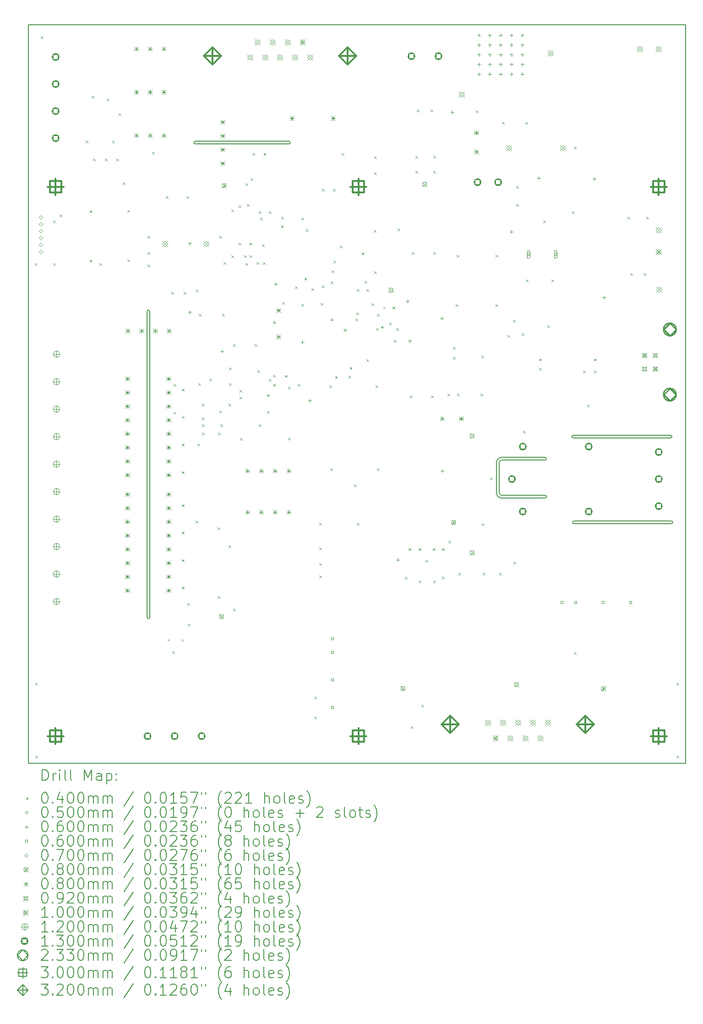
<source format=gbr>
%TF.GenerationSoftware,KiCad,Pcbnew,8.0.1*%
%TF.CreationDate,2024-04-12T11:45:19+03:00*%
%TF.ProjectId,stm32,73746d33-322e-46b6-9963-61645f706362,rev?*%
%TF.SameCoordinates,Original*%
%TF.FileFunction,Drillmap*%
%TF.FilePolarity,Positive*%
%FSLAX45Y45*%
G04 Gerber Fmt 4.5, Leading zero omitted, Abs format (unit mm)*
G04 Created by KiCad (PCBNEW 8.0.1) date 2024-04-12 11:45:19*
%MOMM*%
%LPD*%
G01*
G04 APERTURE LIST*
%ADD10C,0.150000*%
%ADD11C,0.200000*%
%ADD12C,0.100000*%
%ADD13C,0.120000*%
%ADD14C,0.130000*%
%ADD15C,0.233000*%
%ADD16C,0.300000*%
%ADD17C,0.320000*%
G04 APERTURE END LIST*
D10*
X10100000Y-10650000D02*
G75*
G02*
X10050000Y-10600000I0J50000D01*
G01*
X10050000Y-10050000D02*
G75*
G02*
X10100000Y-10000000I50000J0D01*
G01*
X11420700Y-9587700D02*
G75*
G02*
X11420700Y-9537700I0J25000D01*
G01*
X4435560Y-4158747D02*
G75*
G02*
X4435560Y-4107953I0J25397D01*
G01*
X6162760Y-4107947D02*
G75*
G02*
X6162760Y-4158753I0J-25403D01*
G01*
X10100000Y-10000000D02*
X10900000Y-10000000D01*
X1350000Y-1950000D02*
X1350000Y-15600000D01*
X10000000Y-10050000D02*
G75*
G02*
X10100000Y-9950000I100000J0D01*
G01*
X10000000Y-10050000D02*
X10000000Y-10600000D01*
X1350000Y-15600000D02*
X13500000Y-15600000D01*
X13220700Y-9537700D02*
G75*
G02*
X13220700Y-9587700I0J-25000D01*
G01*
X10900000Y-9950000D02*
G75*
G02*
X10900000Y-10000000I0J-25000D01*
G01*
X13220700Y-9537700D02*
X11420700Y-9537700D01*
X10900000Y-10650000D02*
G75*
G02*
X10900000Y-10700000I0J-25000D01*
G01*
X10100000Y-10700000D02*
X10900000Y-10700000D01*
X10050000Y-10600000D02*
X10050000Y-10050000D01*
X3543300Y-7251700D02*
G75*
G02*
X3593300Y-7251700I25000J0D01*
G01*
X10100000Y-10650000D02*
X10900000Y-10650000D01*
X13233400Y-11126000D02*
G75*
G02*
X13233400Y-11176000I0J-25000D01*
G01*
X3593300Y-12901700D02*
G75*
G02*
X3543300Y-12901700I-25000J0D01*
G01*
X10100000Y-9950000D02*
X10900000Y-9950000D01*
X4435560Y-4107947D02*
X6162760Y-4107947D01*
X10100000Y-10700000D02*
G75*
G02*
X10000000Y-10600000I0J100000D01*
G01*
X13233400Y-11126000D02*
X11433400Y-11126000D01*
X3543300Y-7251700D02*
X3543300Y-12901700D01*
X11433400Y-11176000D02*
G75*
G02*
X11433400Y-11126000I0J25000D01*
G01*
X11433400Y-11176000D02*
X13233400Y-11176000D01*
X13500000Y-1950000D02*
X13500000Y-15600000D01*
X3593300Y-12901700D02*
X3593300Y-7251700D01*
X11420700Y-9587700D02*
X13220700Y-9587700D01*
X1350000Y-1950000D02*
X13500000Y-1950000D01*
X4435560Y-4158747D02*
X6162760Y-4158747D01*
D11*
D12*
X1465900Y-6355400D02*
X1505900Y-6395400D01*
X1505900Y-6355400D02*
X1465900Y-6395400D01*
X1478600Y-14115100D02*
X1518600Y-14155100D01*
X1518600Y-14115100D02*
X1478600Y-14155100D01*
X1478600Y-15461300D02*
X1518600Y-15501300D01*
X1518600Y-15461300D02*
X1478600Y-15501300D01*
X1580200Y-2164400D02*
X1620200Y-2204400D01*
X1620200Y-2164400D02*
X1580200Y-2204400D01*
X1806567Y-5570233D02*
X1846567Y-5610233D01*
X1846567Y-5570233D02*
X1806567Y-5610233D01*
X1808800Y-6355400D02*
X1848800Y-6395400D01*
X1848800Y-6355400D02*
X1808800Y-6395400D01*
X1923100Y-5457900D02*
X1963100Y-5497900D01*
X1963100Y-5457900D02*
X1923100Y-5497900D01*
X2405700Y-4094800D02*
X2445700Y-4134800D01*
X2445700Y-4094800D02*
X2405700Y-4134800D01*
X2480400Y-5382900D02*
X2520400Y-5422900D01*
X2520400Y-5382900D02*
X2480400Y-5422900D01*
X2480400Y-6300900D02*
X2520400Y-6340900D01*
X2520400Y-6300900D02*
X2480400Y-6340900D01*
X2520000Y-3269300D02*
X2560000Y-3309300D01*
X2560000Y-3269300D02*
X2520000Y-3309300D01*
X2545400Y-4429700D02*
X2585400Y-4469700D01*
X2585400Y-4429700D02*
X2545400Y-4469700D01*
X2659700Y-6355400D02*
X2699700Y-6395400D01*
X2699700Y-6355400D02*
X2659700Y-6395400D01*
X2761300Y-4429700D02*
X2801300Y-4469700D01*
X2801300Y-4429700D02*
X2761300Y-4469700D01*
X2799400Y-3320100D02*
X2839400Y-3360100D01*
X2839400Y-3320100D02*
X2799400Y-3360100D01*
X2901000Y-4094800D02*
X2941000Y-4134800D01*
X2941000Y-4094800D02*
X2901000Y-4134800D01*
X2977200Y-4429700D02*
X3017200Y-4469700D01*
X3017200Y-4429700D02*
X2977200Y-4469700D01*
X3015300Y-3586800D02*
X3055300Y-3626800D01*
X3055300Y-3586800D02*
X3015300Y-3626800D01*
X3091500Y-4869500D02*
X3131500Y-4909500D01*
X3131500Y-4869500D02*
X3091500Y-4909500D01*
X3180400Y-5373900D02*
X3220400Y-5413900D01*
X3220400Y-5373900D02*
X3180400Y-5413900D01*
X3180400Y-6291900D02*
X3220400Y-6331900D01*
X3220400Y-6291900D02*
X3180400Y-6331900D01*
X3548700Y-5860100D02*
X3588700Y-5900100D01*
X3588700Y-5860100D02*
X3548700Y-5900100D01*
X3548700Y-6152200D02*
X3588700Y-6192200D01*
X3588700Y-6152200D02*
X3548700Y-6192200D01*
X3548700Y-6380800D02*
X3588700Y-6420800D01*
X3588700Y-6380800D02*
X3548700Y-6420800D01*
X3637600Y-4298000D02*
X3677600Y-4338000D01*
X3677600Y-4298000D02*
X3637600Y-4338000D01*
X3891600Y-5123500D02*
X3931600Y-5163500D01*
X3931600Y-5123500D02*
X3891600Y-5163500D01*
X3919000Y-13304000D02*
X3959000Y-13344000D01*
X3959000Y-13304000D02*
X3919000Y-13344000D01*
X3993200Y-6888800D02*
X4033200Y-6928800D01*
X4033200Y-6888800D02*
X3993200Y-6928800D01*
X4005900Y-13530000D02*
X4045900Y-13570000D01*
X4045900Y-13530000D02*
X4005900Y-13570000D01*
X4031300Y-8590600D02*
X4071300Y-8630600D01*
X4071300Y-8590600D02*
X4031300Y-8630600D01*
X4031300Y-9111300D02*
X4071300Y-9151300D01*
X4071300Y-9111300D02*
X4031300Y-9151300D01*
X4173000Y-13304000D02*
X4213000Y-13344000D01*
X4213000Y-13304000D02*
X4173000Y-13344000D01*
X4183700Y-8681300D02*
X4223700Y-8721300D01*
X4223700Y-8681300D02*
X4183700Y-8721300D01*
X4183700Y-9187500D02*
X4223700Y-9227500D01*
X4223700Y-9187500D02*
X4183700Y-9227500D01*
X4183700Y-9697300D02*
X4223700Y-9737300D01*
X4223700Y-9697300D02*
X4183700Y-9737300D01*
X4183700Y-10205300D02*
X4223700Y-10245300D01*
X4223700Y-10205300D02*
X4183700Y-10245300D01*
X4183700Y-10814900D02*
X4223700Y-10854900D01*
X4223700Y-10814900D02*
X4183700Y-10854900D01*
X4183700Y-11322900D02*
X4223700Y-11362900D01*
X4223700Y-11322900D02*
X4183700Y-11362900D01*
X4183700Y-11830900D02*
X4223700Y-11870900D01*
X4223700Y-11830900D02*
X4183700Y-11870900D01*
X4183700Y-12338900D02*
X4223700Y-12378900D01*
X4223700Y-12338900D02*
X4183700Y-12378900D01*
X4221800Y-6888800D02*
X4261800Y-6928800D01*
X4261800Y-6888800D02*
X4221800Y-6928800D01*
X4272600Y-5123500D02*
X4312600Y-5163500D01*
X4312600Y-5123500D02*
X4272600Y-5163500D01*
X4285300Y-12641900D02*
X4325300Y-12681900D01*
X4325300Y-12641900D02*
X4285300Y-12681900D01*
X4298000Y-13022900D02*
X4338000Y-13062900D01*
X4338000Y-13022900D02*
X4298000Y-13062900D01*
X4437700Y-11117900D02*
X4477700Y-11157900D01*
X4477700Y-11117900D02*
X4437700Y-11157900D01*
X4450400Y-6850700D02*
X4490400Y-6890700D01*
X4490400Y-6850700D02*
X4450400Y-6890700D01*
X4475800Y-9695500D02*
X4515800Y-9735500D01*
X4515800Y-9695500D02*
X4475800Y-9735500D01*
X4488500Y-8577900D02*
X4528500Y-8617900D01*
X4528500Y-8577900D02*
X4488500Y-8617900D01*
X4501200Y-7295200D02*
X4541200Y-7335200D01*
X4541200Y-7295200D02*
X4501200Y-7335200D01*
X4555000Y-8957000D02*
X4595000Y-8997000D01*
X4595000Y-8957000D02*
X4555000Y-8997000D01*
X4555000Y-9211000D02*
X4595000Y-9251000D01*
X4595000Y-9211000D02*
X4555000Y-9251000D01*
X4555000Y-9338000D02*
X4595000Y-9378000D01*
X4595000Y-9338000D02*
X4555000Y-9378000D01*
X4555000Y-9488000D02*
X4595000Y-9528000D01*
X4595000Y-9488000D02*
X4555000Y-9528000D01*
X4691700Y-8489000D02*
X4731700Y-8529000D01*
X4731700Y-8489000D02*
X4691700Y-8529000D01*
X4844100Y-11244900D02*
X4884100Y-11284900D01*
X4884100Y-11244900D02*
X4844100Y-11284900D01*
X4844100Y-12514900D02*
X4884100Y-12554900D01*
X4884100Y-12514900D02*
X4844100Y-12554900D01*
X4856800Y-9492300D02*
X4896800Y-9532300D01*
X4896800Y-9492300D02*
X4856800Y-9532300D01*
X4882200Y-5860100D02*
X4922200Y-5900100D01*
X4922200Y-5860100D02*
X4882200Y-5900100D01*
X4882200Y-9085900D02*
X4922200Y-9125900D01*
X4922200Y-9085900D02*
X4882200Y-9125900D01*
X4894900Y-9339900D02*
X4934900Y-9379900D01*
X4934900Y-9339900D02*
X4894900Y-9379900D01*
X4933000Y-7295200D02*
X4973000Y-7335200D01*
X4973000Y-7295200D02*
X4933000Y-7335200D01*
X4958400Y-6342700D02*
X4998400Y-6382700D01*
X4998400Y-6342700D02*
X4958400Y-6382700D01*
X5047300Y-11575100D02*
X5087300Y-11615100D01*
X5087300Y-11575100D02*
X5047300Y-11615100D01*
X5050000Y-8957000D02*
X5090000Y-8997000D01*
X5090000Y-8957000D02*
X5050000Y-8997000D01*
X5060000Y-8285800D02*
X5100000Y-8325800D01*
X5100000Y-8285800D02*
X5060000Y-8325800D01*
X5060000Y-8577900D02*
X5100000Y-8617900D01*
X5100000Y-8577900D02*
X5060000Y-8617900D01*
X5098100Y-5364800D02*
X5138100Y-5404800D01*
X5138100Y-5364800D02*
X5098100Y-5404800D01*
X5098100Y-6215700D02*
X5138100Y-6255700D01*
X5138100Y-6215700D02*
X5098100Y-6255700D01*
X5136200Y-7854000D02*
X5176200Y-7894000D01*
X5176200Y-7854000D02*
X5136200Y-7894000D01*
X5136200Y-12743500D02*
X5176200Y-12783500D01*
X5176200Y-12743500D02*
X5136200Y-12783500D01*
X5234399Y-5987100D02*
X5274399Y-6027100D01*
X5274399Y-5987100D02*
X5234399Y-6027100D01*
X5237800Y-5288600D02*
X5277800Y-5328600D01*
X5277800Y-5288600D02*
X5237800Y-5328600D01*
X5250500Y-8704900D02*
X5290500Y-8744900D01*
X5290500Y-8704900D02*
X5250500Y-8744900D01*
X5250500Y-8831900D02*
X5290500Y-8871900D01*
X5290500Y-8831900D02*
X5250500Y-8871900D01*
X5263200Y-9592000D02*
X5303200Y-9632000D01*
X5303200Y-9592000D02*
X5263200Y-9632000D01*
X5339400Y-6215700D02*
X5379400Y-6255700D01*
X5379400Y-6215700D02*
X5339400Y-6255700D01*
X5364394Y-6355400D02*
X5404394Y-6395400D01*
X5404394Y-6355400D02*
X5364394Y-6395400D01*
X5364800Y-4882200D02*
X5404800Y-4922200D01*
X5404800Y-4882200D02*
X5364800Y-4922200D01*
X5390200Y-5263200D02*
X5430200Y-5303200D01*
X5430200Y-5263200D02*
X5390200Y-5303200D01*
X5434400Y-5987100D02*
X5474400Y-6027100D01*
X5474400Y-5987100D02*
X5434400Y-6027100D01*
X5439394Y-6214542D02*
X5479394Y-6254542D01*
X5479394Y-6214542D02*
X5439394Y-6254542D01*
X5453700Y-4793300D02*
X5493700Y-4833300D01*
X5493700Y-4793300D02*
X5453700Y-4833300D01*
X5489650Y-4325550D02*
X5529650Y-4365550D01*
X5529650Y-4325550D02*
X5489650Y-4365550D01*
X5529900Y-7854000D02*
X5569900Y-7894000D01*
X5569900Y-7854000D02*
X5529900Y-7894000D01*
X5568000Y-6342700D02*
X5608000Y-6382700D01*
X5608000Y-6342700D02*
X5568000Y-6382700D01*
X5580700Y-8336600D02*
X5620700Y-8376600D01*
X5620700Y-8336600D02*
X5580700Y-8376600D01*
X5606100Y-5402900D02*
X5646100Y-5442900D01*
X5646100Y-5402900D02*
X5606100Y-5442900D01*
X5606100Y-9339900D02*
X5646100Y-9379900D01*
X5646100Y-9339900D02*
X5606100Y-9379900D01*
X5631500Y-5517200D02*
X5671500Y-5557200D01*
X5671500Y-5517200D02*
X5631500Y-5557200D01*
X5669600Y-6012500D02*
X5709600Y-6052500D01*
X5709600Y-6012500D02*
X5669600Y-6052500D01*
X5682300Y-6342700D02*
X5722300Y-6382700D01*
X5722300Y-6342700D02*
X5682300Y-6382700D01*
X5697150Y-4325550D02*
X5737150Y-4365550D01*
X5737150Y-4325550D02*
X5697150Y-4365550D01*
X5758200Y-9092400D02*
X5798200Y-9132400D01*
X5798200Y-9092400D02*
X5758200Y-9132400D01*
X5795978Y-8500500D02*
X5835978Y-8540500D01*
X5835978Y-8500500D02*
X5795978Y-8540500D01*
X5796600Y-5402900D02*
X5836600Y-5442900D01*
X5836600Y-5402900D02*
X5796600Y-5442900D01*
X5872800Y-8425500D02*
X5912800Y-8465500D01*
X5912800Y-8425500D02*
X5872800Y-8465500D01*
X5874000Y-8590600D02*
X5914000Y-8630600D01*
X5914000Y-8590600D02*
X5874000Y-8630600D01*
X6018850Y-5663250D02*
X6058850Y-5703250D01*
X6058850Y-5663250D02*
X6018850Y-5703250D01*
X6025200Y-5504500D02*
X6065200Y-5544500D01*
X6065200Y-5504500D02*
X6025200Y-5544500D01*
X6037900Y-7079300D02*
X6077900Y-7119300D01*
X6077900Y-7079300D02*
X6037900Y-7119300D01*
X6090933Y-8427733D02*
X6130933Y-8467733D01*
X6130933Y-8427733D02*
X6090933Y-8467733D01*
X6150043Y-9580872D02*
X6190043Y-9620872D01*
X6190043Y-9580872D02*
X6150043Y-9620872D01*
X6152200Y-8641400D02*
X6192200Y-8681400D01*
X6192200Y-8641400D02*
X6152200Y-8681400D01*
X6279200Y-6787200D02*
X6319200Y-6827200D01*
X6319200Y-6787200D02*
X6279200Y-6827200D01*
X6330000Y-8590600D02*
X6370000Y-8630600D01*
X6370000Y-8590600D02*
X6330000Y-8630600D01*
X6393500Y-5517200D02*
X6433500Y-5557200D01*
X6433500Y-5517200D02*
X6393500Y-5557200D01*
X6393500Y-7112100D02*
X6433500Y-7152100D01*
X6433500Y-7112100D02*
X6393500Y-7152100D01*
X6451162Y-6627938D02*
X6491162Y-6667938D01*
X6491162Y-6627938D02*
X6451162Y-6667938D01*
X6482400Y-5733100D02*
X6522400Y-5773100D01*
X6522400Y-5733100D02*
X6482400Y-5773100D01*
X6584000Y-6825300D02*
X6624000Y-6865300D01*
X6624000Y-6825300D02*
X6584000Y-6865300D01*
X6634800Y-14369100D02*
X6674800Y-14409100D01*
X6674800Y-14369100D02*
X6634800Y-14409100D01*
X6634800Y-14737400D02*
X6674800Y-14777400D01*
X6674800Y-14737400D02*
X6634800Y-14777400D01*
X6723700Y-11156000D02*
X6763700Y-11196000D01*
X6763700Y-11156000D02*
X6723700Y-11196000D01*
X6723700Y-11613200D02*
X6763700Y-11653200D01*
X6763700Y-11613200D02*
X6723700Y-11653200D01*
X6723700Y-11905300D02*
X6763700Y-11945300D01*
X6763700Y-11905300D02*
X6723700Y-11945300D01*
X6723700Y-12133900D02*
X6763700Y-12173900D01*
X6763700Y-12133900D02*
X6723700Y-12173900D01*
X6749100Y-7092000D02*
X6789100Y-7132000D01*
X6789100Y-7092000D02*
X6749100Y-7132000D01*
X6774500Y-4983800D02*
X6814500Y-5023800D01*
X6814500Y-4983800D02*
X6774500Y-5023800D01*
X6774500Y-6774500D02*
X6814500Y-6814500D01*
X6814500Y-6774500D02*
X6774500Y-6814500D01*
X6914200Y-8616000D02*
X6954200Y-8656000D01*
X6954200Y-8616000D02*
X6914200Y-8656000D01*
X6926900Y-10152700D02*
X6966900Y-10192700D01*
X6966900Y-10152700D02*
X6926900Y-10192700D01*
X6939600Y-6698300D02*
X6979600Y-6738300D01*
X6979600Y-6698300D02*
X6939600Y-6738300D01*
X6954533Y-6492867D02*
X6994533Y-6532867D01*
X6994533Y-6492867D02*
X6954533Y-6532867D01*
X6977700Y-4983800D02*
X7017700Y-5023800D01*
X7017700Y-4983800D02*
X6977700Y-5023800D01*
X6990400Y-6317300D02*
X7030400Y-6357300D01*
X7030400Y-6317300D02*
X6990400Y-6357300D01*
X7017000Y-8450900D02*
X7057000Y-8490900D01*
X7057000Y-8450900D02*
X7017000Y-8490900D01*
X7104800Y-6037900D02*
X7144800Y-6077900D01*
X7144800Y-6037900D02*
X7104800Y-6077900D01*
X7142800Y-4323400D02*
X7182800Y-4363400D01*
X7182800Y-4323400D02*
X7142800Y-4363400D01*
X7269800Y-8438200D02*
X7309800Y-8478200D01*
X7309800Y-8438200D02*
X7269800Y-8478200D01*
X7287547Y-8278147D02*
X7327547Y-8318147D01*
X7327547Y-8278147D02*
X7287547Y-8318147D01*
X7371400Y-10444800D02*
X7411400Y-10484800D01*
X7411400Y-10444800D02*
X7371400Y-10484800D01*
X7396800Y-7384100D02*
X7436800Y-7424100D01*
X7436800Y-7384100D02*
X7396800Y-7424100D01*
X7409500Y-7269800D02*
X7449500Y-7309800D01*
X7449500Y-7269800D02*
X7409500Y-7309800D01*
X7422200Y-6838000D02*
X7462200Y-6878000D01*
X7462200Y-6838000D02*
X7422200Y-6878000D01*
X7422200Y-11156000D02*
X7462200Y-11196000D01*
X7462200Y-11156000D02*
X7422200Y-11196000D01*
X7508450Y-6164900D02*
X7548450Y-6204900D01*
X7548450Y-6164900D02*
X7508450Y-6204900D01*
X7561900Y-6689578D02*
X7601900Y-6729578D01*
X7601900Y-6689578D02*
X7561900Y-6729578D01*
X7598000Y-8133400D02*
X7638000Y-8173400D01*
X7638000Y-8133400D02*
X7598000Y-8173400D01*
X7600000Y-6838000D02*
X7640000Y-6878000D01*
X7640000Y-6838000D02*
X7600000Y-6878000D01*
X7688900Y-7104700D02*
X7728900Y-7144700D01*
X7728900Y-7104700D02*
X7688900Y-7144700D01*
X7735000Y-5745800D02*
X7775000Y-5785800D01*
X7775000Y-5745800D02*
X7735000Y-5785800D01*
X7739700Y-4386900D02*
X7779700Y-4426900D01*
X7779700Y-4386900D02*
X7739700Y-4426900D01*
X7739700Y-4679000D02*
X7779700Y-4719000D01*
X7779700Y-4679000D02*
X7739700Y-4719000D01*
X7744300Y-6507800D02*
X7784300Y-6547800D01*
X7784300Y-6507800D02*
X7744300Y-6547800D01*
X7765100Y-8616000D02*
X7805100Y-8656000D01*
X7805100Y-8616000D02*
X7765100Y-8656000D01*
X7777800Y-7559500D02*
X7817800Y-7599500D01*
X7817800Y-7559500D02*
X7777800Y-7599500D01*
X7790500Y-7295880D02*
X7830500Y-7335880D01*
X7830500Y-7295880D02*
X7790500Y-7335880D01*
X7790500Y-10152700D02*
X7830500Y-10192700D01*
X7830500Y-10152700D02*
X7790500Y-10192700D01*
X7870597Y-7522235D02*
X7910597Y-7562235D01*
X7910597Y-7522235D02*
X7870597Y-7562235D01*
X7907450Y-7165550D02*
X7947450Y-7205550D01*
X7947450Y-7165550D02*
X7907450Y-7205550D01*
X8019100Y-7459100D02*
X8059100Y-7499100D01*
X8059100Y-7459100D02*
X8019100Y-7499100D01*
X8079950Y-7165550D02*
X8119950Y-7205550D01*
X8119950Y-7165550D02*
X8079950Y-7205550D01*
X8108000Y-7777800D02*
X8148000Y-7817800D01*
X8148000Y-7777800D02*
X8108000Y-7817800D01*
X8150389Y-7559100D02*
X8190389Y-7599100D01*
X8190389Y-7559100D02*
X8150389Y-7599100D01*
X8171500Y-5720400D02*
X8211500Y-5760400D01*
X8211500Y-5720400D02*
X8171500Y-5760400D01*
X8311200Y-12159300D02*
X8351200Y-12199300D01*
X8351200Y-12159300D02*
X8311200Y-12199300D01*
X8377240Y-11628440D02*
X8417240Y-11668440D01*
X8417240Y-11628440D02*
X8377240Y-11668440D01*
X8400100Y-8806500D02*
X8440100Y-8846500D01*
X8440100Y-8806500D02*
X8400100Y-8846500D01*
X8416000Y-14920280D02*
X8456000Y-14960280D01*
X8456000Y-14920280D02*
X8416000Y-14960280D01*
X8438200Y-6152200D02*
X8478200Y-6192200D01*
X8478200Y-6152200D02*
X8438200Y-6192200D01*
X8501700Y-4374200D02*
X8541700Y-4414200D01*
X8541700Y-4374200D02*
X8501700Y-4414200D01*
X8501700Y-4653600D02*
X8541700Y-4693600D01*
X8541700Y-4653600D02*
X8501700Y-4693600D01*
X8527100Y-3523300D02*
X8567100Y-3563300D01*
X8567100Y-3523300D02*
X8527100Y-3563300D01*
X8565200Y-11628440D02*
X8605200Y-11668440D01*
X8605200Y-11628440D02*
X8565200Y-11668440D01*
X8565200Y-12227880D02*
X8605200Y-12267880D01*
X8605200Y-12227880D02*
X8565200Y-12267880D01*
X8610920Y-14518960D02*
X8650920Y-14558960D01*
X8650920Y-14518960D02*
X8610920Y-14558960D01*
X8692200Y-11846880D02*
X8732200Y-11886880D01*
X8732200Y-11846880D02*
X8692200Y-11886880D01*
X8781100Y-3523300D02*
X8821100Y-3563300D01*
X8821100Y-3523300D02*
X8781100Y-3563300D01*
X8793800Y-8806500D02*
X8833800Y-8846500D01*
X8833800Y-8806500D02*
X8793800Y-8846500D01*
X8824280Y-11628820D02*
X8864280Y-11668820D01*
X8864280Y-11628820D02*
X8824280Y-11668820D01*
X8831900Y-4374200D02*
X8871900Y-4414200D01*
X8871900Y-4374200D02*
X8831900Y-4414200D01*
X8831900Y-4653600D02*
X8871900Y-4693600D01*
X8871900Y-4653600D02*
X8831900Y-4693600D01*
X8831900Y-6152200D02*
X8871900Y-6192200D01*
X8871900Y-6152200D02*
X8831900Y-6192200D01*
X8834440Y-12227880D02*
X8874440Y-12267880D01*
X8874440Y-12227880D02*
X8834440Y-12267880D01*
X8997000Y-11628820D02*
X9037000Y-11668820D01*
X9037000Y-11628820D02*
X8997000Y-11668820D01*
X8997000Y-12146600D02*
X9037000Y-12186600D01*
X9037000Y-12146600D02*
X8997000Y-12186600D01*
X9098600Y-8768400D02*
X9138600Y-8808400D01*
X9138600Y-8768400D02*
X9098600Y-8808400D01*
X9115129Y-11490029D02*
X9155129Y-11530029D01*
X9155129Y-11490029D02*
X9115129Y-11530029D01*
X9200200Y-7904800D02*
X9240200Y-7944800D01*
X9240200Y-7904800D02*
X9200200Y-7944800D01*
X9200200Y-8095300D02*
X9240200Y-8135300D01*
X9240200Y-8095300D02*
X9200200Y-8135300D01*
X9251000Y-7117400D02*
X9291000Y-7157400D01*
X9291000Y-7117400D02*
X9251000Y-7157400D01*
X9263700Y-6203000D02*
X9303700Y-6243000D01*
X9303700Y-6203000D02*
X9263700Y-6243000D01*
X9276400Y-8768400D02*
X9316400Y-8808400D01*
X9316400Y-8768400D02*
X9276400Y-8808400D01*
X9301800Y-12083100D02*
X9341800Y-12123100D01*
X9341800Y-12083100D02*
X9301800Y-12123100D01*
X9619300Y-3536000D02*
X9659300Y-3576000D01*
X9659300Y-3536000D02*
X9619300Y-3576000D01*
X9708200Y-8768400D02*
X9748200Y-8808400D01*
X9748200Y-8768400D02*
X9708200Y-8808400D01*
X9720900Y-8069900D02*
X9760900Y-8109900D01*
X9760900Y-8069900D02*
X9720900Y-8109900D01*
X9733600Y-11168700D02*
X9773600Y-11208700D01*
X9773600Y-11168700D02*
X9733600Y-11208700D01*
X9746300Y-12083100D02*
X9786300Y-12123100D01*
X9786300Y-12083100D02*
X9746300Y-12123100D01*
X9886000Y-10317800D02*
X9926000Y-10357800D01*
X9926000Y-10317800D02*
X9886000Y-10357800D01*
X9987600Y-6203000D02*
X10027600Y-6243000D01*
X10027600Y-6203000D02*
X9987600Y-6243000D01*
X9987600Y-7117400D02*
X10027600Y-7157400D01*
X10027600Y-7117400D02*
X9987600Y-7157400D01*
X10051100Y-12083100D02*
X10091100Y-12123100D01*
X10091100Y-12083100D02*
X10051100Y-12123100D01*
X10101900Y-3751900D02*
X10141900Y-3791900D01*
X10141900Y-3751900D02*
X10101900Y-3791900D01*
X10203500Y-7688900D02*
X10243500Y-7728900D01*
X10243500Y-7688900D02*
X10203500Y-7728900D01*
X10305100Y-7409500D02*
X10345100Y-7449500D01*
X10345100Y-7409500D02*
X10305100Y-7449500D01*
X10317800Y-11879900D02*
X10357800Y-11919900D01*
X10357800Y-11879900D02*
X10317800Y-11919900D01*
X10368600Y-4933000D02*
X10408600Y-4973000D01*
X10408600Y-4933000D02*
X10368600Y-4973000D01*
X10368600Y-5263200D02*
X10408600Y-5303200D01*
X10408600Y-5263200D02*
X10368600Y-5303200D01*
X10470200Y-7650800D02*
X10510200Y-7690800D01*
X10510200Y-7650800D02*
X10470200Y-7690800D01*
X10495600Y-9454200D02*
X10535600Y-9494200D01*
X10535600Y-9454200D02*
X10495600Y-9494200D01*
X10533700Y-3751900D02*
X10573700Y-3791900D01*
X10573700Y-3751900D02*
X10533700Y-3791900D01*
X10546400Y-6660200D02*
X10586400Y-6700200D01*
X10586400Y-6660200D02*
X10546400Y-6700200D01*
X10790350Y-8123350D02*
X10830350Y-8163350D01*
X10830350Y-8123350D02*
X10790350Y-8163350D01*
X10790350Y-8295850D02*
X10830350Y-8335850D01*
X10830350Y-8295850D02*
X10790350Y-8335850D01*
X10863900Y-5568000D02*
X10903900Y-5608000D01*
X10903900Y-5568000D02*
X10863900Y-5608000D01*
X10940100Y-7511100D02*
X10980100Y-7551100D01*
X10980100Y-7511100D02*
X10940100Y-7551100D01*
X11016300Y-6660200D02*
X11056300Y-6700200D01*
X11056300Y-6660200D02*
X11016300Y-6700200D01*
X11397300Y-5402900D02*
X11437300Y-5442900D01*
X11437300Y-5402900D02*
X11397300Y-5442900D01*
X11435400Y-4209100D02*
X11475400Y-4249100D01*
X11475400Y-4209100D02*
X11435400Y-4249100D01*
X11435400Y-13543600D02*
X11475400Y-13583600D01*
X11475400Y-13543600D02*
X11435400Y-13583600D01*
X11600500Y-8349300D02*
X11640500Y-8389300D01*
X11640500Y-8349300D02*
X11600500Y-8389300D01*
X11676700Y-8971600D02*
X11716700Y-9011600D01*
X11716700Y-8971600D02*
X11676700Y-9011600D01*
X11803700Y-8349300D02*
X11843700Y-8389300D01*
X11843700Y-8349300D02*
X11803700Y-8389300D01*
X11807680Y-8123240D02*
X11847680Y-8163240D01*
X11847680Y-8123240D02*
X11807680Y-8163240D01*
X12426000Y-5504500D02*
X12466000Y-5544500D01*
X12466000Y-5504500D02*
X12426000Y-5544500D01*
X12476800Y-6545900D02*
X12516800Y-6585900D01*
X12516800Y-6545900D02*
X12476800Y-6585900D01*
X12730800Y-6545900D02*
X12770800Y-6585900D01*
X12770800Y-6545900D02*
X12730800Y-6585900D01*
X12768900Y-5504500D02*
X12808900Y-5544500D01*
X12808900Y-5504500D02*
X12768900Y-5544500D01*
X13327700Y-14115100D02*
X13367700Y-14155100D01*
X13367700Y-14115100D02*
X13327700Y-14155100D01*
X13327700Y-15461300D02*
X13367700Y-15501300D01*
X13367700Y-15461300D02*
X13327700Y-15501300D01*
X10616800Y-6197600D02*
G75*
G02*
X10566800Y-6197600I-25000J0D01*
G01*
X10566800Y-6197600D02*
G75*
G02*
X10616800Y-6197600I25000J0D01*
G01*
X10616800Y-6247600D02*
X10616800Y-6147600D01*
X10566800Y-6147600D02*
G75*
G02*
X10616800Y-6147600I25000J0D01*
G01*
X10566800Y-6147600D02*
X10566800Y-6247600D01*
X10566800Y-6247600D02*
G75*
G03*
X10616800Y-6247600I25000J0D01*
G01*
X11116800Y-6197600D02*
G75*
G02*
X11066800Y-6197600I-25000J0D01*
G01*
X11066800Y-6197600D02*
G75*
G02*
X11116800Y-6197600I25000J0D01*
G01*
X11116800Y-6247600D02*
X11116800Y-6147600D01*
X11066800Y-6147600D02*
G75*
G02*
X11116800Y-6147600I25000J0D01*
G01*
X11066800Y-6147600D02*
X11066800Y-6247600D01*
X11066800Y-6247600D02*
G75*
G03*
X11116800Y-6247600I25000J0D01*
G01*
X4330700Y-5964400D02*
X4330700Y-6024400D01*
X4300700Y-5994400D02*
X4360700Y-5994400D01*
X4330700Y-7234400D02*
X4330700Y-7294400D01*
X4300700Y-7264400D02*
X4360700Y-7264400D01*
X4927600Y-7958300D02*
X4927600Y-8018300D01*
X4897600Y-7988300D02*
X4957600Y-7988300D01*
X5778200Y-8770000D02*
X5778200Y-8830000D01*
X5748200Y-8800000D02*
X5808200Y-8800000D01*
X5892800Y-7424900D02*
X5892800Y-7484900D01*
X5862800Y-7454900D02*
X5922800Y-7454900D01*
X5918200Y-6713700D02*
X5918200Y-6773700D01*
X5888200Y-6743700D02*
X5948200Y-6743700D01*
X6413500Y-7787900D02*
X6413500Y-7847900D01*
X6383500Y-7817900D02*
X6443500Y-7817900D01*
X6550000Y-8870000D02*
X6550000Y-8930000D01*
X6520000Y-8900000D02*
X6580000Y-8900000D01*
X6959600Y-7374100D02*
X6959600Y-7434100D01*
X6929600Y-7404100D02*
X6989600Y-7404100D01*
X7202180Y-7565880D02*
X7202180Y-7625880D01*
X7172180Y-7595880D02*
X7232180Y-7595880D01*
X8178800Y-11811480D02*
X8178800Y-11871480D01*
X8148800Y-11841480D02*
X8208800Y-11841480D01*
X8356600Y-7031200D02*
X8356600Y-7091200D01*
X8326600Y-7061200D02*
X8386600Y-7061200D01*
X8400000Y-7770000D02*
X8400000Y-7830000D01*
X8370000Y-7800000D02*
X8430000Y-7800000D01*
X8991600Y-7348700D02*
X8991600Y-7408700D01*
X8961600Y-7378700D02*
X9021600Y-7378700D01*
X9000000Y-10170000D02*
X9000000Y-10230000D01*
X8970000Y-10200000D02*
X9030000Y-10200000D01*
X9182100Y-3538700D02*
X9182100Y-3598700D01*
X9152100Y-3568700D02*
X9212100Y-3568700D01*
X9677400Y-2116300D02*
X9677400Y-2176300D01*
X9647400Y-2146300D02*
X9707400Y-2146300D01*
X9677400Y-2296300D02*
X9677400Y-2356300D01*
X9647400Y-2326300D02*
X9707400Y-2326300D01*
X9677400Y-2476300D02*
X9677400Y-2536300D01*
X9647400Y-2506300D02*
X9707400Y-2506300D01*
X9677400Y-2656300D02*
X9677400Y-2716300D01*
X9647400Y-2686300D02*
X9707400Y-2686300D01*
X9677400Y-2836300D02*
X9677400Y-2896300D01*
X9647400Y-2866300D02*
X9707400Y-2866300D01*
X9877400Y-2116300D02*
X9877400Y-2176300D01*
X9847400Y-2146300D02*
X9907400Y-2146300D01*
X9877400Y-2296300D02*
X9877400Y-2356300D01*
X9847400Y-2326300D02*
X9907400Y-2326300D01*
X9877400Y-2476300D02*
X9877400Y-2536300D01*
X9847400Y-2506300D02*
X9907400Y-2506300D01*
X9877400Y-2656300D02*
X9877400Y-2716300D01*
X9847400Y-2686300D02*
X9907400Y-2686300D01*
X9877400Y-2836300D02*
X9877400Y-2896300D01*
X9847400Y-2866300D02*
X9907400Y-2866300D01*
X10077400Y-2116300D02*
X10077400Y-2176300D01*
X10047400Y-2146300D02*
X10107400Y-2146300D01*
X10077400Y-2296300D02*
X10077400Y-2356300D01*
X10047400Y-2326300D02*
X10107400Y-2326300D01*
X10077400Y-2476300D02*
X10077400Y-2536300D01*
X10047400Y-2506300D02*
X10107400Y-2506300D01*
X10077400Y-2656300D02*
X10077400Y-2716300D01*
X10047400Y-2686300D02*
X10107400Y-2686300D01*
X10077400Y-2836300D02*
X10077400Y-2896300D01*
X10047400Y-2866300D02*
X10107400Y-2866300D01*
X10274300Y-5748500D02*
X10274300Y-5808500D01*
X10244300Y-5778500D02*
X10304300Y-5778500D01*
X10277400Y-2116300D02*
X10277400Y-2176300D01*
X10247400Y-2146300D02*
X10307400Y-2146300D01*
X10277400Y-2296300D02*
X10277400Y-2356300D01*
X10247400Y-2326300D02*
X10307400Y-2326300D01*
X10277400Y-2476300D02*
X10277400Y-2536300D01*
X10247400Y-2506300D02*
X10307400Y-2506300D01*
X10277400Y-2656300D02*
X10277400Y-2716300D01*
X10247400Y-2686300D02*
X10307400Y-2686300D01*
X10277400Y-2836300D02*
X10277400Y-2896300D01*
X10247400Y-2866300D02*
X10307400Y-2866300D01*
X10477400Y-2116300D02*
X10477400Y-2176300D01*
X10447400Y-2146300D02*
X10507400Y-2146300D01*
X10477400Y-2296300D02*
X10477400Y-2356300D01*
X10447400Y-2326300D02*
X10507400Y-2326300D01*
X10477400Y-2476300D02*
X10477400Y-2536300D01*
X10447400Y-2506300D02*
X10507400Y-2506300D01*
X10477400Y-2656300D02*
X10477400Y-2716300D01*
X10447400Y-2686300D02*
X10507400Y-2686300D01*
X10477400Y-2836300D02*
X10477400Y-2896300D01*
X10447400Y-2866300D02*
X10507400Y-2866300D01*
X10782300Y-4757900D02*
X10782300Y-4817900D01*
X10752300Y-4787900D02*
X10812300Y-4787900D01*
X11811000Y-4770600D02*
X11811000Y-4830600D01*
X11781000Y-4800600D02*
X11841000Y-4800600D01*
X11988800Y-6963500D02*
X11988800Y-7023500D01*
X11958800Y-6993500D02*
X12018800Y-6993500D01*
X6986813Y-13312813D02*
X6986813Y-13270387D01*
X6944387Y-13270387D01*
X6944387Y-13312813D01*
X6986813Y-13312813D01*
X6986813Y-13566813D02*
X6986813Y-13524387D01*
X6944387Y-13524387D01*
X6944387Y-13566813D01*
X6986813Y-13566813D01*
X6986813Y-14074813D02*
X6986813Y-14032387D01*
X6944387Y-14032387D01*
X6944387Y-14074813D01*
X6986813Y-14074813D01*
X6986813Y-14582813D02*
X6986813Y-14540387D01*
X6944387Y-14540387D01*
X6944387Y-14582813D01*
X6986813Y-14582813D01*
X11226213Y-12646213D02*
X11226213Y-12603787D01*
X11183787Y-12603787D01*
X11183787Y-12646213D01*
X11226213Y-12646213D01*
X11480213Y-12646213D02*
X11480213Y-12603787D01*
X11437787Y-12603787D01*
X11437787Y-12646213D01*
X11480213Y-12646213D01*
X11988213Y-12646213D02*
X11988213Y-12603787D01*
X11945787Y-12603787D01*
X11945787Y-12646213D01*
X11988213Y-12646213D01*
X12496213Y-12646213D02*
X12496213Y-12603787D01*
X12453787Y-12603787D01*
X12453787Y-12646213D01*
X12496213Y-12646213D01*
X1574800Y-5546800D02*
X1609800Y-5511800D01*
X1574800Y-5476800D01*
X1539800Y-5511800D01*
X1574800Y-5546800D01*
X1574800Y-5673800D02*
X1609800Y-5638800D01*
X1574800Y-5603800D01*
X1539800Y-5638800D01*
X1574800Y-5673800D01*
X1574800Y-5800800D02*
X1609800Y-5765800D01*
X1574800Y-5730800D01*
X1539800Y-5765800D01*
X1574800Y-5800800D01*
X1574800Y-5927800D02*
X1609800Y-5892800D01*
X1574800Y-5857800D01*
X1539800Y-5892800D01*
X1574800Y-5927800D01*
X1574800Y-6054800D02*
X1609800Y-6019800D01*
X1574800Y-5984800D01*
X1539800Y-6019800D01*
X1574800Y-6054800D01*
X1574800Y-6181800D02*
X1609800Y-6146800D01*
X1574800Y-6111800D01*
X1539800Y-6146800D01*
X1574800Y-6181800D01*
X4874900Y-12850500D02*
X4954900Y-12930500D01*
X4954900Y-12850500D02*
X4874900Y-12930500D01*
X4954900Y-12890500D02*
G75*
G02*
X4874900Y-12890500I-40000J0D01*
G01*
X4874900Y-12890500D02*
G75*
G02*
X4954900Y-12890500I40000J0D01*
G01*
X4925700Y-4887600D02*
X5005700Y-4967600D01*
X5005700Y-4887600D02*
X4925700Y-4967600D01*
X5005700Y-4927600D02*
G75*
G02*
X4925700Y-4927600I-40000J0D01*
G01*
X4925700Y-4927600D02*
G75*
G02*
X5005700Y-4927600I40000J0D01*
G01*
X8011800Y-6818000D02*
X8091800Y-6898000D01*
X8091800Y-6818000D02*
X8011800Y-6898000D01*
X8091800Y-6858000D02*
G75*
G02*
X8011800Y-6858000I-40000J0D01*
G01*
X8011800Y-6858000D02*
G75*
G02*
X8091800Y-6858000I40000J0D01*
G01*
X8230240Y-14178920D02*
X8310240Y-14258920D01*
X8310240Y-14178920D02*
X8230240Y-14258920D01*
X8310240Y-14218920D02*
G75*
G02*
X8230240Y-14218920I-40000J0D01*
G01*
X8230240Y-14218920D02*
G75*
G02*
X8310240Y-14218920I40000J0D01*
G01*
X8632300Y-4860400D02*
X8712300Y-4940400D01*
X8712300Y-4860400D02*
X8632300Y-4940400D01*
X8712300Y-4900400D02*
G75*
G02*
X8632300Y-4900400I-40000J0D01*
G01*
X8632300Y-4900400D02*
G75*
G02*
X8712300Y-4900400I40000J0D01*
G01*
X9167500Y-11110600D02*
X9247500Y-11190600D01*
X9247500Y-11110600D02*
X9167500Y-11190600D01*
X9247500Y-11150600D02*
G75*
G02*
X9167500Y-11150600I-40000J0D01*
G01*
X9167500Y-11150600D02*
G75*
G02*
X9247500Y-11150600I40000J0D01*
G01*
X9510400Y-9510400D02*
X9590400Y-9590400D01*
X9590400Y-9510400D02*
X9510400Y-9590400D01*
X9590400Y-9550400D02*
G75*
G02*
X9510400Y-9550400I-40000J0D01*
G01*
X9510400Y-9550400D02*
G75*
G02*
X9590400Y-9550400I40000J0D01*
G01*
X9510400Y-11669400D02*
X9590400Y-11749400D01*
X9590400Y-11669400D02*
X9510400Y-11749400D01*
X9590400Y-11709400D02*
G75*
G02*
X9510400Y-11709400I-40000J0D01*
G01*
X9510400Y-11709400D02*
G75*
G02*
X9590400Y-11709400I40000J0D01*
G01*
X10333360Y-14107800D02*
X10413360Y-14187800D01*
X10413360Y-14107800D02*
X10333360Y-14187800D01*
X10413360Y-14147800D02*
G75*
G02*
X10333360Y-14147800I-40000J0D01*
G01*
X10333360Y-14147800D02*
G75*
G02*
X10413360Y-14147800I40000J0D01*
G01*
X11936100Y-14184000D02*
X12016100Y-14264000D01*
X12016100Y-14184000D02*
X11936100Y-14264000D01*
X12016100Y-14224000D02*
G75*
G02*
X11936100Y-14224000I-40000J0D01*
G01*
X11936100Y-14224000D02*
G75*
G02*
X12016100Y-14224000I40000J0D01*
G01*
X3135000Y-8456300D02*
X3215000Y-8536300D01*
X3215000Y-8456300D02*
X3135000Y-8536300D01*
X3175000Y-8456300D02*
X3175000Y-8536300D01*
X3135000Y-8496300D02*
X3215000Y-8496300D01*
X3135000Y-8710300D02*
X3215000Y-8790300D01*
X3215000Y-8710300D02*
X3135000Y-8790300D01*
X3175000Y-8710300D02*
X3175000Y-8790300D01*
X3135000Y-8750300D02*
X3215000Y-8750300D01*
X3135000Y-8964300D02*
X3215000Y-9044300D01*
X3215000Y-8964300D02*
X3135000Y-9044300D01*
X3175000Y-8964300D02*
X3175000Y-9044300D01*
X3135000Y-9004300D02*
X3215000Y-9004300D01*
X3135000Y-9218300D02*
X3215000Y-9298300D01*
X3215000Y-9218300D02*
X3135000Y-9298300D01*
X3175000Y-9218300D02*
X3175000Y-9298300D01*
X3135000Y-9258300D02*
X3215000Y-9258300D01*
X3135000Y-9472300D02*
X3215000Y-9552300D01*
X3215000Y-9472300D02*
X3135000Y-9552300D01*
X3175000Y-9472300D02*
X3175000Y-9552300D01*
X3135000Y-9512300D02*
X3215000Y-9512300D01*
X3135000Y-9726300D02*
X3215000Y-9806300D01*
X3215000Y-9726300D02*
X3135000Y-9806300D01*
X3175000Y-9726300D02*
X3175000Y-9806300D01*
X3135000Y-9766300D02*
X3215000Y-9766300D01*
X3135000Y-9980300D02*
X3215000Y-10060300D01*
X3215000Y-9980300D02*
X3135000Y-10060300D01*
X3175000Y-9980300D02*
X3175000Y-10060300D01*
X3135000Y-10020300D02*
X3215000Y-10020300D01*
X3135000Y-10234300D02*
X3215000Y-10314300D01*
X3215000Y-10234300D02*
X3135000Y-10314300D01*
X3175000Y-10234300D02*
X3175000Y-10314300D01*
X3135000Y-10274300D02*
X3215000Y-10274300D01*
X3135000Y-10589900D02*
X3215000Y-10669900D01*
X3215000Y-10589900D02*
X3135000Y-10669900D01*
X3175000Y-10589900D02*
X3175000Y-10669900D01*
X3135000Y-10629900D02*
X3215000Y-10629900D01*
X3135000Y-10843900D02*
X3215000Y-10923900D01*
X3215000Y-10843900D02*
X3135000Y-10923900D01*
X3175000Y-10843900D02*
X3175000Y-10923900D01*
X3135000Y-10883900D02*
X3215000Y-10883900D01*
X3135000Y-11097900D02*
X3215000Y-11177900D01*
X3215000Y-11097900D02*
X3135000Y-11177900D01*
X3175000Y-11097900D02*
X3175000Y-11177900D01*
X3135000Y-11137900D02*
X3215000Y-11137900D01*
X3135000Y-11351900D02*
X3215000Y-11431900D01*
X3215000Y-11351900D02*
X3135000Y-11431900D01*
X3175000Y-11351900D02*
X3175000Y-11431900D01*
X3135000Y-11391900D02*
X3215000Y-11391900D01*
X3135000Y-11605900D02*
X3215000Y-11685900D01*
X3215000Y-11605900D02*
X3135000Y-11685900D01*
X3175000Y-11605900D02*
X3175000Y-11685900D01*
X3135000Y-11645900D02*
X3215000Y-11645900D01*
X3135000Y-11859900D02*
X3215000Y-11939900D01*
X3215000Y-11859900D02*
X3135000Y-11939900D01*
X3175000Y-11859900D02*
X3175000Y-11939900D01*
X3135000Y-11899900D02*
X3215000Y-11899900D01*
X3135000Y-12113900D02*
X3215000Y-12193900D01*
X3215000Y-12113900D02*
X3135000Y-12193900D01*
X3175000Y-12113900D02*
X3175000Y-12193900D01*
X3135000Y-12153900D02*
X3215000Y-12153900D01*
X3135000Y-12367900D02*
X3215000Y-12447900D01*
X3215000Y-12367900D02*
X3135000Y-12447900D01*
X3175000Y-12367900D02*
X3175000Y-12447900D01*
X3135000Y-12407900D02*
X3215000Y-12407900D01*
X3146740Y-7571489D02*
X3226740Y-7651489D01*
X3226740Y-7571489D02*
X3146740Y-7651489D01*
X3186740Y-7571489D02*
X3186740Y-7651489D01*
X3146740Y-7611489D02*
X3226740Y-7611489D01*
X3302000Y-2360000D02*
X3382000Y-2440000D01*
X3382000Y-2360000D02*
X3302000Y-2440000D01*
X3342000Y-2360000D02*
X3342000Y-2440000D01*
X3302000Y-2400000D02*
X3382000Y-2400000D01*
X3302000Y-3160000D02*
X3382000Y-3240000D01*
X3382000Y-3160000D02*
X3302000Y-3240000D01*
X3342000Y-3160000D02*
X3342000Y-3240000D01*
X3302000Y-3200000D02*
X3382000Y-3200000D01*
X3302000Y-3960000D02*
X3382000Y-4040000D01*
X3382000Y-3960000D02*
X3302000Y-4040000D01*
X3342000Y-3960000D02*
X3342000Y-4040000D01*
X3302000Y-4000000D02*
X3382000Y-4000000D01*
X3400740Y-7571489D02*
X3480740Y-7651489D01*
X3480740Y-7571489D02*
X3400740Y-7651489D01*
X3440740Y-7571489D02*
X3440740Y-7651489D01*
X3400740Y-7611489D02*
X3480740Y-7611489D01*
X3556000Y-2360000D02*
X3636000Y-2440000D01*
X3636000Y-2360000D02*
X3556000Y-2440000D01*
X3596000Y-2360000D02*
X3596000Y-2440000D01*
X3556000Y-2400000D02*
X3636000Y-2400000D01*
X3556000Y-3160000D02*
X3636000Y-3240000D01*
X3636000Y-3160000D02*
X3556000Y-3240000D01*
X3596000Y-3160000D02*
X3596000Y-3240000D01*
X3556000Y-3200000D02*
X3636000Y-3200000D01*
X3556000Y-3960000D02*
X3636000Y-4040000D01*
X3636000Y-3960000D02*
X3556000Y-4040000D01*
X3596000Y-3960000D02*
X3596000Y-4040000D01*
X3556000Y-4000000D02*
X3636000Y-4000000D01*
X3654740Y-7571489D02*
X3734740Y-7651489D01*
X3734740Y-7571489D02*
X3654740Y-7651489D01*
X3694740Y-7571489D02*
X3694740Y-7651489D01*
X3654740Y-7611489D02*
X3734740Y-7611489D01*
X3810000Y-2360000D02*
X3890000Y-2440000D01*
X3890000Y-2360000D02*
X3810000Y-2440000D01*
X3850000Y-2360000D02*
X3850000Y-2440000D01*
X3810000Y-2400000D02*
X3890000Y-2400000D01*
X3810000Y-3160000D02*
X3890000Y-3240000D01*
X3890000Y-3160000D02*
X3810000Y-3240000D01*
X3850000Y-3160000D02*
X3850000Y-3240000D01*
X3810000Y-3200000D02*
X3890000Y-3200000D01*
X3810000Y-3960000D02*
X3890000Y-4040000D01*
X3890000Y-3960000D02*
X3810000Y-4040000D01*
X3850000Y-3960000D02*
X3850000Y-4040000D01*
X3810000Y-4000000D02*
X3890000Y-4000000D01*
X3897000Y-8456300D02*
X3977000Y-8536300D01*
X3977000Y-8456300D02*
X3897000Y-8536300D01*
X3937000Y-8456300D02*
X3937000Y-8536300D01*
X3897000Y-8496300D02*
X3977000Y-8496300D01*
X3897000Y-8710300D02*
X3977000Y-8790300D01*
X3977000Y-8710300D02*
X3897000Y-8790300D01*
X3937000Y-8710300D02*
X3937000Y-8790300D01*
X3897000Y-8750300D02*
X3977000Y-8750300D01*
X3897000Y-8964300D02*
X3977000Y-9044300D01*
X3977000Y-8964300D02*
X3897000Y-9044300D01*
X3937000Y-8964300D02*
X3937000Y-9044300D01*
X3897000Y-9004300D02*
X3977000Y-9004300D01*
X3897000Y-9218300D02*
X3977000Y-9298300D01*
X3977000Y-9218300D02*
X3897000Y-9298300D01*
X3937000Y-9218300D02*
X3937000Y-9298300D01*
X3897000Y-9258300D02*
X3977000Y-9258300D01*
X3897000Y-9472300D02*
X3977000Y-9552300D01*
X3977000Y-9472300D02*
X3897000Y-9552300D01*
X3937000Y-9472300D02*
X3937000Y-9552300D01*
X3897000Y-9512300D02*
X3977000Y-9512300D01*
X3897000Y-9726300D02*
X3977000Y-9806300D01*
X3977000Y-9726300D02*
X3897000Y-9806300D01*
X3937000Y-9726300D02*
X3937000Y-9806300D01*
X3897000Y-9766300D02*
X3977000Y-9766300D01*
X3897000Y-9980300D02*
X3977000Y-10060300D01*
X3977000Y-9980300D02*
X3897000Y-10060300D01*
X3937000Y-9980300D02*
X3937000Y-10060300D01*
X3897000Y-10020300D02*
X3977000Y-10020300D01*
X3897000Y-10234300D02*
X3977000Y-10314300D01*
X3977000Y-10234300D02*
X3897000Y-10314300D01*
X3937000Y-10234300D02*
X3937000Y-10314300D01*
X3897000Y-10274300D02*
X3977000Y-10274300D01*
X3897000Y-10589900D02*
X3977000Y-10669900D01*
X3977000Y-10589900D02*
X3897000Y-10669900D01*
X3937000Y-10589900D02*
X3937000Y-10669900D01*
X3897000Y-10629900D02*
X3977000Y-10629900D01*
X3897000Y-10843900D02*
X3977000Y-10923900D01*
X3977000Y-10843900D02*
X3897000Y-10923900D01*
X3937000Y-10843900D02*
X3937000Y-10923900D01*
X3897000Y-10883900D02*
X3977000Y-10883900D01*
X3897000Y-11097900D02*
X3977000Y-11177900D01*
X3977000Y-11097900D02*
X3897000Y-11177900D01*
X3937000Y-11097900D02*
X3937000Y-11177900D01*
X3897000Y-11137900D02*
X3977000Y-11137900D01*
X3897000Y-11351900D02*
X3977000Y-11431900D01*
X3977000Y-11351900D02*
X3897000Y-11431900D01*
X3937000Y-11351900D02*
X3937000Y-11431900D01*
X3897000Y-11391900D02*
X3977000Y-11391900D01*
X3897000Y-11605900D02*
X3977000Y-11685900D01*
X3977000Y-11605900D02*
X3897000Y-11685900D01*
X3937000Y-11605900D02*
X3937000Y-11685900D01*
X3897000Y-11645900D02*
X3977000Y-11645900D01*
X3897000Y-11859900D02*
X3977000Y-11939900D01*
X3977000Y-11859900D02*
X3897000Y-11939900D01*
X3937000Y-11859900D02*
X3937000Y-11939900D01*
X3897000Y-11899900D02*
X3977000Y-11899900D01*
X3897000Y-12113900D02*
X3977000Y-12193900D01*
X3977000Y-12113900D02*
X3897000Y-12193900D01*
X3937000Y-12113900D02*
X3937000Y-12193900D01*
X3897000Y-12153900D02*
X3977000Y-12153900D01*
X3897000Y-12367900D02*
X3977000Y-12447900D01*
X3977000Y-12367900D02*
X3897000Y-12447900D01*
X3937000Y-12367900D02*
X3937000Y-12447900D01*
X3897000Y-12407900D02*
X3977000Y-12407900D01*
X3908740Y-7571489D02*
X3988740Y-7651489D01*
X3988740Y-7571489D02*
X3908740Y-7651489D01*
X3948740Y-7571489D02*
X3948740Y-7651489D01*
X3908740Y-7611489D02*
X3988740Y-7611489D01*
X4898480Y-3712347D02*
X4978480Y-3792347D01*
X4978480Y-3712347D02*
X4898480Y-3792347D01*
X4938480Y-3712347D02*
X4938480Y-3792347D01*
X4898480Y-3752347D02*
X4978480Y-3752347D01*
X4898480Y-3966347D02*
X4978480Y-4046347D01*
X4978480Y-3966347D02*
X4898480Y-4046347D01*
X4938480Y-3966347D02*
X4938480Y-4046347D01*
X4898480Y-4006347D02*
X4978480Y-4006347D01*
X4898480Y-4220347D02*
X4978480Y-4300347D01*
X4978480Y-4220347D02*
X4898480Y-4300347D01*
X4938480Y-4220347D02*
X4938480Y-4300347D01*
X4898480Y-4260347D02*
X4978480Y-4260347D01*
X4898480Y-4474347D02*
X4978480Y-4554347D01*
X4978480Y-4474347D02*
X4898480Y-4554347D01*
X4938480Y-4474347D02*
X4938480Y-4554347D01*
X4898480Y-4514347D02*
X4978480Y-4514347D01*
X5357500Y-10158100D02*
X5437500Y-10238100D01*
X5437500Y-10158100D02*
X5357500Y-10238100D01*
X5397500Y-10158100D02*
X5397500Y-10238100D01*
X5357500Y-10198100D02*
X5437500Y-10198100D01*
X5357500Y-10920100D02*
X5437500Y-11000100D01*
X5437500Y-10920100D02*
X5357500Y-11000100D01*
X5397500Y-10920100D02*
X5397500Y-11000100D01*
X5357500Y-10960100D02*
X5437500Y-10960100D01*
X5611500Y-10158100D02*
X5691500Y-10238100D01*
X5691500Y-10158100D02*
X5611500Y-10238100D01*
X5651500Y-10158100D02*
X5651500Y-10238100D01*
X5611500Y-10198100D02*
X5691500Y-10198100D01*
X5611500Y-10920100D02*
X5691500Y-11000100D01*
X5691500Y-10920100D02*
X5611500Y-11000100D01*
X5651500Y-10920100D02*
X5651500Y-11000100D01*
X5611500Y-10960100D02*
X5691500Y-10960100D01*
X5865500Y-10158100D02*
X5945500Y-10238100D01*
X5945500Y-10158100D02*
X5865500Y-10238100D01*
X5905500Y-10158100D02*
X5905500Y-10238100D01*
X5865500Y-10198100D02*
X5945500Y-10198100D01*
X5865500Y-10920100D02*
X5945500Y-11000100D01*
X5945500Y-10920100D02*
X5865500Y-11000100D01*
X5905500Y-10920100D02*
X5905500Y-11000100D01*
X5865500Y-10960100D02*
X5945500Y-10960100D01*
X5931060Y-7192920D02*
X6011060Y-7272920D01*
X6011060Y-7192920D02*
X5931060Y-7272920D01*
X5971060Y-7192920D02*
X5971060Y-7272920D01*
X5931060Y-7232920D02*
X6011060Y-7232920D01*
X5931060Y-7680920D02*
X6011060Y-7760920D01*
X6011060Y-7680920D02*
X5931060Y-7760920D01*
X5971060Y-7680920D02*
X5971060Y-7760920D01*
X5931060Y-7720920D02*
X6011060Y-7720920D01*
X6119500Y-10158100D02*
X6199500Y-10238100D01*
X6199500Y-10158100D02*
X6119500Y-10238100D01*
X6159500Y-10158100D02*
X6159500Y-10238100D01*
X6119500Y-10198100D02*
X6199500Y-10198100D01*
X6119500Y-10920100D02*
X6199500Y-11000100D01*
X6199500Y-10920100D02*
X6119500Y-11000100D01*
X6159500Y-10920100D02*
X6159500Y-11000100D01*
X6119500Y-10960100D02*
X6199500Y-10960100D01*
X6179460Y-3640460D02*
X6259460Y-3720460D01*
X6259460Y-3640460D02*
X6179460Y-3720460D01*
X6219460Y-3640460D02*
X6219460Y-3720460D01*
X6179460Y-3680460D02*
X6259460Y-3680460D01*
X6941460Y-3640460D02*
X7021460Y-3720460D01*
X7021460Y-3640460D02*
X6941460Y-3720460D01*
X6981460Y-3640460D02*
X6981460Y-3720460D01*
X6941460Y-3680460D02*
X7021460Y-3680460D01*
X8957200Y-9192900D02*
X9037200Y-9272900D01*
X9037200Y-9192900D02*
X8957200Y-9272900D01*
X8997200Y-9192900D02*
X8997200Y-9272900D01*
X8957200Y-9232900D02*
X9037200Y-9232900D01*
X9307200Y-9192900D02*
X9387200Y-9272900D01*
X9387200Y-9192900D02*
X9307200Y-9272900D01*
X9347200Y-9192900D02*
X9347200Y-9272900D01*
X9307200Y-9232900D02*
X9387200Y-9232900D01*
X9586600Y-3909700D02*
X9666600Y-3989700D01*
X9666600Y-3909700D02*
X9586600Y-3989700D01*
X9626600Y-3909700D02*
X9626600Y-3989700D01*
X9586600Y-3949700D02*
X9666600Y-3949700D01*
X9586600Y-4259700D02*
X9666600Y-4339700D01*
X9666600Y-4259700D02*
X9586600Y-4339700D01*
X9626600Y-4259700D02*
X9626600Y-4339700D01*
X9586600Y-4299700D02*
X9666600Y-4299700D01*
X12689480Y-8016180D02*
X12781480Y-8108180D01*
X12781480Y-8016180D02*
X12689480Y-8108180D01*
X12768007Y-8094707D02*
X12768007Y-8029653D01*
X12702953Y-8029653D01*
X12702953Y-8094707D01*
X12768007Y-8094707D01*
X12689480Y-8266180D02*
X12781480Y-8358180D01*
X12781480Y-8266180D02*
X12689480Y-8358180D01*
X12768007Y-8344707D02*
X12768007Y-8279653D01*
X12702953Y-8279653D01*
X12702953Y-8344707D01*
X12768007Y-8344707D01*
X12889480Y-8016180D02*
X12981480Y-8108180D01*
X12981480Y-8016180D02*
X12889480Y-8108180D01*
X12968007Y-8094707D02*
X12968007Y-8029653D01*
X12902953Y-8029653D01*
X12902953Y-8094707D01*
X12968007Y-8094707D01*
X12889480Y-8266180D02*
X12981480Y-8358180D01*
X12981480Y-8266180D02*
X12889480Y-8358180D01*
X12968007Y-8344707D02*
X12968007Y-8279653D01*
X12902953Y-8279653D01*
X12902953Y-8344707D01*
X12968007Y-8344707D01*
X3820000Y-5950000D02*
X3920000Y-6050000D01*
X3920000Y-5950000D02*
X3820000Y-6050000D01*
X3870000Y-6050000D02*
X3920000Y-6000000D01*
X3870000Y-5950000D01*
X3820000Y-6000000D01*
X3870000Y-6050000D01*
X4580000Y-5950000D02*
X4680000Y-6050000D01*
X4680000Y-5950000D02*
X4580000Y-6050000D01*
X4630000Y-6050000D02*
X4680000Y-6000000D01*
X4630000Y-5950000D01*
X4580000Y-6000000D01*
X4630000Y-6050000D01*
X5395000Y-2508033D02*
X5495000Y-2608033D01*
X5495000Y-2508033D02*
X5395000Y-2608033D01*
X5445000Y-2608033D02*
X5495000Y-2558033D01*
X5445000Y-2508033D01*
X5395000Y-2558033D01*
X5445000Y-2608033D01*
X5533500Y-2224033D02*
X5633500Y-2324033D01*
X5633500Y-2224033D02*
X5533500Y-2324033D01*
X5583500Y-2324033D02*
X5633500Y-2274033D01*
X5583500Y-2224033D01*
X5533500Y-2274033D01*
X5583500Y-2324033D01*
X5672000Y-2508033D02*
X5772000Y-2608033D01*
X5772000Y-2508033D02*
X5672000Y-2608033D01*
X5722000Y-2608033D02*
X5772000Y-2558033D01*
X5722000Y-2508033D01*
X5672000Y-2558033D01*
X5722000Y-2608033D01*
X5810500Y-2224033D02*
X5910500Y-2324033D01*
X5910500Y-2224033D02*
X5810500Y-2324033D01*
X5860500Y-2324033D02*
X5910500Y-2274033D01*
X5860500Y-2224033D01*
X5810500Y-2274033D01*
X5860500Y-2324033D01*
X5949000Y-2508033D02*
X6049000Y-2608033D01*
X6049000Y-2508033D02*
X5949000Y-2608033D01*
X5999000Y-2608033D02*
X6049000Y-2558033D01*
X5999000Y-2508033D01*
X5949000Y-2558033D01*
X5999000Y-2608033D01*
X6087500Y-2224033D02*
X6187500Y-2324033D01*
X6187500Y-2224033D02*
X6087500Y-2324033D01*
X6137500Y-2324033D02*
X6187500Y-2274033D01*
X6137500Y-2224033D01*
X6087500Y-2274033D01*
X6137500Y-2324033D01*
X6226000Y-2508033D02*
X6326000Y-2608033D01*
X6326000Y-2508033D02*
X6226000Y-2608033D01*
X6276000Y-2608033D02*
X6326000Y-2558033D01*
X6276000Y-2508033D01*
X6226000Y-2558033D01*
X6276000Y-2608033D01*
X6364500Y-2224033D02*
X6464500Y-2324033D01*
X6464500Y-2224033D02*
X6364500Y-2324033D01*
X6414500Y-2324033D02*
X6464500Y-2274033D01*
X6414500Y-2224033D01*
X6364500Y-2274033D01*
X6414500Y-2324033D01*
X6503000Y-2508033D02*
X6603000Y-2608033D01*
X6603000Y-2508033D02*
X6503000Y-2608033D01*
X6553000Y-2608033D02*
X6603000Y-2558033D01*
X6553000Y-2508033D01*
X6503000Y-2558033D01*
X6553000Y-2608033D01*
X9309900Y-3188500D02*
X9409900Y-3288500D01*
X9409900Y-3188500D02*
X9309900Y-3288500D01*
X9359900Y-3288500D02*
X9409900Y-3238500D01*
X9359900Y-3188500D01*
X9309900Y-3238500D01*
X9359900Y-3288500D01*
X9792000Y-14800000D02*
X9892000Y-14900000D01*
X9892000Y-14800000D02*
X9792000Y-14900000D01*
X9842000Y-14900000D02*
X9892000Y-14850000D01*
X9842000Y-14800000D01*
X9792000Y-14850000D01*
X9842000Y-14900000D01*
X9930500Y-15084000D02*
X10030500Y-15184000D01*
X10030500Y-15084000D02*
X9930500Y-15184000D01*
X9980500Y-15184000D02*
X10030500Y-15134000D01*
X9980500Y-15084000D01*
X9930500Y-15134000D01*
X9980500Y-15184000D01*
X10069000Y-14800000D02*
X10169000Y-14900000D01*
X10169000Y-14800000D02*
X10069000Y-14900000D01*
X10119000Y-14900000D02*
X10169000Y-14850000D01*
X10119000Y-14800000D01*
X10069000Y-14850000D01*
X10119000Y-14900000D01*
X10176800Y-4179100D02*
X10276800Y-4279100D01*
X10276800Y-4179100D02*
X10176800Y-4279100D01*
X10226800Y-4279100D02*
X10276800Y-4229100D01*
X10226800Y-4179100D01*
X10176800Y-4229100D01*
X10226800Y-4279100D01*
X10207500Y-15084000D02*
X10307500Y-15184000D01*
X10307500Y-15084000D02*
X10207500Y-15184000D01*
X10257500Y-15184000D02*
X10307500Y-15134000D01*
X10257500Y-15084000D01*
X10207500Y-15134000D01*
X10257500Y-15184000D01*
X10346000Y-14800000D02*
X10446000Y-14900000D01*
X10446000Y-14800000D02*
X10346000Y-14900000D01*
X10396000Y-14900000D02*
X10446000Y-14850000D01*
X10396000Y-14800000D01*
X10346000Y-14850000D01*
X10396000Y-14900000D01*
X10484500Y-15084000D02*
X10584500Y-15184000D01*
X10584500Y-15084000D02*
X10484500Y-15184000D01*
X10534500Y-15184000D02*
X10584500Y-15134000D01*
X10534500Y-15084000D01*
X10484500Y-15134000D01*
X10534500Y-15184000D01*
X10623000Y-14800000D02*
X10723000Y-14900000D01*
X10723000Y-14800000D02*
X10623000Y-14900000D01*
X10673000Y-14900000D02*
X10723000Y-14850000D01*
X10673000Y-14800000D01*
X10623000Y-14850000D01*
X10673000Y-14900000D01*
X10761500Y-15084000D02*
X10861500Y-15184000D01*
X10861500Y-15084000D02*
X10761500Y-15184000D01*
X10811500Y-15184000D02*
X10861500Y-15134000D01*
X10811500Y-15084000D01*
X10761500Y-15134000D01*
X10811500Y-15184000D01*
X10900000Y-14800000D02*
X11000000Y-14900000D01*
X11000000Y-14800000D02*
X10900000Y-14900000D01*
X10950000Y-14900000D02*
X11000000Y-14850000D01*
X10950000Y-14800000D01*
X10900000Y-14850000D01*
X10950000Y-14900000D01*
X10948200Y-2426500D02*
X11048200Y-2526500D01*
X11048200Y-2426500D02*
X10948200Y-2526500D01*
X10998200Y-2526500D02*
X11048200Y-2476500D01*
X10998200Y-2426500D01*
X10948200Y-2476500D01*
X10998200Y-2526500D01*
X11176800Y-4179100D02*
X11276800Y-4279100D01*
X11276800Y-4179100D02*
X11176800Y-4279100D01*
X11226800Y-4279100D02*
X11276800Y-4229100D01*
X11226800Y-4179100D01*
X11176800Y-4229100D01*
X11226800Y-4279100D01*
X12600000Y-2350000D02*
X12700000Y-2450000D01*
X12700000Y-2350000D02*
X12600000Y-2450000D01*
X12650000Y-2450000D02*
X12700000Y-2400000D01*
X12650000Y-2350000D01*
X12600000Y-2400000D01*
X12650000Y-2450000D01*
X12950000Y-2350000D02*
X13050000Y-2450000D01*
X13050000Y-2350000D02*
X12950000Y-2450000D01*
X13000000Y-2450000D02*
X13050000Y-2400000D01*
X13000000Y-2350000D01*
X12950000Y-2400000D01*
X13000000Y-2450000D01*
X12950000Y-5700000D02*
X13050000Y-5800000D01*
X13050000Y-5700000D02*
X12950000Y-5800000D01*
X13000000Y-5800000D02*
X13050000Y-5750000D01*
X13000000Y-5700000D01*
X12950000Y-5750000D01*
X13000000Y-5800000D01*
X12950000Y-6100000D02*
X13050000Y-6200000D01*
X13050000Y-6100000D02*
X12950000Y-6200000D01*
X13000000Y-6200000D02*
X13050000Y-6150000D01*
X13000000Y-6100000D01*
X12950000Y-6150000D01*
X13000000Y-6200000D01*
X12954800Y-6795300D02*
X13054800Y-6895300D01*
X13054800Y-6795300D02*
X12954800Y-6895300D01*
X13004800Y-6895300D02*
X13054800Y-6845300D01*
X13004800Y-6795300D01*
X12954800Y-6845300D01*
X13004800Y-6895300D01*
D13*
X1868340Y-7979896D02*
X1868340Y-8099896D01*
X1808340Y-8039896D02*
X1928340Y-8039896D01*
X1928340Y-8039896D02*
G75*
G02*
X1808340Y-8039896I-60000J0D01*
G01*
X1808340Y-8039896D02*
G75*
G02*
X1928340Y-8039896I60000J0D01*
G01*
X1868340Y-8487896D02*
X1868340Y-8607896D01*
X1808340Y-8547896D02*
X1928340Y-8547896D01*
X1928340Y-8547896D02*
G75*
G02*
X1808340Y-8547896I-60000J0D01*
G01*
X1808340Y-8547896D02*
G75*
G02*
X1928340Y-8547896I60000J0D01*
G01*
X1868340Y-8995896D02*
X1868340Y-9115896D01*
X1808340Y-9055896D02*
X1928340Y-9055896D01*
X1928340Y-9055896D02*
G75*
G02*
X1808340Y-9055896I-60000J0D01*
G01*
X1808340Y-9055896D02*
G75*
G02*
X1928340Y-9055896I60000J0D01*
G01*
X1868340Y-9503896D02*
X1868340Y-9623896D01*
X1808340Y-9563896D02*
X1928340Y-9563896D01*
X1928340Y-9563896D02*
G75*
G02*
X1808340Y-9563896I-60000J0D01*
G01*
X1808340Y-9563896D02*
G75*
G02*
X1928340Y-9563896I60000J0D01*
G01*
X1868340Y-10011896D02*
X1868340Y-10131896D01*
X1808340Y-10071896D02*
X1928340Y-10071896D01*
X1928340Y-10071896D02*
G75*
G02*
X1808340Y-10071896I-60000J0D01*
G01*
X1808340Y-10071896D02*
G75*
G02*
X1928340Y-10071896I60000J0D01*
G01*
X1868340Y-10519896D02*
X1868340Y-10639896D01*
X1808340Y-10579896D02*
X1928340Y-10579896D01*
X1928340Y-10579896D02*
G75*
G02*
X1808340Y-10579896I-60000J0D01*
G01*
X1808340Y-10579896D02*
G75*
G02*
X1928340Y-10579896I60000J0D01*
G01*
X1868340Y-11027896D02*
X1868340Y-11147896D01*
X1808340Y-11087896D02*
X1928340Y-11087896D01*
X1928340Y-11087896D02*
G75*
G02*
X1808340Y-11087896I-60000J0D01*
G01*
X1808340Y-11087896D02*
G75*
G02*
X1928340Y-11087896I60000J0D01*
G01*
X1868340Y-11535896D02*
X1868340Y-11655896D01*
X1808340Y-11595896D02*
X1928340Y-11595896D01*
X1928340Y-11595896D02*
G75*
G02*
X1808340Y-11595896I-60000J0D01*
G01*
X1808340Y-11595896D02*
G75*
G02*
X1928340Y-11595896I60000J0D01*
G01*
X1868340Y-12043896D02*
X1868340Y-12163896D01*
X1808340Y-12103896D02*
X1928340Y-12103896D01*
X1928340Y-12103896D02*
G75*
G02*
X1808340Y-12103896I-60000J0D01*
G01*
X1808340Y-12103896D02*
G75*
G02*
X1928340Y-12103896I60000J0D01*
G01*
X1868340Y-12551896D02*
X1868340Y-12671896D01*
X1808340Y-12611896D02*
X1928340Y-12611896D01*
X1928340Y-12611896D02*
G75*
G02*
X1808340Y-12611896I-60000J0D01*
G01*
X1808340Y-12611896D02*
G75*
G02*
X1928340Y-12611896I60000J0D01*
G01*
D14*
X1898562Y-2595962D02*
X1898562Y-2504038D01*
X1806638Y-2504038D01*
X1806638Y-2595962D01*
X1898562Y-2595962D01*
X1917600Y-2550000D02*
G75*
G02*
X1787600Y-2550000I-65000J0D01*
G01*
X1787600Y-2550000D02*
G75*
G02*
X1917600Y-2550000I65000J0D01*
G01*
X1898562Y-3095962D02*
X1898562Y-3004038D01*
X1806638Y-3004038D01*
X1806638Y-3095962D01*
X1898562Y-3095962D01*
X1917600Y-3050000D02*
G75*
G02*
X1787600Y-3050000I-65000J0D01*
G01*
X1787600Y-3050000D02*
G75*
G02*
X1917600Y-3050000I65000J0D01*
G01*
X1898562Y-3595962D02*
X1898562Y-3504038D01*
X1806638Y-3504038D01*
X1806638Y-3595962D01*
X1898562Y-3595962D01*
X1917600Y-3550000D02*
G75*
G02*
X1787600Y-3550000I-65000J0D01*
G01*
X1787600Y-3550000D02*
G75*
G02*
X1917600Y-3550000I65000J0D01*
G01*
X1898562Y-4095962D02*
X1898562Y-4004038D01*
X1806638Y-4004038D01*
X1806638Y-4095962D01*
X1898562Y-4095962D01*
X1917600Y-4050000D02*
G75*
G02*
X1787600Y-4050000I-65000J0D01*
G01*
X1787600Y-4050000D02*
G75*
G02*
X1917600Y-4050000I65000J0D01*
G01*
X3595962Y-15145962D02*
X3595962Y-15054038D01*
X3504038Y-15054038D01*
X3504038Y-15145962D01*
X3595962Y-15145962D01*
X3615000Y-15100000D02*
G75*
G02*
X3485000Y-15100000I-65000J0D01*
G01*
X3485000Y-15100000D02*
G75*
G02*
X3615000Y-15100000I65000J0D01*
G01*
X4095962Y-15145962D02*
X4095962Y-15054038D01*
X4004038Y-15054038D01*
X4004038Y-15145962D01*
X4095962Y-15145962D01*
X4115000Y-15100000D02*
G75*
G02*
X3985000Y-15100000I-65000J0D01*
G01*
X3985000Y-15100000D02*
G75*
G02*
X4115000Y-15100000I65000J0D01*
G01*
X4595962Y-15145962D02*
X4595962Y-15054038D01*
X4504038Y-15054038D01*
X4504038Y-15145962D01*
X4595962Y-15145962D01*
X4615000Y-15100000D02*
G75*
G02*
X4485000Y-15100000I-65000J0D01*
G01*
X4485000Y-15100000D02*
G75*
G02*
X4615000Y-15100000I65000J0D01*
G01*
X8475062Y-2581112D02*
X8475062Y-2489188D01*
X8383138Y-2489188D01*
X8383138Y-2581112D01*
X8475062Y-2581112D01*
X8494100Y-2535150D02*
G75*
G02*
X8364100Y-2535150I-65000J0D01*
G01*
X8364100Y-2535150D02*
G75*
G02*
X8494100Y-2535150I65000J0D01*
G01*
X8975062Y-2581112D02*
X8975062Y-2489188D01*
X8883138Y-2489188D01*
X8883138Y-2581112D01*
X8975062Y-2581112D01*
X8994100Y-2535150D02*
G75*
G02*
X8864100Y-2535150I-65000J0D01*
G01*
X8864100Y-2535150D02*
G75*
G02*
X8994100Y-2535150I65000J0D01*
G01*
X9697962Y-4910062D02*
X9697962Y-4818138D01*
X9606038Y-4818138D01*
X9606038Y-4910062D01*
X9697962Y-4910062D01*
X9717000Y-4864100D02*
G75*
G02*
X9587000Y-4864100I-65000J0D01*
G01*
X9587000Y-4864100D02*
G75*
G02*
X9717000Y-4864100I65000J0D01*
G01*
X10078962Y-4910062D02*
X10078962Y-4818138D01*
X9987038Y-4818138D01*
X9987038Y-4910062D01*
X10078962Y-4910062D01*
X10098000Y-4864100D02*
G75*
G02*
X9968000Y-4864100I-65000J0D01*
G01*
X9968000Y-4864100D02*
G75*
G02*
X10098000Y-4864100I65000J0D01*
G01*
X10333212Y-10395962D02*
X10333212Y-10304038D01*
X10241288Y-10304038D01*
X10241288Y-10395962D01*
X10333212Y-10395962D01*
X10352250Y-10350000D02*
G75*
G02*
X10222250Y-10350000I-65000J0D01*
G01*
X10222250Y-10350000D02*
G75*
G02*
X10352250Y-10350000I65000J0D01*
G01*
X10533212Y-9795962D02*
X10533212Y-9704038D01*
X10441288Y-9704038D01*
X10441288Y-9795962D01*
X10533212Y-9795962D01*
X10552250Y-9750000D02*
G75*
G02*
X10422250Y-9750000I-65000J0D01*
G01*
X10422250Y-9750000D02*
G75*
G02*
X10552250Y-9750000I65000J0D01*
G01*
X10533212Y-10995962D02*
X10533212Y-10904038D01*
X10441288Y-10904038D01*
X10441288Y-10995962D01*
X10533212Y-10995962D01*
X10552250Y-10950000D02*
G75*
G02*
X10422250Y-10950000I-65000J0D01*
G01*
X10422250Y-10950000D02*
G75*
G02*
X10552250Y-10950000I65000J0D01*
G01*
X11753212Y-9795962D02*
X11753212Y-9704038D01*
X11661288Y-9704038D01*
X11661288Y-9795962D01*
X11753212Y-9795962D01*
X11772250Y-9750000D02*
G75*
G02*
X11642250Y-9750000I-65000J0D01*
G01*
X11642250Y-9750000D02*
G75*
G02*
X11772250Y-9750000I65000J0D01*
G01*
X11753212Y-10995962D02*
X11753212Y-10904038D01*
X11661288Y-10904038D01*
X11661288Y-10995962D01*
X11753212Y-10995962D01*
X11772250Y-10950000D02*
G75*
G02*
X11642250Y-10950000I-65000J0D01*
G01*
X11642250Y-10950000D02*
G75*
G02*
X11772250Y-10950000I65000J0D01*
G01*
X13045962Y-9895962D02*
X13045962Y-9804038D01*
X12954038Y-9804038D01*
X12954038Y-9895962D01*
X13045962Y-9895962D01*
X13065000Y-9850000D02*
G75*
G02*
X12935000Y-9850000I-65000J0D01*
G01*
X12935000Y-9850000D02*
G75*
G02*
X13065000Y-9850000I65000J0D01*
G01*
X13045962Y-10395962D02*
X13045962Y-10304038D01*
X12954038Y-10304038D01*
X12954038Y-10395962D01*
X13045962Y-10395962D01*
X13065000Y-10350000D02*
G75*
G02*
X12935000Y-10350000I-65000J0D01*
G01*
X12935000Y-10350000D02*
G75*
G02*
X13065000Y-10350000I65000J0D01*
G01*
X13045962Y-10895962D02*
X13045962Y-10804038D01*
X12954038Y-10804038D01*
X12954038Y-10895962D01*
X13045962Y-10895962D01*
X13065000Y-10850000D02*
G75*
G02*
X12935000Y-10850000I-65000J0D01*
G01*
X12935000Y-10850000D02*
G75*
G02*
X13065000Y-10850000I65000J0D01*
G01*
D15*
X13206480Y-7701680D02*
X13322980Y-7585180D01*
X13206480Y-7468680D01*
X13089980Y-7585180D01*
X13206480Y-7701680D01*
X13322980Y-7585180D02*
G75*
G02*
X13089980Y-7585180I-116500J0D01*
G01*
X13089980Y-7585180D02*
G75*
G02*
X13322980Y-7585180I116500J0D01*
G01*
X13206480Y-8905680D02*
X13322980Y-8789180D01*
X13206480Y-8672680D01*
X13089980Y-8789180D01*
X13206480Y-8905680D01*
X13322980Y-8789180D02*
G75*
G02*
X13089980Y-8789180I-116500J0D01*
G01*
X13089980Y-8789180D02*
G75*
G02*
X13322980Y-8789180I116500J0D01*
G01*
D16*
X1850000Y-4800000D02*
X1850000Y-5100000D01*
X1700000Y-4950000D02*
X2000000Y-4950000D01*
X1956067Y-5056067D02*
X1956067Y-4843933D01*
X1743933Y-4843933D01*
X1743933Y-5056067D01*
X1956067Y-5056067D01*
X1850000Y-14950000D02*
X1850000Y-15250000D01*
X1700000Y-15100000D02*
X2000000Y-15100000D01*
X1956067Y-15206067D02*
X1956067Y-14993933D01*
X1743933Y-14993933D01*
X1743933Y-15206067D01*
X1956067Y-15206067D01*
X7450000Y-4800000D02*
X7450000Y-5100000D01*
X7300000Y-4950000D02*
X7600000Y-4950000D01*
X7556067Y-5056067D02*
X7556067Y-4843933D01*
X7343933Y-4843933D01*
X7343933Y-5056067D01*
X7556067Y-5056067D01*
X7450000Y-14950000D02*
X7450000Y-15250000D01*
X7300000Y-15100000D02*
X7600000Y-15100000D01*
X7556067Y-15206067D02*
X7556067Y-14993933D01*
X7343933Y-14993933D01*
X7343933Y-15206067D01*
X7556067Y-15206067D01*
X13000000Y-4800000D02*
X13000000Y-5100000D01*
X12850000Y-4950000D02*
X13150000Y-4950000D01*
X13106067Y-5056067D02*
X13106067Y-4843933D01*
X12893933Y-4843933D01*
X12893933Y-5056067D01*
X13106067Y-5056067D01*
X13000000Y-14950000D02*
X13000000Y-15250000D01*
X12850000Y-15100000D02*
X13150000Y-15100000D01*
X13106067Y-15206067D02*
X13106067Y-14993933D01*
X12893933Y-14993933D01*
X12893933Y-15206067D01*
X13106067Y-15206067D01*
D17*
X4749000Y-2368033D02*
X4749000Y-2688033D01*
X4589000Y-2528033D02*
X4909000Y-2528033D01*
X4749000Y-2688033D02*
X4909000Y-2528033D01*
X4749000Y-2368033D01*
X4589000Y-2528033D01*
X4749000Y-2688033D01*
X7249000Y-2368033D02*
X7249000Y-2688033D01*
X7089000Y-2528033D02*
X7409000Y-2528033D01*
X7249000Y-2688033D02*
X7409000Y-2528033D01*
X7249000Y-2368033D01*
X7089000Y-2528033D01*
X7249000Y-2688033D01*
X9146000Y-14720000D02*
X9146000Y-15040000D01*
X8986000Y-14880000D02*
X9306000Y-14880000D01*
X9146000Y-15040000D02*
X9306000Y-14880000D01*
X9146000Y-14720000D01*
X8986000Y-14880000D01*
X9146000Y-15040000D01*
X11646000Y-14720000D02*
X11646000Y-15040000D01*
X11486000Y-14880000D02*
X11806000Y-14880000D01*
X11646000Y-15040000D02*
X11806000Y-14880000D01*
X11646000Y-14720000D01*
X11486000Y-14880000D01*
X11646000Y-15040000D01*
D11*
X1603277Y-15918984D02*
X1603277Y-15718984D01*
X1603277Y-15718984D02*
X1650896Y-15718984D01*
X1650896Y-15718984D02*
X1679467Y-15728508D01*
X1679467Y-15728508D02*
X1698515Y-15747555D01*
X1698515Y-15747555D02*
X1708039Y-15766603D01*
X1708039Y-15766603D02*
X1717562Y-15804698D01*
X1717562Y-15804698D02*
X1717562Y-15833269D01*
X1717562Y-15833269D02*
X1708039Y-15871365D01*
X1708039Y-15871365D02*
X1698515Y-15890412D01*
X1698515Y-15890412D02*
X1679467Y-15909460D01*
X1679467Y-15909460D02*
X1650896Y-15918984D01*
X1650896Y-15918984D02*
X1603277Y-15918984D01*
X1803277Y-15918984D02*
X1803277Y-15785650D01*
X1803277Y-15823746D02*
X1812801Y-15804698D01*
X1812801Y-15804698D02*
X1822324Y-15795174D01*
X1822324Y-15795174D02*
X1841372Y-15785650D01*
X1841372Y-15785650D02*
X1860420Y-15785650D01*
X1927086Y-15918984D02*
X1927086Y-15785650D01*
X1927086Y-15718984D02*
X1917562Y-15728508D01*
X1917562Y-15728508D02*
X1927086Y-15738031D01*
X1927086Y-15738031D02*
X1936610Y-15728508D01*
X1936610Y-15728508D02*
X1927086Y-15718984D01*
X1927086Y-15718984D02*
X1927086Y-15738031D01*
X2050896Y-15918984D02*
X2031848Y-15909460D01*
X2031848Y-15909460D02*
X2022324Y-15890412D01*
X2022324Y-15890412D02*
X2022324Y-15718984D01*
X2155658Y-15918984D02*
X2136610Y-15909460D01*
X2136610Y-15909460D02*
X2127086Y-15890412D01*
X2127086Y-15890412D02*
X2127086Y-15718984D01*
X2384229Y-15918984D02*
X2384229Y-15718984D01*
X2384229Y-15718984D02*
X2450896Y-15861841D01*
X2450896Y-15861841D02*
X2517563Y-15718984D01*
X2517563Y-15718984D02*
X2517563Y-15918984D01*
X2698515Y-15918984D02*
X2698515Y-15814222D01*
X2698515Y-15814222D02*
X2688991Y-15795174D01*
X2688991Y-15795174D02*
X2669944Y-15785650D01*
X2669944Y-15785650D02*
X2631848Y-15785650D01*
X2631848Y-15785650D02*
X2612801Y-15795174D01*
X2698515Y-15909460D02*
X2679467Y-15918984D01*
X2679467Y-15918984D02*
X2631848Y-15918984D01*
X2631848Y-15918984D02*
X2612801Y-15909460D01*
X2612801Y-15909460D02*
X2603277Y-15890412D01*
X2603277Y-15890412D02*
X2603277Y-15871365D01*
X2603277Y-15871365D02*
X2612801Y-15852317D01*
X2612801Y-15852317D02*
X2631848Y-15842793D01*
X2631848Y-15842793D02*
X2679467Y-15842793D01*
X2679467Y-15842793D02*
X2698515Y-15833269D01*
X2793753Y-15785650D02*
X2793753Y-15985650D01*
X2793753Y-15795174D02*
X2812801Y-15785650D01*
X2812801Y-15785650D02*
X2850896Y-15785650D01*
X2850896Y-15785650D02*
X2869943Y-15795174D01*
X2869943Y-15795174D02*
X2879467Y-15804698D01*
X2879467Y-15804698D02*
X2888991Y-15823746D01*
X2888991Y-15823746D02*
X2888991Y-15880888D01*
X2888991Y-15880888D02*
X2879467Y-15899936D01*
X2879467Y-15899936D02*
X2869943Y-15909460D01*
X2869943Y-15909460D02*
X2850896Y-15918984D01*
X2850896Y-15918984D02*
X2812801Y-15918984D01*
X2812801Y-15918984D02*
X2793753Y-15909460D01*
X2974705Y-15899936D02*
X2984229Y-15909460D01*
X2984229Y-15909460D02*
X2974705Y-15918984D01*
X2974705Y-15918984D02*
X2965182Y-15909460D01*
X2965182Y-15909460D02*
X2974705Y-15899936D01*
X2974705Y-15899936D02*
X2974705Y-15918984D01*
X2974705Y-15795174D02*
X2984229Y-15804698D01*
X2984229Y-15804698D02*
X2974705Y-15814222D01*
X2974705Y-15814222D02*
X2965182Y-15804698D01*
X2965182Y-15804698D02*
X2974705Y-15795174D01*
X2974705Y-15795174D02*
X2974705Y-15814222D01*
D12*
X1302500Y-16227500D02*
X1342500Y-16267500D01*
X1342500Y-16227500D02*
X1302500Y-16267500D01*
D11*
X1641372Y-16138984D02*
X1660420Y-16138984D01*
X1660420Y-16138984D02*
X1679467Y-16148508D01*
X1679467Y-16148508D02*
X1688991Y-16158031D01*
X1688991Y-16158031D02*
X1698515Y-16177079D01*
X1698515Y-16177079D02*
X1708039Y-16215174D01*
X1708039Y-16215174D02*
X1708039Y-16262793D01*
X1708039Y-16262793D02*
X1698515Y-16300888D01*
X1698515Y-16300888D02*
X1688991Y-16319936D01*
X1688991Y-16319936D02*
X1679467Y-16329460D01*
X1679467Y-16329460D02*
X1660420Y-16338984D01*
X1660420Y-16338984D02*
X1641372Y-16338984D01*
X1641372Y-16338984D02*
X1622324Y-16329460D01*
X1622324Y-16329460D02*
X1612801Y-16319936D01*
X1612801Y-16319936D02*
X1603277Y-16300888D01*
X1603277Y-16300888D02*
X1593753Y-16262793D01*
X1593753Y-16262793D02*
X1593753Y-16215174D01*
X1593753Y-16215174D02*
X1603277Y-16177079D01*
X1603277Y-16177079D02*
X1612801Y-16158031D01*
X1612801Y-16158031D02*
X1622324Y-16148508D01*
X1622324Y-16148508D02*
X1641372Y-16138984D01*
X1793753Y-16319936D02*
X1803277Y-16329460D01*
X1803277Y-16329460D02*
X1793753Y-16338984D01*
X1793753Y-16338984D02*
X1784229Y-16329460D01*
X1784229Y-16329460D02*
X1793753Y-16319936D01*
X1793753Y-16319936D02*
X1793753Y-16338984D01*
X1974705Y-16205650D02*
X1974705Y-16338984D01*
X1927086Y-16129460D02*
X1879467Y-16272317D01*
X1879467Y-16272317D02*
X2003277Y-16272317D01*
X2117563Y-16138984D02*
X2136610Y-16138984D01*
X2136610Y-16138984D02*
X2155658Y-16148508D01*
X2155658Y-16148508D02*
X2165182Y-16158031D01*
X2165182Y-16158031D02*
X2174705Y-16177079D01*
X2174705Y-16177079D02*
X2184229Y-16215174D01*
X2184229Y-16215174D02*
X2184229Y-16262793D01*
X2184229Y-16262793D02*
X2174705Y-16300888D01*
X2174705Y-16300888D02*
X2165182Y-16319936D01*
X2165182Y-16319936D02*
X2155658Y-16329460D01*
X2155658Y-16329460D02*
X2136610Y-16338984D01*
X2136610Y-16338984D02*
X2117563Y-16338984D01*
X2117563Y-16338984D02*
X2098515Y-16329460D01*
X2098515Y-16329460D02*
X2088991Y-16319936D01*
X2088991Y-16319936D02*
X2079467Y-16300888D01*
X2079467Y-16300888D02*
X2069943Y-16262793D01*
X2069943Y-16262793D02*
X2069943Y-16215174D01*
X2069943Y-16215174D02*
X2079467Y-16177079D01*
X2079467Y-16177079D02*
X2088991Y-16158031D01*
X2088991Y-16158031D02*
X2098515Y-16148508D01*
X2098515Y-16148508D02*
X2117563Y-16138984D01*
X2308039Y-16138984D02*
X2327086Y-16138984D01*
X2327086Y-16138984D02*
X2346134Y-16148508D01*
X2346134Y-16148508D02*
X2355658Y-16158031D01*
X2355658Y-16158031D02*
X2365182Y-16177079D01*
X2365182Y-16177079D02*
X2374705Y-16215174D01*
X2374705Y-16215174D02*
X2374705Y-16262793D01*
X2374705Y-16262793D02*
X2365182Y-16300888D01*
X2365182Y-16300888D02*
X2355658Y-16319936D01*
X2355658Y-16319936D02*
X2346134Y-16329460D01*
X2346134Y-16329460D02*
X2327086Y-16338984D01*
X2327086Y-16338984D02*
X2308039Y-16338984D01*
X2308039Y-16338984D02*
X2288991Y-16329460D01*
X2288991Y-16329460D02*
X2279467Y-16319936D01*
X2279467Y-16319936D02*
X2269944Y-16300888D01*
X2269944Y-16300888D02*
X2260420Y-16262793D01*
X2260420Y-16262793D02*
X2260420Y-16215174D01*
X2260420Y-16215174D02*
X2269944Y-16177079D01*
X2269944Y-16177079D02*
X2279467Y-16158031D01*
X2279467Y-16158031D02*
X2288991Y-16148508D01*
X2288991Y-16148508D02*
X2308039Y-16138984D01*
X2460420Y-16338984D02*
X2460420Y-16205650D01*
X2460420Y-16224698D02*
X2469944Y-16215174D01*
X2469944Y-16215174D02*
X2488991Y-16205650D01*
X2488991Y-16205650D02*
X2517563Y-16205650D01*
X2517563Y-16205650D02*
X2536610Y-16215174D01*
X2536610Y-16215174D02*
X2546134Y-16234222D01*
X2546134Y-16234222D02*
X2546134Y-16338984D01*
X2546134Y-16234222D02*
X2555658Y-16215174D01*
X2555658Y-16215174D02*
X2574705Y-16205650D01*
X2574705Y-16205650D02*
X2603277Y-16205650D01*
X2603277Y-16205650D02*
X2622325Y-16215174D01*
X2622325Y-16215174D02*
X2631848Y-16234222D01*
X2631848Y-16234222D02*
X2631848Y-16338984D01*
X2727086Y-16338984D02*
X2727086Y-16205650D01*
X2727086Y-16224698D02*
X2736610Y-16215174D01*
X2736610Y-16215174D02*
X2755658Y-16205650D01*
X2755658Y-16205650D02*
X2784229Y-16205650D01*
X2784229Y-16205650D02*
X2803277Y-16215174D01*
X2803277Y-16215174D02*
X2812801Y-16234222D01*
X2812801Y-16234222D02*
X2812801Y-16338984D01*
X2812801Y-16234222D02*
X2822324Y-16215174D01*
X2822324Y-16215174D02*
X2841372Y-16205650D01*
X2841372Y-16205650D02*
X2869943Y-16205650D01*
X2869943Y-16205650D02*
X2888991Y-16215174D01*
X2888991Y-16215174D02*
X2898515Y-16234222D01*
X2898515Y-16234222D02*
X2898515Y-16338984D01*
X3288991Y-16129460D02*
X3117563Y-16386603D01*
X3546134Y-16138984D02*
X3565182Y-16138984D01*
X3565182Y-16138984D02*
X3584229Y-16148508D01*
X3584229Y-16148508D02*
X3593753Y-16158031D01*
X3593753Y-16158031D02*
X3603277Y-16177079D01*
X3603277Y-16177079D02*
X3612801Y-16215174D01*
X3612801Y-16215174D02*
X3612801Y-16262793D01*
X3612801Y-16262793D02*
X3603277Y-16300888D01*
X3603277Y-16300888D02*
X3593753Y-16319936D01*
X3593753Y-16319936D02*
X3584229Y-16329460D01*
X3584229Y-16329460D02*
X3565182Y-16338984D01*
X3565182Y-16338984D02*
X3546134Y-16338984D01*
X3546134Y-16338984D02*
X3527086Y-16329460D01*
X3527086Y-16329460D02*
X3517563Y-16319936D01*
X3517563Y-16319936D02*
X3508039Y-16300888D01*
X3508039Y-16300888D02*
X3498515Y-16262793D01*
X3498515Y-16262793D02*
X3498515Y-16215174D01*
X3498515Y-16215174D02*
X3508039Y-16177079D01*
X3508039Y-16177079D02*
X3517563Y-16158031D01*
X3517563Y-16158031D02*
X3527086Y-16148508D01*
X3527086Y-16148508D02*
X3546134Y-16138984D01*
X3698515Y-16319936D02*
X3708039Y-16329460D01*
X3708039Y-16329460D02*
X3698515Y-16338984D01*
X3698515Y-16338984D02*
X3688991Y-16329460D01*
X3688991Y-16329460D02*
X3698515Y-16319936D01*
X3698515Y-16319936D02*
X3698515Y-16338984D01*
X3831848Y-16138984D02*
X3850896Y-16138984D01*
X3850896Y-16138984D02*
X3869944Y-16148508D01*
X3869944Y-16148508D02*
X3879467Y-16158031D01*
X3879467Y-16158031D02*
X3888991Y-16177079D01*
X3888991Y-16177079D02*
X3898515Y-16215174D01*
X3898515Y-16215174D02*
X3898515Y-16262793D01*
X3898515Y-16262793D02*
X3888991Y-16300888D01*
X3888991Y-16300888D02*
X3879467Y-16319936D01*
X3879467Y-16319936D02*
X3869944Y-16329460D01*
X3869944Y-16329460D02*
X3850896Y-16338984D01*
X3850896Y-16338984D02*
X3831848Y-16338984D01*
X3831848Y-16338984D02*
X3812801Y-16329460D01*
X3812801Y-16329460D02*
X3803277Y-16319936D01*
X3803277Y-16319936D02*
X3793753Y-16300888D01*
X3793753Y-16300888D02*
X3784229Y-16262793D01*
X3784229Y-16262793D02*
X3784229Y-16215174D01*
X3784229Y-16215174D02*
X3793753Y-16177079D01*
X3793753Y-16177079D02*
X3803277Y-16158031D01*
X3803277Y-16158031D02*
X3812801Y-16148508D01*
X3812801Y-16148508D02*
X3831848Y-16138984D01*
X4088991Y-16338984D02*
X3974706Y-16338984D01*
X4031848Y-16338984D02*
X4031848Y-16138984D01*
X4031848Y-16138984D02*
X4012801Y-16167555D01*
X4012801Y-16167555D02*
X3993753Y-16186603D01*
X3993753Y-16186603D02*
X3974706Y-16196127D01*
X4269944Y-16138984D02*
X4174706Y-16138984D01*
X4174706Y-16138984D02*
X4165182Y-16234222D01*
X4165182Y-16234222D02*
X4174706Y-16224698D01*
X4174706Y-16224698D02*
X4193753Y-16215174D01*
X4193753Y-16215174D02*
X4241372Y-16215174D01*
X4241372Y-16215174D02*
X4260420Y-16224698D01*
X4260420Y-16224698D02*
X4269944Y-16234222D01*
X4269944Y-16234222D02*
X4279468Y-16253269D01*
X4279468Y-16253269D02*
X4279468Y-16300888D01*
X4279468Y-16300888D02*
X4269944Y-16319936D01*
X4269944Y-16319936D02*
X4260420Y-16329460D01*
X4260420Y-16329460D02*
X4241372Y-16338984D01*
X4241372Y-16338984D02*
X4193753Y-16338984D01*
X4193753Y-16338984D02*
X4174706Y-16329460D01*
X4174706Y-16329460D02*
X4165182Y-16319936D01*
X4346134Y-16138984D02*
X4479468Y-16138984D01*
X4479468Y-16138984D02*
X4393753Y-16338984D01*
X4546134Y-16138984D02*
X4546134Y-16177079D01*
X4622325Y-16138984D02*
X4622325Y-16177079D01*
X4917563Y-16415174D02*
X4908039Y-16405650D01*
X4908039Y-16405650D02*
X4888991Y-16377079D01*
X4888991Y-16377079D02*
X4879468Y-16358031D01*
X4879468Y-16358031D02*
X4869944Y-16329460D01*
X4869944Y-16329460D02*
X4860420Y-16281841D01*
X4860420Y-16281841D02*
X4860420Y-16243746D01*
X4860420Y-16243746D02*
X4869944Y-16196127D01*
X4869944Y-16196127D02*
X4879468Y-16167555D01*
X4879468Y-16167555D02*
X4888991Y-16148508D01*
X4888991Y-16148508D02*
X4908039Y-16119936D01*
X4908039Y-16119936D02*
X4917563Y-16110412D01*
X4984230Y-16158031D02*
X4993753Y-16148508D01*
X4993753Y-16148508D02*
X5012801Y-16138984D01*
X5012801Y-16138984D02*
X5060420Y-16138984D01*
X5060420Y-16138984D02*
X5079468Y-16148508D01*
X5079468Y-16148508D02*
X5088991Y-16158031D01*
X5088991Y-16158031D02*
X5098515Y-16177079D01*
X5098515Y-16177079D02*
X5098515Y-16196127D01*
X5098515Y-16196127D02*
X5088991Y-16224698D01*
X5088991Y-16224698D02*
X4974706Y-16338984D01*
X4974706Y-16338984D02*
X5098515Y-16338984D01*
X5174706Y-16158031D02*
X5184230Y-16148508D01*
X5184230Y-16148508D02*
X5203277Y-16138984D01*
X5203277Y-16138984D02*
X5250896Y-16138984D01*
X5250896Y-16138984D02*
X5269944Y-16148508D01*
X5269944Y-16148508D02*
X5279468Y-16158031D01*
X5279468Y-16158031D02*
X5288991Y-16177079D01*
X5288991Y-16177079D02*
X5288991Y-16196127D01*
X5288991Y-16196127D02*
X5279468Y-16224698D01*
X5279468Y-16224698D02*
X5165182Y-16338984D01*
X5165182Y-16338984D02*
X5288991Y-16338984D01*
X5479468Y-16338984D02*
X5365182Y-16338984D01*
X5422325Y-16338984D02*
X5422325Y-16138984D01*
X5422325Y-16138984D02*
X5403277Y-16167555D01*
X5403277Y-16167555D02*
X5384230Y-16186603D01*
X5384230Y-16186603D02*
X5365182Y-16196127D01*
X5717563Y-16338984D02*
X5717563Y-16138984D01*
X5803277Y-16338984D02*
X5803277Y-16234222D01*
X5803277Y-16234222D02*
X5793753Y-16215174D01*
X5793753Y-16215174D02*
X5774706Y-16205650D01*
X5774706Y-16205650D02*
X5746134Y-16205650D01*
X5746134Y-16205650D02*
X5727087Y-16215174D01*
X5727087Y-16215174D02*
X5717563Y-16224698D01*
X5927087Y-16338984D02*
X5908039Y-16329460D01*
X5908039Y-16329460D02*
X5898515Y-16319936D01*
X5898515Y-16319936D02*
X5888991Y-16300888D01*
X5888991Y-16300888D02*
X5888991Y-16243746D01*
X5888991Y-16243746D02*
X5898515Y-16224698D01*
X5898515Y-16224698D02*
X5908039Y-16215174D01*
X5908039Y-16215174D02*
X5927087Y-16205650D01*
X5927087Y-16205650D02*
X5955658Y-16205650D01*
X5955658Y-16205650D02*
X5974706Y-16215174D01*
X5974706Y-16215174D02*
X5984230Y-16224698D01*
X5984230Y-16224698D02*
X5993753Y-16243746D01*
X5993753Y-16243746D02*
X5993753Y-16300888D01*
X5993753Y-16300888D02*
X5984230Y-16319936D01*
X5984230Y-16319936D02*
X5974706Y-16329460D01*
X5974706Y-16329460D02*
X5955658Y-16338984D01*
X5955658Y-16338984D02*
X5927087Y-16338984D01*
X6108039Y-16338984D02*
X6088991Y-16329460D01*
X6088991Y-16329460D02*
X6079468Y-16310412D01*
X6079468Y-16310412D02*
X6079468Y-16138984D01*
X6260420Y-16329460D02*
X6241372Y-16338984D01*
X6241372Y-16338984D02*
X6203277Y-16338984D01*
X6203277Y-16338984D02*
X6184230Y-16329460D01*
X6184230Y-16329460D02*
X6174706Y-16310412D01*
X6174706Y-16310412D02*
X6174706Y-16234222D01*
X6174706Y-16234222D02*
X6184230Y-16215174D01*
X6184230Y-16215174D02*
X6203277Y-16205650D01*
X6203277Y-16205650D02*
X6241372Y-16205650D01*
X6241372Y-16205650D02*
X6260420Y-16215174D01*
X6260420Y-16215174D02*
X6269944Y-16234222D01*
X6269944Y-16234222D02*
X6269944Y-16253269D01*
X6269944Y-16253269D02*
X6174706Y-16272317D01*
X6346134Y-16329460D02*
X6365182Y-16338984D01*
X6365182Y-16338984D02*
X6403277Y-16338984D01*
X6403277Y-16338984D02*
X6422325Y-16329460D01*
X6422325Y-16329460D02*
X6431849Y-16310412D01*
X6431849Y-16310412D02*
X6431849Y-16300888D01*
X6431849Y-16300888D02*
X6422325Y-16281841D01*
X6422325Y-16281841D02*
X6403277Y-16272317D01*
X6403277Y-16272317D02*
X6374706Y-16272317D01*
X6374706Y-16272317D02*
X6355658Y-16262793D01*
X6355658Y-16262793D02*
X6346134Y-16243746D01*
X6346134Y-16243746D02*
X6346134Y-16234222D01*
X6346134Y-16234222D02*
X6355658Y-16215174D01*
X6355658Y-16215174D02*
X6374706Y-16205650D01*
X6374706Y-16205650D02*
X6403277Y-16205650D01*
X6403277Y-16205650D02*
X6422325Y-16215174D01*
X6498515Y-16415174D02*
X6508039Y-16405650D01*
X6508039Y-16405650D02*
X6527087Y-16377079D01*
X6527087Y-16377079D02*
X6536611Y-16358031D01*
X6536611Y-16358031D02*
X6546134Y-16329460D01*
X6546134Y-16329460D02*
X6555658Y-16281841D01*
X6555658Y-16281841D02*
X6555658Y-16243746D01*
X6555658Y-16243746D02*
X6546134Y-16196127D01*
X6546134Y-16196127D02*
X6536611Y-16167555D01*
X6536611Y-16167555D02*
X6527087Y-16148508D01*
X6527087Y-16148508D02*
X6508039Y-16119936D01*
X6508039Y-16119936D02*
X6498515Y-16110412D01*
D12*
X1342500Y-16511500D02*
G75*
G02*
X1292500Y-16511500I-25000J0D01*
G01*
X1292500Y-16511500D02*
G75*
G02*
X1342500Y-16511500I25000J0D01*
G01*
D11*
X1641372Y-16402984D02*
X1660420Y-16402984D01*
X1660420Y-16402984D02*
X1679467Y-16412508D01*
X1679467Y-16412508D02*
X1688991Y-16422031D01*
X1688991Y-16422031D02*
X1698515Y-16441079D01*
X1698515Y-16441079D02*
X1708039Y-16479174D01*
X1708039Y-16479174D02*
X1708039Y-16526793D01*
X1708039Y-16526793D02*
X1698515Y-16564888D01*
X1698515Y-16564888D02*
X1688991Y-16583936D01*
X1688991Y-16583936D02*
X1679467Y-16593460D01*
X1679467Y-16593460D02*
X1660420Y-16602984D01*
X1660420Y-16602984D02*
X1641372Y-16602984D01*
X1641372Y-16602984D02*
X1622324Y-16593460D01*
X1622324Y-16593460D02*
X1612801Y-16583936D01*
X1612801Y-16583936D02*
X1603277Y-16564888D01*
X1603277Y-16564888D02*
X1593753Y-16526793D01*
X1593753Y-16526793D02*
X1593753Y-16479174D01*
X1593753Y-16479174D02*
X1603277Y-16441079D01*
X1603277Y-16441079D02*
X1612801Y-16422031D01*
X1612801Y-16422031D02*
X1622324Y-16412508D01*
X1622324Y-16412508D02*
X1641372Y-16402984D01*
X1793753Y-16583936D02*
X1803277Y-16593460D01*
X1803277Y-16593460D02*
X1793753Y-16602984D01*
X1793753Y-16602984D02*
X1784229Y-16593460D01*
X1784229Y-16593460D02*
X1793753Y-16583936D01*
X1793753Y-16583936D02*
X1793753Y-16602984D01*
X1984229Y-16402984D02*
X1888991Y-16402984D01*
X1888991Y-16402984D02*
X1879467Y-16498222D01*
X1879467Y-16498222D02*
X1888991Y-16488698D01*
X1888991Y-16488698D02*
X1908039Y-16479174D01*
X1908039Y-16479174D02*
X1955658Y-16479174D01*
X1955658Y-16479174D02*
X1974705Y-16488698D01*
X1974705Y-16488698D02*
X1984229Y-16498222D01*
X1984229Y-16498222D02*
X1993753Y-16517269D01*
X1993753Y-16517269D02*
X1993753Y-16564888D01*
X1993753Y-16564888D02*
X1984229Y-16583936D01*
X1984229Y-16583936D02*
X1974705Y-16593460D01*
X1974705Y-16593460D02*
X1955658Y-16602984D01*
X1955658Y-16602984D02*
X1908039Y-16602984D01*
X1908039Y-16602984D02*
X1888991Y-16593460D01*
X1888991Y-16593460D02*
X1879467Y-16583936D01*
X2117563Y-16402984D02*
X2136610Y-16402984D01*
X2136610Y-16402984D02*
X2155658Y-16412508D01*
X2155658Y-16412508D02*
X2165182Y-16422031D01*
X2165182Y-16422031D02*
X2174705Y-16441079D01*
X2174705Y-16441079D02*
X2184229Y-16479174D01*
X2184229Y-16479174D02*
X2184229Y-16526793D01*
X2184229Y-16526793D02*
X2174705Y-16564888D01*
X2174705Y-16564888D02*
X2165182Y-16583936D01*
X2165182Y-16583936D02*
X2155658Y-16593460D01*
X2155658Y-16593460D02*
X2136610Y-16602984D01*
X2136610Y-16602984D02*
X2117563Y-16602984D01*
X2117563Y-16602984D02*
X2098515Y-16593460D01*
X2098515Y-16593460D02*
X2088991Y-16583936D01*
X2088991Y-16583936D02*
X2079467Y-16564888D01*
X2079467Y-16564888D02*
X2069943Y-16526793D01*
X2069943Y-16526793D02*
X2069943Y-16479174D01*
X2069943Y-16479174D02*
X2079467Y-16441079D01*
X2079467Y-16441079D02*
X2088991Y-16422031D01*
X2088991Y-16422031D02*
X2098515Y-16412508D01*
X2098515Y-16412508D02*
X2117563Y-16402984D01*
X2308039Y-16402984D02*
X2327086Y-16402984D01*
X2327086Y-16402984D02*
X2346134Y-16412508D01*
X2346134Y-16412508D02*
X2355658Y-16422031D01*
X2355658Y-16422031D02*
X2365182Y-16441079D01*
X2365182Y-16441079D02*
X2374705Y-16479174D01*
X2374705Y-16479174D02*
X2374705Y-16526793D01*
X2374705Y-16526793D02*
X2365182Y-16564888D01*
X2365182Y-16564888D02*
X2355658Y-16583936D01*
X2355658Y-16583936D02*
X2346134Y-16593460D01*
X2346134Y-16593460D02*
X2327086Y-16602984D01*
X2327086Y-16602984D02*
X2308039Y-16602984D01*
X2308039Y-16602984D02*
X2288991Y-16593460D01*
X2288991Y-16593460D02*
X2279467Y-16583936D01*
X2279467Y-16583936D02*
X2269944Y-16564888D01*
X2269944Y-16564888D02*
X2260420Y-16526793D01*
X2260420Y-16526793D02*
X2260420Y-16479174D01*
X2260420Y-16479174D02*
X2269944Y-16441079D01*
X2269944Y-16441079D02*
X2279467Y-16422031D01*
X2279467Y-16422031D02*
X2288991Y-16412508D01*
X2288991Y-16412508D02*
X2308039Y-16402984D01*
X2460420Y-16602984D02*
X2460420Y-16469650D01*
X2460420Y-16488698D02*
X2469944Y-16479174D01*
X2469944Y-16479174D02*
X2488991Y-16469650D01*
X2488991Y-16469650D02*
X2517563Y-16469650D01*
X2517563Y-16469650D02*
X2536610Y-16479174D01*
X2536610Y-16479174D02*
X2546134Y-16498222D01*
X2546134Y-16498222D02*
X2546134Y-16602984D01*
X2546134Y-16498222D02*
X2555658Y-16479174D01*
X2555658Y-16479174D02*
X2574705Y-16469650D01*
X2574705Y-16469650D02*
X2603277Y-16469650D01*
X2603277Y-16469650D02*
X2622325Y-16479174D01*
X2622325Y-16479174D02*
X2631848Y-16498222D01*
X2631848Y-16498222D02*
X2631848Y-16602984D01*
X2727086Y-16602984D02*
X2727086Y-16469650D01*
X2727086Y-16488698D02*
X2736610Y-16479174D01*
X2736610Y-16479174D02*
X2755658Y-16469650D01*
X2755658Y-16469650D02*
X2784229Y-16469650D01*
X2784229Y-16469650D02*
X2803277Y-16479174D01*
X2803277Y-16479174D02*
X2812801Y-16498222D01*
X2812801Y-16498222D02*
X2812801Y-16602984D01*
X2812801Y-16498222D02*
X2822324Y-16479174D01*
X2822324Y-16479174D02*
X2841372Y-16469650D01*
X2841372Y-16469650D02*
X2869943Y-16469650D01*
X2869943Y-16469650D02*
X2888991Y-16479174D01*
X2888991Y-16479174D02*
X2898515Y-16498222D01*
X2898515Y-16498222D02*
X2898515Y-16602984D01*
X3288991Y-16393460D02*
X3117563Y-16650603D01*
X3546134Y-16402984D02*
X3565182Y-16402984D01*
X3565182Y-16402984D02*
X3584229Y-16412508D01*
X3584229Y-16412508D02*
X3593753Y-16422031D01*
X3593753Y-16422031D02*
X3603277Y-16441079D01*
X3603277Y-16441079D02*
X3612801Y-16479174D01*
X3612801Y-16479174D02*
X3612801Y-16526793D01*
X3612801Y-16526793D02*
X3603277Y-16564888D01*
X3603277Y-16564888D02*
X3593753Y-16583936D01*
X3593753Y-16583936D02*
X3584229Y-16593460D01*
X3584229Y-16593460D02*
X3565182Y-16602984D01*
X3565182Y-16602984D02*
X3546134Y-16602984D01*
X3546134Y-16602984D02*
X3527086Y-16593460D01*
X3527086Y-16593460D02*
X3517563Y-16583936D01*
X3517563Y-16583936D02*
X3508039Y-16564888D01*
X3508039Y-16564888D02*
X3498515Y-16526793D01*
X3498515Y-16526793D02*
X3498515Y-16479174D01*
X3498515Y-16479174D02*
X3508039Y-16441079D01*
X3508039Y-16441079D02*
X3517563Y-16422031D01*
X3517563Y-16422031D02*
X3527086Y-16412508D01*
X3527086Y-16412508D02*
X3546134Y-16402984D01*
X3698515Y-16583936D02*
X3708039Y-16593460D01*
X3708039Y-16593460D02*
X3698515Y-16602984D01*
X3698515Y-16602984D02*
X3688991Y-16593460D01*
X3688991Y-16593460D02*
X3698515Y-16583936D01*
X3698515Y-16583936D02*
X3698515Y-16602984D01*
X3831848Y-16402984D02*
X3850896Y-16402984D01*
X3850896Y-16402984D02*
X3869944Y-16412508D01*
X3869944Y-16412508D02*
X3879467Y-16422031D01*
X3879467Y-16422031D02*
X3888991Y-16441079D01*
X3888991Y-16441079D02*
X3898515Y-16479174D01*
X3898515Y-16479174D02*
X3898515Y-16526793D01*
X3898515Y-16526793D02*
X3888991Y-16564888D01*
X3888991Y-16564888D02*
X3879467Y-16583936D01*
X3879467Y-16583936D02*
X3869944Y-16593460D01*
X3869944Y-16593460D02*
X3850896Y-16602984D01*
X3850896Y-16602984D02*
X3831848Y-16602984D01*
X3831848Y-16602984D02*
X3812801Y-16593460D01*
X3812801Y-16593460D02*
X3803277Y-16583936D01*
X3803277Y-16583936D02*
X3793753Y-16564888D01*
X3793753Y-16564888D02*
X3784229Y-16526793D01*
X3784229Y-16526793D02*
X3784229Y-16479174D01*
X3784229Y-16479174D02*
X3793753Y-16441079D01*
X3793753Y-16441079D02*
X3803277Y-16422031D01*
X3803277Y-16422031D02*
X3812801Y-16412508D01*
X3812801Y-16412508D02*
X3831848Y-16402984D01*
X4088991Y-16602984D02*
X3974706Y-16602984D01*
X4031848Y-16602984D02*
X4031848Y-16402984D01*
X4031848Y-16402984D02*
X4012801Y-16431555D01*
X4012801Y-16431555D02*
X3993753Y-16450603D01*
X3993753Y-16450603D02*
X3974706Y-16460127D01*
X4184229Y-16602984D02*
X4222325Y-16602984D01*
X4222325Y-16602984D02*
X4241372Y-16593460D01*
X4241372Y-16593460D02*
X4250896Y-16583936D01*
X4250896Y-16583936D02*
X4269944Y-16555365D01*
X4269944Y-16555365D02*
X4279468Y-16517269D01*
X4279468Y-16517269D02*
X4279468Y-16441079D01*
X4279468Y-16441079D02*
X4269944Y-16422031D01*
X4269944Y-16422031D02*
X4260420Y-16412508D01*
X4260420Y-16412508D02*
X4241372Y-16402984D01*
X4241372Y-16402984D02*
X4203277Y-16402984D01*
X4203277Y-16402984D02*
X4184229Y-16412508D01*
X4184229Y-16412508D02*
X4174706Y-16422031D01*
X4174706Y-16422031D02*
X4165182Y-16441079D01*
X4165182Y-16441079D02*
X4165182Y-16488698D01*
X4165182Y-16488698D02*
X4174706Y-16507746D01*
X4174706Y-16507746D02*
X4184229Y-16517269D01*
X4184229Y-16517269D02*
X4203277Y-16526793D01*
X4203277Y-16526793D02*
X4241372Y-16526793D01*
X4241372Y-16526793D02*
X4260420Y-16517269D01*
X4260420Y-16517269D02*
X4269944Y-16507746D01*
X4269944Y-16507746D02*
X4279468Y-16488698D01*
X4346134Y-16402984D02*
X4479468Y-16402984D01*
X4479468Y-16402984D02*
X4393753Y-16602984D01*
X4546134Y-16402984D02*
X4546134Y-16441079D01*
X4622325Y-16402984D02*
X4622325Y-16441079D01*
X4917563Y-16679174D02*
X4908039Y-16669650D01*
X4908039Y-16669650D02*
X4888991Y-16641079D01*
X4888991Y-16641079D02*
X4879468Y-16622031D01*
X4879468Y-16622031D02*
X4869944Y-16593460D01*
X4869944Y-16593460D02*
X4860420Y-16545841D01*
X4860420Y-16545841D02*
X4860420Y-16507746D01*
X4860420Y-16507746D02*
X4869944Y-16460127D01*
X4869944Y-16460127D02*
X4879468Y-16431555D01*
X4879468Y-16431555D02*
X4888991Y-16412508D01*
X4888991Y-16412508D02*
X4908039Y-16383936D01*
X4908039Y-16383936D02*
X4917563Y-16374412D01*
X5031849Y-16402984D02*
X5050896Y-16402984D01*
X5050896Y-16402984D02*
X5069944Y-16412508D01*
X5069944Y-16412508D02*
X5079468Y-16422031D01*
X5079468Y-16422031D02*
X5088991Y-16441079D01*
X5088991Y-16441079D02*
X5098515Y-16479174D01*
X5098515Y-16479174D02*
X5098515Y-16526793D01*
X5098515Y-16526793D02*
X5088991Y-16564888D01*
X5088991Y-16564888D02*
X5079468Y-16583936D01*
X5079468Y-16583936D02*
X5069944Y-16593460D01*
X5069944Y-16593460D02*
X5050896Y-16602984D01*
X5050896Y-16602984D02*
X5031849Y-16602984D01*
X5031849Y-16602984D02*
X5012801Y-16593460D01*
X5012801Y-16593460D02*
X5003277Y-16583936D01*
X5003277Y-16583936D02*
X4993753Y-16564888D01*
X4993753Y-16564888D02*
X4984230Y-16526793D01*
X4984230Y-16526793D02*
X4984230Y-16479174D01*
X4984230Y-16479174D02*
X4993753Y-16441079D01*
X4993753Y-16441079D02*
X5003277Y-16422031D01*
X5003277Y-16422031D02*
X5012801Y-16412508D01*
X5012801Y-16412508D02*
X5031849Y-16402984D01*
X5336611Y-16602984D02*
X5336611Y-16402984D01*
X5422325Y-16602984D02*
X5422325Y-16498222D01*
X5422325Y-16498222D02*
X5412801Y-16479174D01*
X5412801Y-16479174D02*
X5393753Y-16469650D01*
X5393753Y-16469650D02*
X5365182Y-16469650D01*
X5365182Y-16469650D02*
X5346134Y-16479174D01*
X5346134Y-16479174D02*
X5336611Y-16488698D01*
X5546134Y-16602984D02*
X5527087Y-16593460D01*
X5527087Y-16593460D02*
X5517563Y-16583936D01*
X5517563Y-16583936D02*
X5508039Y-16564888D01*
X5508039Y-16564888D02*
X5508039Y-16507746D01*
X5508039Y-16507746D02*
X5517563Y-16488698D01*
X5517563Y-16488698D02*
X5527087Y-16479174D01*
X5527087Y-16479174D02*
X5546134Y-16469650D01*
X5546134Y-16469650D02*
X5574706Y-16469650D01*
X5574706Y-16469650D02*
X5593753Y-16479174D01*
X5593753Y-16479174D02*
X5603277Y-16488698D01*
X5603277Y-16488698D02*
X5612801Y-16507746D01*
X5612801Y-16507746D02*
X5612801Y-16564888D01*
X5612801Y-16564888D02*
X5603277Y-16583936D01*
X5603277Y-16583936D02*
X5593753Y-16593460D01*
X5593753Y-16593460D02*
X5574706Y-16602984D01*
X5574706Y-16602984D02*
X5546134Y-16602984D01*
X5727087Y-16602984D02*
X5708039Y-16593460D01*
X5708039Y-16593460D02*
X5698515Y-16574412D01*
X5698515Y-16574412D02*
X5698515Y-16402984D01*
X5879468Y-16593460D02*
X5860420Y-16602984D01*
X5860420Y-16602984D02*
X5822325Y-16602984D01*
X5822325Y-16602984D02*
X5803277Y-16593460D01*
X5803277Y-16593460D02*
X5793753Y-16574412D01*
X5793753Y-16574412D02*
X5793753Y-16498222D01*
X5793753Y-16498222D02*
X5803277Y-16479174D01*
X5803277Y-16479174D02*
X5822325Y-16469650D01*
X5822325Y-16469650D02*
X5860420Y-16469650D01*
X5860420Y-16469650D02*
X5879468Y-16479174D01*
X5879468Y-16479174D02*
X5888991Y-16498222D01*
X5888991Y-16498222D02*
X5888991Y-16517269D01*
X5888991Y-16517269D02*
X5793753Y-16536317D01*
X5965182Y-16593460D02*
X5984230Y-16602984D01*
X5984230Y-16602984D02*
X6022325Y-16602984D01*
X6022325Y-16602984D02*
X6041372Y-16593460D01*
X6041372Y-16593460D02*
X6050896Y-16574412D01*
X6050896Y-16574412D02*
X6050896Y-16564888D01*
X6050896Y-16564888D02*
X6041372Y-16545841D01*
X6041372Y-16545841D02*
X6022325Y-16536317D01*
X6022325Y-16536317D02*
X5993753Y-16536317D01*
X5993753Y-16536317D02*
X5974706Y-16526793D01*
X5974706Y-16526793D02*
X5965182Y-16507746D01*
X5965182Y-16507746D02*
X5965182Y-16498222D01*
X5965182Y-16498222D02*
X5974706Y-16479174D01*
X5974706Y-16479174D02*
X5993753Y-16469650D01*
X5993753Y-16469650D02*
X6022325Y-16469650D01*
X6022325Y-16469650D02*
X6041372Y-16479174D01*
X6288992Y-16526793D02*
X6441373Y-16526793D01*
X6365182Y-16602984D02*
X6365182Y-16450603D01*
X6679468Y-16422031D02*
X6688992Y-16412508D01*
X6688992Y-16412508D02*
X6708039Y-16402984D01*
X6708039Y-16402984D02*
X6755658Y-16402984D01*
X6755658Y-16402984D02*
X6774706Y-16412508D01*
X6774706Y-16412508D02*
X6784230Y-16422031D01*
X6784230Y-16422031D02*
X6793753Y-16441079D01*
X6793753Y-16441079D02*
X6793753Y-16460127D01*
X6793753Y-16460127D02*
X6784230Y-16488698D01*
X6784230Y-16488698D02*
X6669944Y-16602984D01*
X6669944Y-16602984D02*
X6793753Y-16602984D01*
X7022325Y-16593460D02*
X7041373Y-16602984D01*
X7041373Y-16602984D02*
X7079468Y-16602984D01*
X7079468Y-16602984D02*
X7098515Y-16593460D01*
X7098515Y-16593460D02*
X7108039Y-16574412D01*
X7108039Y-16574412D02*
X7108039Y-16564888D01*
X7108039Y-16564888D02*
X7098515Y-16545841D01*
X7098515Y-16545841D02*
X7079468Y-16536317D01*
X7079468Y-16536317D02*
X7050896Y-16536317D01*
X7050896Y-16536317D02*
X7031849Y-16526793D01*
X7031849Y-16526793D02*
X7022325Y-16507746D01*
X7022325Y-16507746D02*
X7022325Y-16498222D01*
X7022325Y-16498222D02*
X7031849Y-16479174D01*
X7031849Y-16479174D02*
X7050896Y-16469650D01*
X7050896Y-16469650D02*
X7079468Y-16469650D01*
X7079468Y-16469650D02*
X7098515Y-16479174D01*
X7222325Y-16602984D02*
X7203277Y-16593460D01*
X7203277Y-16593460D02*
X7193754Y-16574412D01*
X7193754Y-16574412D02*
X7193754Y-16402984D01*
X7327087Y-16602984D02*
X7308039Y-16593460D01*
X7308039Y-16593460D02*
X7298515Y-16583936D01*
X7298515Y-16583936D02*
X7288992Y-16564888D01*
X7288992Y-16564888D02*
X7288992Y-16507746D01*
X7288992Y-16507746D02*
X7298515Y-16488698D01*
X7298515Y-16488698D02*
X7308039Y-16479174D01*
X7308039Y-16479174D02*
X7327087Y-16469650D01*
X7327087Y-16469650D02*
X7355658Y-16469650D01*
X7355658Y-16469650D02*
X7374706Y-16479174D01*
X7374706Y-16479174D02*
X7384230Y-16488698D01*
X7384230Y-16488698D02*
X7393754Y-16507746D01*
X7393754Y-16507746D02*
X7393754Y-16564888D01*
X7393754Y-16564888D02*
X7384230Y-16583936D01*
X7384230Y-16583936D02*
X7374706Y-16593460D01*
X7374706Y-16593460D02*
X7355658Y-16602984D01*
X7355658Y-16602984D02*
X7327087Y-16602984D01*
X7450896Y-16469650D02*
X7527087Y-16469650D01*
X7479468Y-16402984D02*
X7479468Y-16574412D01*
X7479468Y-16574412D02*
X7488992Y-16593460D01*
X7488992Y-16593460D02*
X7508039Y-16602984D01*
X7508039Y-16602984D02*
X7527087Y-16602984D01*
X7584230Y-16593460D02*
X7603277Y-16602984D01*
X7603277Y-16602984D02*
X7641373Y-16602984D01*
X7641373Y-16602984D02*
X7660420Y-16593460D01*
X7660420Y-16593460D02*
X7669944Y-16574412D01*
X7669944Y-16574412D02*
X7669944Y-16564888D01*
X7669944Y-16564888D02*
X7660420Y-16545841D01*
X7660420Y-16545841D02*
X7641373Y-16536317D01*
X7641373Y-16536317D02*
X7612801Y-16536317D01*
X7612801Y-16536317D02*
X7593754Y-16526793D01*
X7593754Y-16526793D02*
X7584230Y-16507746D01*
X7584230Y-16507746D02*
X7584230Y-16498222D01*
X7584230Y-16498222D02*
X7593754Y-16479174D01*
X7593754Y-16479174D02*
X7612801Y-16469650D01*
X7612801Y-16469650D02*
X7641373Y-16469650D01*
X7641373Y-16469650D02*
X7660420Y-16479174D01*
X7736611Y-16679174D02*
X7746135Y-16669650D01*
X7746135Y-16669650D02*
X7765182Y-16641079D01*
X7765182Y-16641079D02*
X7774706Y-16622031D01*
X7774706Y-16622031D02*
X7784230Y-16593460D01*
X7784230Y-16593460D02*
X7793754Y-16545841D01*
X7793754Y-16545841D02*
X7793754Y-16507746D01*
X7793754Y-16507746D02*
X7784230Y-16460127D01*
X7784230Y-16460127D02*
X7774706Y-16431555D01*
X7774706Y-16431555D02*
X7765182Y-16412508D01*
X7765182Y-16412508D02*
X7746135Y-16383936D01*
X7746135Y-16383936D02*
X7736611Y-16374412D01*
D12*
X1312500Y-16745500D02*
X1312500Y-16805500D01*
X1282500Y-16775500D02*
X1342500Y-16775500D01*
D11*
X1641372Y-16666984D02*
X1660420Y-16666984D01*
X1660420Y-16666984D02*
X1679467Y-16676508D01*
X1679467Y-16676508D02*
X1688991Y-16686031D01*
X1688991Y-16686031D02*
X1698515Y-16705079D01*
X1698515Y-16705079D02*
X1708039Y-16743174D01*
X1708039Y-16743174D02*
X1708039Y-16790793D01*
X1708039Y-16790793D02*
X1698515Y-16828889D01*
X1698515Y-16828889D02*
X1688991Y-16847936D01*
X1688991Y-16847936D02*
X1679467Y-16857460D01*
X1679467Y-16857460D02*
X1660420Y-16866984D01*
X1660420Y-16866984D02*
X1641372Y-16866984D01*
X1641372Y-16866984D02*
X1622324Y-16857460D01*
X1622324Y-16857460D02*
X1612801Y-16847936D01*
X1612801Y-16847936D02*
X1603277Y-16828889D01*
X1603277Y-16828889D02*
X1593753Y-16790793D01*
X1593753Y-16790793D02*
X1593753Y-16743174D01*
X1593753Y-16743174D02*
X1603277Y-16705079D01*
X1603277Y-16705079D02*
X1612801Y-16686031D01*
X1612801Y-16686031D02*
X1622324Y-16676508D01*
X1622324Y-16676508D02*
X1641372Y-16666984D01*
X1793753Y-16847936D02*
X1803277Y-16857460D01*
X1803277Y-16857460D02*
X1793753Y-16866984D01*
X1793753Y-16866984D02*
X1784229Y-16857460D01*
X1784229Y-16857460D02*
X1793753Y-16847936D01*
X1793753Y-16847936D02*
X1793753Y-16866984D01*
X1974705Y-16666984D02*
X1936610Y-16666984D01*
X1936610Y-16666984D02*
X1917562Y-16676508D01*
X1917562Y-16676508D02*
X1908039Y-16686031D01*
X1908039Y-16686031D02*
X1888991Y-16714603D01*
X1888991Y-16714603D02*
X1879467Y-16752698D01*
X1879467Y-16752698D02*
X1879467Y-16828889D01*
X1879467Y-16828889D02*
X1888991Y-16847936D01*
X1888991Y-16847936D02*
X1898515Y-16857460D01*
X1898515Y-16857460D02*
X1917562Y-16866984D01*
X1917562Y-16866984D02*
X1955658Y-16866984D01*
X1955658Y-16866984D02*
X1974705Y-16857460D01*
X1974705Y-16857460D02*
X1984229Y-16847936D01*
X1984229Y-16847936D02*
X1993753Y-16828889D01*
X1993753Y-16828889D02*
X1993753Y-16781270D01*
X1993753Y-16781270D02*
X1984229Y-16762222D01*
X1984229Y-16762222D02*
X1974705Y-16752698D01*
X1974705Y-16752698D02*
X1955658Y-16743174D01*
X1955658Y-16743174D02*
X1917562Y-16743174D01*
X1917562Y-16743174D02*
X1898515Y-16752698D01*
X1898515Y-16752698D02*
X1888991Y-16762222D01*
X1888991Y-16762222D02*
X1879467Y-16781270D01*
X2117563Y-16666984D02*
X2136610Y-16666984D01*
X2136610Y-16666984D02*
X2155658Y-16676508D01*
X2155658Y-16676508D02*
X2165182Y-16686031D01*
X2165182Y-16686031D02*
X2174705Y-16705079D01*
X2174705Y-16705079D02*
X2184229Y-16743174D01*
X2184229Y-16743174D02*
X2184229Y-16790793D01*
X2184229Y-16790793D02*
X2174705Y-16828889D01*
X2174705Y-16828889D02*
X2165182Y-16847936D01*
X2165182Y-16847936D02*
X2155658Y-16857460D01*
X2155658Y-16857460D02*
X2136610Y-16866984D01*
X2136610Y-16866984D02*
X2117563Y-16866984D01*
X2117563Y-16866984D02*
X2098515Y-16857460D01*
X2098515Y-16857460D02*
X2088991Y-16847936D01*
X2088991Y-16847936D02*
X2079467Y-16828889D01*
X2079467Y-16828889D02*
X2069943Y-16790793D01*
X2069943Y-16790793D02*
X2069943Y-16743174D01*
X2069943Y-16743174D02*
X2079467Y-16705079D01*
X2079467Y-16705079D02*
X2088991Y-16686031D01*
X2088991Y-16686031D02*
X2098515Y-16676508D01*
X2098515Y-16676508D02*
X2117563Y-16666984D01*
X2308039Y-16666984D02*
X2327086Y-16666984D01*
X2327086Y-16666984D02*
X2346134Y-16676508D01*
X2346134Y-16676508D02*
X2355658Y-16686031D01*
X2355658Y-16686031D02*
X2365182Y-16705079D01*
X2365182Y-16705079D02*
X2374705Y-16743174D01*
X2374705Y-16743174D02*
X2374705Y-16790793D01*
X2374705Y-16790793D02*
X2365182Y-16828889D01*
X2365182Y-16828889D02*
X2355658Y-16847936D01*
X2355658Y-16847936D02*
X2346134Y-16857460D01*
X2346134Y-16857460D02*
X2327086Y-16866984D01*
X2327086Y-16866984D02*
X2308039Y-16866984D01*
X2308039Y-16866984D02*
X2288991Y-16857460D01*
X2288991Y-16857460D02*
X2279467Y-16847936D01*
X2279467Y-16847936D02*
X2269944Y-16828889D01*
X2269944Y-16828889D02*
X2260420Y-16790793D01*
X2260420Y-16790793D02*
X2260420Y-16743174D01*
X2260420Y-16743174D02*
X2269944Y-16705079D01*
X2269944Y-16705079D02*
X2279467Y-16686031D01*
X2279467Y-16686031D02*
X2288991Y-16676508D01*
X2288991Y-16676508D02*
X2308039Y-16666984D01*
X2460420Y-16866984D02*
X2460420Y-16733650D01*
X2460420Y-16752698D02*
X2469944Y-16743174D01*
X2469944Y-16743174D02*
X2488991Y-16733650D01*
X2488991Y-16733650D02*
X2517563Y-16733650D01*
X2517563Y-16733650D02*
X2536610Y-16743174D01*
X2536610Y-16743174D02*
X2546134Y-16762222D01*
X2546134Y-16762222D02*
X2546134Y-16866984D01*
X2546134Y-16762222D02*
X2555658Y-16743174D01*
X2555658Y-16743174D02*
X2574705Y-16733650D01*
X2574705Y-16733650D02*
X2603277Y-16733650D01*
X2603277Y-16733650D02*
X2622325Y-16743174D01*
X2622325Y-16743174D02*
X2631848Y-16762222D01*
X2631848Y-16762222D02*
X2631848Y-16866984D01*
X2727086Y-16866984D02*
X2727086Y-16733650D01*
X2727086Y-16752698D02*
X2736610Y-16743174D01*
X2736610Y-16743174D02*
X2755658Y-16733650D01*
X2755658Y-16733650D02*
X2784229Y-16733650D01*
X2784229Y-16733650D02*
X2803277Y-16743174D01*
X2803277Y-16743174D02*
X2812801Y-16762222D01*
X2812801Y-16762222D02*
X2812801Y-16866984D01*
X2812801Y-16762222D02*
X2822324Y-16743174D01*
X2822324Y-16743174D02*
X2841372Y-16733650D01*
X2841372Y-16733650D02*
X2869943Y-16733650D01*
X2869943Y-16733650D02*
X2888991Y-16743174D01*
X2888991Y-16743174D02*
X2898515Y-16762222D01*
X2898515Y-16762222D02*
X2898515Y-16866984D01*
X3288991Y-16657460D02*
X3117563Y-16914603D01*
X3546134Y-16666984D02*
X3565182Y-16666984D01*
X3565182Y-16666984D02*
X3584229Y-16676508D01*
X3584229Y-16676508D02*
X3593753Y-16686031D01*
X3593753Y-16686031D02*
X3603277Y-16705079D01*
X3603277Y-16705079D02*
X3612801Y-16743174D01*
X3612801Y-16743174D02*
X3612801Y-16790793D01*
X3612801Y-16790793D02*
X3603277Y-16828889D01*
X3603277Y-16828889D02*
X3593753Y-16847936D01*
X3593753Y-16847936D02*
X3584229Y-16857460D01*
X3584229Y-16857460D02*
X3565182Y-16866984D01*
X3565182Y-16866984D02*
X3546134Y-16866984D01*
X3546134Y-16866984D02*
X3527086Y-16857460D01*
X3527086Y-16857460D02*
X3517563Y-16847936D01*
X3517563Y-16847936D02*
X3508039Y-16828889D01*
X3508039Y-16828889D02*
X3498515Y-16790793D01*
X3498515Y-16790793D02*
X3498515Y-16743174D01*
X3498515Y-16743174D02*
X3508039Y-16705079D01*
X3508039Y-16705079D02*
X3517563Y-16686031D01*
X3517563Y-16686031D02*
X3527086Y-16676508D01*
X3527086Y-16676508D02*
X3546134Y-16666984D01*
X3698515Y-16847936D02*
X3708039Y-16857460D01*
X3708039Y-16857460D02*
X3698515Y-16866984D01*
X3698515Y-16866984D02*
X3688991Y-16857460D01*
X3688991Y-16857460D02*
X3698515Y-16847936D01*
X3698515Y-16847936D02*
X3698515Y-16866984D01*
X3831848Y-16666984D02*
X3850896Y-16666984D01*
X3850896Y-16666984D02*
X3869944Y-16676508D01*
X3869944Y-16676508D02*
X3879467Y-16686031D01*
X3879467Y-16686031D02*
X3888991Y-16705079D01*
X3888991Y-16705079D02*
X3898515Y-16743174D01*
X3898515Y-16743174D02*
X3898515Y-16790793D01*
X3898515Y-16790793D02*
X3888991Y-16828889D01*
X3888991Y-16828889D02*
X3879467Y-16847936D01*
X3879467Y-16847936D02*
X3869944Y-16857460D01*
X3869944Y-16857460D02*
X3850896Y-16866984D01*
X3850896Y-16866984D02*
X3831848Y-16866984D01*
X3831848Y-16866984D02*
X3812801Y-16857460D01*
X3812801Y-16857460D02*
X3803277Y-16847936D01*
X3803277Y-16847936D02*
X3793753Y-16828889D01*
X3793753Y-16828889D02*
X3784229Y-16790793D01*
X3784229Y-16790793D02*
X3784229Y-16743174D01*
X3784229Y-16743174D02*
X3793753Y-16705079D01*
X3793753Y-16705079D02*
X3803277Y-16686031D01*
X3803277Y-16686031D02*
X3812801Y-16676508D01*
X3812801Y-16676508D02*
X3831848Y-16666984D01*
X3974706Y-16686031D02*
X3984229Y-16676508D01*
X3984229Y-16676508D02*
X4003277Y-16666984D01*
X4003277Y-16666984D02*
X4050896Y-16666984D01*
X4050896Y-16666984D02*
X4069944Y-16676508D01*
X4069944Y-16676508D02*
X4079467Y-16686031D01*
X4079467Y-16686031D02*
X4088991Y-16705079D01*
X4088991Y-16705079D02*
X4088991Y-16724127D01*
X4088991Y-16724127D02*
X4079467Y-16752698D01*
X4079467Y-16752698D02*
X3965182Y-16866984D01*
X3965182Y-16866984D02*
X4088991Y-16866984D01*
X4155658Y-16666984D02*
X4279468Y-16666984D01*
X4279468Y-16666984D02*
X4212801Y-16743174D01*
X4212801Y-16743174D02*
X4241372Y-16743174D01*
X4241372Y-16743174D02*
X4260420Y-16752698D01*
X4260420Y-16752698D02*
X4269944Y-16762222D01*
X4269944Y-16762222D02*
X4279468Y-16781270D01*
X4279468Y-16781270D02*
X4279468Y-16828889D01*
X4279468Y-16828889D02*
X4269944Y-16847936D01*
X4269944Y-16847936D02*
X4260420Y-16857460D01*
X4260420Y-16857460D02*
X4241372Y-16866984D01*
X4241372Y-16866984D02*
X4184229Y-16866984D01*
X4184229Y-16866984D02*
X4165182Y-16857460D01*
X4165182Y-16857460D02*
X4155658Y-16847936D01*
X4450896Y-16666984D02*
X4412801Y-16666984D01*
X4412801Y-16666984D02*
X4393753Y-16676508D01*
X4393753Y-16676508D02*
X4384229Y-16686031D01*
X4384229Y-16686031D02*
X4365182Y-16714603D01*
X4365182Y-16714603D02*
X4355658Y-16752698D01*
X4355658Y-16752698D02*
X4355658Y-16828889D01*
X4355658Y-16828889D02*
X4365182Y-16847936D01*
X4365182Y-16847936D02*
X4374706Y-16857460D01*
X4374706Y-16857460D02*
X4393753Y-16866984D01*
X4393753Y-16866984D02*
X4431849Y-16866984D01*
X4431849Y-16866984D02*
X4450896Y-16857460D01*
X4450896Y-16857460D02*
X4460420Y-16847936D01*
X4460420Y-16847936D02*
X4469944Y-16828889D01*
X4469944Y-16828889D02*
X4469944Y-16781270D01*
X4469944Y-16781270D02*
X4460420Y-16762222D01*
X4460420Y-16762222D02*
X4450896Y-16752698D01*
X4450896Y-16752698D02*
X4431849Y-16743174D01*
X4431849Y-16743174D02*
X4393753Y-16743174D01*
X4393753Y-16743174D02*
X4374706Y-16752698D01*
X4374706Y-16752698D02*
X4365182Y-16762222D01*
X4365182Y-16762222D02*
X4355658Y-16781270D01*
X4546134Y-16666984D02*
X4546134Y-16705079D01*
X4622325Y-16666984D02*
X4622325Y-16705079D01*
X4917563Y-16943174D02*
X4908039Y-16933650D01*
X4908039Y-16933650D02*
X4888991Y-16905079D01*
X4888991Y-16905079D02*
X4879468Y-16886031D01*
X4879468Y-16886031D02*
X4869944Y-16857460D01*
X4869944Y-16857460D02*
X4860420Y-16809841D01*
X4860420Y-16809841D02*
X4860420Y-16771746D01*
X4860420Y-16771746D02*
X4869944Y-16724127D01*
X4869944Y-16724127D02*
X4879468Y-16695555D01*
X4879468Y-16695555D02*
X4888991Y-16676508D01*
X4888991Y-16676508D02*
X4908039Y-16647936D01*
X4908039Y-16647936D02*
X4917563Y-16638412D01*
X5079468Y-16733650D02*
X5079468Y-16866984D01*
X5031849Y-16657460D02*
X4984230Y-16800317D01*
X4984230Y-16800317D02*
X5108039Y-16800317D01*
X5279468Y-16666984D02*
X5184230Y-16666984D01*
X5184230Y-16666984D02*
X5174706Y-16762222D01*
X5174706Y-16762222D02*
X5184230Y-16752698D01*
X5184230Y-16752698D02*
X5203277Y-16743174D01*
X5203277Y-16743174D02*
X5250896Y-16743174D01*
X5250896Y-16743174D02*
X5269944Y-16752698D01*
X5269944Y-16752698D02*
X5279468Y-16762222D01*
X5279468Y-16762222D02*
X5288991Y-16781270D01*
X5288991Y-16781270D02*
X5288991Y-16828889D01*
X5288991Y-16828889D02*
X5279468Y-16847936D01*
X5279468Y-16847936D02*
X5269944Y-16857460D01*
X5269944Y-16857460D02*
X5250896Y-16866984D01*
X5250896Y-16866984D02*
X5203277Y-16866984D01*
X5203277Y-16866984D02*
X5184230Y-16857460D01*
X5184230Y-16857460D02*
X5174706Y-16847936D01*
X5527087Y-16866984D02*
X5527087Y-16666984D01*
X5612801Y-16866984D02*
X5612801Y-16762222D01*
X5612801Y-16762222D02*
X5603277Y-16743174D01*
X5603277Y-16743174D02*
X5584230Y-16733650D01*
X5584230Y-16733650D02*
X5555658Y-16733650D01*
X5555658Y-16733650D02*
X5536611Y-16743174D01*
X5536611Y-16743174D02*
X5527087Y-16752698D01*
X5736610Y-16866984D02*
X5717563Y-16857460D01*
X5717563Y-16857460D02*
X5708039Y-16847936D01*
X5708039Y-16847936D02*
X5698515Y-16828889D01*
X5698515Y-16828889D02*
X5698515Y-16771746D01*
X5698515Y-16771746D02*
X5708039Y-16752698D01*
X5708039Y-16752698D02*
X5717563Y-16743174D01*
X5717563Y-16743174D02*
X5736610Y-16733650D01*
X5736610Y-16733650D02*
X5765182Y-16733650D01*
X5765182Y-16733650D02*
X5784230Y-16743174D01*
X5784230Y-16743174D02*
X5793753Y-16752698D01*
X5793753Y-16752698D02*
X5803277Y-16771746D01*
X5803277Y-16771746D02*
X5803277Y-16828889D01*
X5803277Y-16828889D02*
X5793753Y-16847936D01*
X5793753Y-16847936D02*
X5784230Y-16857460D01*
X5784230Y-16857460D02*
X5765182Y-16866984D01*
X5765182Y-16866984D02*
X5736610Y-16866984D01*
X5917563Y-16866984D02*
X5898515Y-16857460D01*
X5898515Y-16857460D02*
X5888991Y-16838412D01*
X5888991Y-16838412D02*
X5888991Y-16666984D01*
X6069944Y-16857460D02*
X6050896Y-16866984D01*
X6050896Y-16866984D02*
X6012801Y-16866984D01*
X6012801Y-16866984D02*
X5993753Y-16857460D01*
X5993753Y-16857460D02*
X5984230Y-16838412D01*
X5984230Y-16838412D02*
X5984230Y-16762222D01*
X5984230Y-16762222D02*
X5993753Y-16743174D01*
X5993753Y-16743174D02*
X6012801Y-16733650D01*
X6012801Y-16733650D02*
X6050896Y-16733650D01*
X6050896Y-16733650D02*
X6069944Y-16743174D01*
X6069944Y-16743174D02*
X6079468Y-16762222D01*
X6079468Y-16762222D02*
X6079468Y-16781270D01*
X6079468Y-16781270D02*
X5984230Y-16800317D01*
X6155658Y-16857460D02*
X6174706Y-16866984D01*
X6174706Y-16866984D02*
X6212801Y-16866984D01*
X6212801Y-16866984D02*
X6231849Y-16857460D01*
X6231849Y-16857460D02*
X6241372Y-16838412D01*
X6241372Y-16838412D02*
X6241372Y-16828889D01*
X6241372Y-16828889D02*
X6231849Y-16809841D01*
X6231849Y-16809841D02*
X6212801Y-16800317D01*
X6212801Y-16800317D02*
X6184230Y-16800317D01*
X6184230Y-16800317D02*
X6165182Y-16790793D01*
X6165182Y-16790793D02*
X6155658Y-16771746D01*
X6155658Y-16771746D02*
X6155658Y-16762222D01*
X6155658Y-16762222D02*
X6165182Y-16743174D01*
X6165182Y-16743174D02*
X6184230Y-16733650D01*
X6184230Y-16733650D02*
X6212801Y-16733650D01*
X6212801Y-16733650D02*
X6231849Y-16743174D01*
X6308039Y-16943174D02*
X6317563Y-16933650D01*
X6317563Y-16933650D02*
X6336611Y-16905079D01*
X6336611Y-16905079D02*
X6346134Y-16886031D01*
X6346134Y-16886031D02*
X6355658Y-16857460D01*
X6355658Y-16857460D02*
X6365182Y-16809841D01*
X6365182Y-16809841D02*
X6365182Y-16771746D01*
X6365182Y-16771746D02*
X6355658Y-16724127D01*
X6355658Y-16724127D02*
X6346134Y-16695555D01*
X6346134Y-16695555D02*
X6336611Y-16676508D01*
X6336611Y-16676508D02*
X6317563Y-16647936D01*
X6317563Y-16647936D02*
X6308039Y-16638412D01*
D12*
X1333713Y-17060713D02*
X1333713Y-17018287D01*
X1291287Y-17018287D01*
X1291287Y-17060713D01*
X1333713Y-17060713D01*
D11*
X1641372Y-16930984D02*
X1660420Y-16930984D01*
X1660420Y-16930984D02*
X1679467Y-16940508D01*
X1679467Y-16940508D02*
X1688991Y-16950031D01*
X1688991Y-16950031D02*
X1698515Y-16969079D01*
X1698515Y-16969079D02*
X1708039Y-17007174D01*
X1708039Y-17007174D02*
X1708039Y-17054793D01*
X1708039Y-17054793D02*
X1698515Y-17092889D01*
X1698515Y-17092889D02*
X1688991Y-17111936D01*
X1688991Y-17111936D02*
X1679467Y-17121460D01*
X1679467Y-17121460D02*
X1660420Y-17130984D01*
X1660420Y-17130984D02*
X1641372Y-17130984D01*
X1641372Y-17130984D02*
X1622324Y-17121460D01*
X1622324Y-17121460D02*
X1612801Y-17111936D01*
X1612801Y-17111936D02*
X1603277Y-17092889D01*
X1603277Y-17092889D02*
X1593753Y-17054793D01*
X1593753Y-17054793D02*
X1593753Y-17007174D01*
X1593753Y-17007174D02*
X1603277Y-16969079D01*
X1603277Y-16969079D02*
X1612801Y-16950031D01*
X1612801Y-16950031D02*
X1622324Y-16940508D01*
X1622324Y-16940508D02*
X1641372Y-16930984D01*
X1793753Y-17111936D02*
X1803277Y-17121460D01*
X1803277Y-17121460D02*
X1793753Y-17130984D01*
X1793753Y-17130984D02*
X1784229Y-17121460D01*
X1784229Y-17121460D02*
X1793753Y-17111936D01*
X1793753Y-17111936D02*
X1793753Y-17130984D01*
X1974705Y-16930984D02*
X1936610Y-16930984D01*
X1936610Y-16930984D02*
X1917562Y-16940508D01*
X1917562Y-16940508D02*
X1908039Y-16950031D01*
X1908039Y-16950031D02*
X1888991Y-16978603D01*
X1888991Y-16978603D02*
X1879467Y-17016698D01*
X1879467Y-17016698D02*
X1879467Y-17092889D01*
X1879467Y-17092889D02*
X1888991Y-17111936D01*
X1888991Y-17111936D02*
X1898515Y-17121460D01*
X1898515Y-17121460D02*
X1917562Y-17130984D01*
X1917562Y-17130984D02*
X1955658Y-17130984D01*
X1955658Y-17130984D02*
X1974705Y-17121460D01*
X1974705Y-17121460D02*
X1984229Y-17111936D01*
X1984229Y-17111936D02*
X1993753Y-17092889D01*
X1993753Y-17092889D02*
X1993753Y-17045270D01*
X1993753Y-17045270D02*
X1984229Y-17026222D01*
X1984229Y-17026222D02*
X1974705Y-17016698D01*
X1974705Y-17016698D02*
X1955658Y-17007174D01*
X1955658Y-17007174D02*
X1917562Y-17007174D01*
X1917562Y-17007174D02*
X1898515Y-17016698D01*
X1898515Y-17016698D02*
X1888991Y-17026222D01*
X1888991Y-17026222D02*
X1879467Y-17045270D01*
X2117563Y-16930984D02*
X2136610Y-16930984D01*
X2136610Y-16930984D02*
X2155658Y-16940508D01*
X2155658Y-16940508D02*
X2165182Y-16950031D01*
X2165182Y-16950031D02*
X2174705Y-16969079D01*
X2174705Y-16969079D02*
X2184229Y-17007174D01*
X2184229Y-17007174D02*
X2184229Y-17054793D01*
X2184229Y-17054793D02*
X2174705Y-17092889D01*
X2174705Y-17092889D02*
X2165182Y-17111936D01*
X2165182Y-17111936D02*
X2155658Y-17121460D01*
X2155658Y-17121460D02*
X2136610Y-17130984D01*
X2136610Y-17130984D02*
X2117563Y-17130984D01*
X2117563Y-17130984D02*
X2098515Y-17121460D01*
X2098515Y-17121460D02*
X2088991Y-17111936D01*
X2088991Y-17111936D02*
X2079467Y-17092889D01*
X2079467Y-17092889D02*
X2069943Y-17054793D01*
X2069943Y-17054793D02*
X2069943Y-17007174D01*
X2069943Y-17007174D02*
X2079467Y-16969079D01*
X2079467Y-16969079D02*
X2088991Y-16950031D01*
X2088991Y-16950031D02*
X2098515Y-16940508D01*
X2098515Y-16940508D02*
X2117563Y-16930984D01*
X2308039Y-16930984D02*
X2327086Y-16930984D01*
X2327086Y-16930984D02*
X2346134Y-16940508D01*
X2346134Y-16940508D02*
X2355658Y-16950031D01*
X2355658Y-16950031D02*
X2365182Y-16969079D01*
X2365182Y-16969079D02*
X2374705Y-17007174D01*
X2374705Y-17007174D02*
X2374705Y-17054793D01*
X2374705Y-17054793D02*
X2365182Y-17092889D01*
X2365182Y-17092889D02*
X2355658Y-17111936D01*
X2355658Y-17111936D02*
X2346134Y-17121460D01*
X2346134Y-17121460D02*
X2327086Y-17130984D01*
X2327086Y-17130984D02*
X2308039Y-17130984D01*
X2308039Y-17130984D02*
X2288991Y-17121460D01*
X2288991Y-17121460D02*
X2279467Y-17111936D01*
X2279467Y-17111936D02*
X2269944Y-17092889D01*
X2269944Y-17092889D02*
X2260420Y-17054793D01*
X2260420Y-17054793D02*
X2260420Y-17007174D01*
X2260420Y-17007174D02*
X2269944Y-16969079D01*
X2269944Y-16969079D02*
X2279467Y-16950031D01*
X2279467Y-16950031D02*
X2288991Y-16940508D01*
X2288991Y-16940508D02*
X2308039Y-16930984D01*
X2460420Y-17130984D02*
X2460420Y-16997650D01*
X2460420Y-17016698D02*
X2469944Y-17007174D01*
X2469944Y-17007174D02*
X2488991Y-16997650D01*
X2488991Y-16997650D02*
X2517563Y-16997650D01*
X2517563Y-16997650D02*
X2536610Y-17007174D01*
X2536610Y-17007174D02*
X2546134Y-17026222D01*
X2546134Y-17026222D02*
X2546134Y-17130984D01*
X2546134Y-17026222D02*
X2555658Y-17007174D01*
X2555658Y-17007174D02*
X2574705Y-16997650D01*
X2574705Y-16997650D02*
X2603277Y-16997650D01*
X2603277Y-16997650D02*
X2622325Y-17007174D01*
X2622325Y-17007174D02*
X2631848Y-17026222D01*
X2631848Y-17026222D02*
X2631848Y-17130984D01*
X2727086Y-17130984D02*
X2727086Y-16997650D01*
X2727086Y-17016698D02*
X2736610Y-17007174D01*
X2736610Y-17007174D02*
X2755658Y-16997650D01*
X2755658Y-16997650D02*
X2784229Y-16997650D01*
X2784229Y-16997650D02*
X2803277Y-17007174D01*
X2803277Y-17007174D02*
X2812801Y-17026222D01*
X2812801Y-17026222D02*
X2812801Y-17130984D01*
X2812801Y-17026222D02*
X2822324Y-17007174D01*
X2822324Y-17007174D02*
X2841372Y-16997650D01*
X2841372Y-16997650D02*
X2869943Y-16997650D01*
X2869943Y-16997650D02*
X2888991Y-17007174D01*
X2888991Y-17007174D02*
X2898515Y-17026222D01*
X2898515Y-17026222D02*
X2898515Y-17130984D01*
X3288991Y-16921460D02*
X3117563Y-17178603D01*
X3546134Y-16930984D02*
X3565182Y-16930984D01*
X3565182Y-16930984D02*
X3584229Y-16940508D01*
X3584229Y-16940508D02*
X3593753Y-16950031D01*
X3593753Y-16950031D02*
X3603277Y-16969079D01*
X3603277Y-16969079D02*
X3612801Y-17007174D01*
X3612801Y-17007174D02*
X3612801Y-17054793D01*
X3612801Y-17054793D02*
X3603277Y-17092889D01*
X3603277Y-17092889D02*
X3593753Y-17111936D01*
X3593753Y-17111936D02*
X3584229Y-17121460D01*
X3584229Y-17121460D02*
X3565182Y-17130984D01*
X3565182Y-17130984D02*
X3546134Y-17130984D01*
X3546134Y-17130984D02*
X3527086Y-17121460D01*
X3527086Y-17121460D02*
X3517563Y-17111936D01*
X3517563Y-17111936D02*
X3508039Y-17092889D01*
X3508039Y-17092889D02*
X3498515Y-17054793D01*
X3498515Y-17054793D02*
X3498515Y-17007174D01*
X3498515Y-17007174D02*
X3508039Y-16969079D01*
X3508039Y-16969079D02*
X3517563Y-16950031D01*
X3517563Y-16950031D02*
X3527086Y-16940508D01*
X3527086Y-16940508D02*
X3546134Y-16930984D01*
X3698515Y-17111936D02*
X3708039Y-17121460D01*
X3708039Y-17121460D02*
X3698515Y-17130984D01*
X3698515Y-17130984D02*
X3688991Y-17121460D01*
X3688991Y-17121460D02*
X3698515Y-17111936D01*
X3698515Y-17111936D02*
X3698515Y-17130984D01*
X3831848Y-16930984D02*
X3850896Y-16930984D01*
X3850896Y-16930984D02*
X3869944Y-16940508D01*
X3869944Y-16940508D02*
X3879467Y-16950031D01*
X3879467Y-16950031D02*
X3888991Y-16969079D01*
X3888991Y-16969079D02*
X3898515Y-17007174D01*
X3898515Y-17007174D02*
X3898515Y-17054793D01*
X3898515Y-17054793D02*
X3888991Y-17092889D01*
X3888991Y-17092889D02*
X3879467Y-17111936D01*
X3879467Y-17111936D02*
X3869944Y-17121460D01*
X3869944Y-17121460D02*
X3850896Y-17130984D01*
X3850896Y-17130984D02*
X3831848Y-17130984D01*
X3831848Y-17130984D02*
X3812801Y-17121460D01*
X3812801Y-17121460D02*
X3803277Y-17111936D01*
X3803277Y-17111936D02*
X3793753Y-17092889D01*
X3793753Y-17092889D02*
X3784229Y-17054793D01*
X3784229Y-17054793D02*
X3784229Y-17007174D01*
X3784229Y-17007174D02*
X3793753Y-16969079D01*
X3793753Y-16969079D02*
X3803277Y-16950031D01*
X3803277Y-16950031D02*
X3812801Y-16940508D01*
X3812801Y-16940508D02*
X3831848Y-16930984D01*
X3974706Y-16950031D02*
X3984229Y-16940508D01*
X3984229Y-16940508D02*
X4003277Y-16930984D01*
X4003277Y-16930984D02*
X4050896Y-16930984D01*
X4050896Y-16930984D02*
X4069944Y-16940508D01*
X4069944Y-16940508D02*
X4079467Y-16950031D01*
X4079467Y-16950031D02*
X4088991Y-16969079D01*
X4088991Y-16969079D02*
X4088991Y-16988127D01*
X4088991Y-16988127D02*
X4079467Y-17016698D01*
X4079467Y-17016698D02*
X3965182Y-17130984D01*
X3965182Y-17130984D02*
X4088991Y-17130984D01*
X4155658Y-16930984D02*
X4279468Y-16930984D01*
X4279468Y-16930984D02*
X4212801Y-17007174D01*
X4212801Y-17007174D02*
X4241372Y-17007174D01*
X4241372Y-17007174D02*
X4260420Y-17016698D01*
X4260420Y-17016698D02*
X4269944Y-17026222D01*
X4269944Y-17026222D02*
X4279468Y-17045270D01*
X4279468Y-17045270D02*
X4279468Y-17092889D01*
X4279468Y-17092889D02*
X4269944Y-17111936D01*
X4269944Y-17111936D02*
X4260420Y-17121460D01*
X4260420Y-17121460D02*
X4241372Y-17130984D01*
X4241372Y-17130984D02*
X4184229Y-17130984D01*
X4184229Y-17130984D02*
X4165182Y-17121460D01*
X4165182Y-17121460D02*
X4155658Y-17111936D01*
X4450896Y-16930984D02*
X4412801Y-16930984D01*
X4412801Y-16930984D02*
X4393753Y-16940508D01*
X4393753Y-16940508D02*
X4384229Y-16950031D01*
X4384229Y-16950031D02*
X4365182Y-16978603D01*
X4365182Y-16978603D02*
X4355658Y-17016698D01*
X4355658Y-17016698D02*
X4355658Y-17092889D01*
X4355658Y-17092889D02*
X4365182Y-17111936D01*
X4365182Y-17111936D02*
X4374706Y-17121460D01*
X4374706Y-17121460D02*
X4393753Y-17130984D01*
X4393753Y-17130984D02*
X4431849Y-17130984D01*
X4431849Y-17130984D02*
X4450896Y-17121460D01*
X4450896Y-17121460D02*
X4460420Y-17111936D01*
X4460420Y-17111936D02*
X4469944Y-17092889D01*
X4469944Y-17092889D02*
X4469944Y-17045270D01*
X4469944Y-17045270D02*
X4460420Y-17026222D01*
X4460420Y-17026222D02*
X4450896Y-17016698D01*
X4450896Y-17016698D02*
X4431849Y-17007174D01*
X4431849Y-17007174D02*
X4393753Y-17007174D01*
X4393753Y-17007174D02*
X4374706Y-17016698D01*
X4374706Y-17016698D02*
X4365182Y-17026222D01*
X4365182Y-17026222D02*
X4355658Y-17045270D01*
X4546134Y-16930984D02*
X4546134Y-16969079D01*
X4622325Y-16930984D02*
X4622325Y-16969079D01*
X4917563Y-17207174D02*
X4908039Y-17197650D01*
X4908039Y-17197650D02*
X4888991Y-17169079D01*
X4888991Y-17169079D02*
X4879468Y-17150031D01*
X4879468Y-17150031D02*
X4869944Y-17121460D01*
X4869944Y-17121460D02*
X4860420Y-17073841D01*
X4860420Y-17073841D02*
X4860420Y-17035746D01*
X4860420Y-17035746D02*
X4869944Y-16988127D01*
X4869944Y-16988127D02*
X4879468Y-16959555D01*
X4879468Y-16959555D02*
X4888991Y-16940508D01*
X4888991Y-16940508D02*
X4908039Y-16911936D01*
X4908039Y-16911936D02*
X4917563Y-16902412D01*
X5022325Y-17016698D02*
X5003277Y-17007174D01*
X5003277Y-17007174D02*
X4993753Y-16997650D01*
X4993753Y-16997650D02*
X4984230Y-16978603D01*
X4984230Y-16978603D02*
X4984230Y-16969079D01*
X4984230Y-16969079D02*
X4993753Y-16950031D01*
X4993753Y-16950031D02*
X5003277Y-16940508D01*
X5003277Y-16940508D02*
X5022325Y-16930984D01*
X5022325Y-16930984D02*
X5060420Y-16930984D01*
X5060420Y-16930984D02*
X5079468Y-16940508D01*
X5079468Y-16940508D02*
X5088991Y-16950031D01*
X5088991Y-16950031D02*
X5098515Y-16969079D01*
X5098515Y-16969079D02*
X5098515Y-16978603D01*
X5098515Y-16978603D02*
X5088991Y-16997650D01*
X5088991Y-16997650D02*
X5079468Y-17007174D01*
X5079468Y-17007174D02*
X5060420Y-17016698D01*
X5060420Y-17016698D02*
X5022325Y-17016698D01*
X5022325Y-17016698D02*
X5003277Y-17026222D01*
X5003277Y-17026222D02*
X4993753Y-17035746D01*
X4993753Y-17035746D02*
X4984230Y-17054793D01*
X4984230Y-17054793D02*
X4984230Y-17092889D01*
X4984230Y-17092889D02*
X4993753Y-17111936D01*
X4993753Y-17111936D02*
X5003277Y-17121460D01*
X5003277Y-17121460D02*
X5022325Y-17130984D01*
X5022325Y-17130984D02*
X5060420Y-17130984D01*
X5060420Y-17130984D02*
X5079468Y-17121460D01*
X5079468Y-17121460D02*
X5088991Y-17111936D01*
X5088991Y-17111936D02*
X5098515Y-17092889D01*
X5098515Y-17092889D02*
X5098515Y-17054793D01*
X5098515Y-17054793D02*
X5088991Y-17035746D01*
X5088991Y-17035746D02*
X5079468Y-17026222D01*
X5079468Y-17026222D02*
X5060420Y-17016698D01*
X5336611Y-17130984D02*
X5336611Y-16930984D01*
X5422325Y-17130984D02*
X5422325Y-17026222D01*
X5422325Y-17026222D02*
X5412801Y-17007174D01*
X5412801Y-17007174D02*
X5393753Y-16997650D01*
X5393753Y-16997650D02*
X5365182Y-16997650D01*
X5365182Y-16997650D02*
X5346134Y-17007174D01*
X5346134Y-17007174D02*
X5336611Y-17016698D01*
X5546134Y-17130984D02*
X5527087Y-17121460D01*
X5527087Y-17121460D02*
X5517563Y-17111936D01*
X5517563Y-17111936D02*
X5508039Y-17092889D01*
X5508039Y-17092889D02*
X5508039Y-17035746D01*
X5508039Y-17035746D02*
X5517563Y-17016698D01*
X5517563Y-17016698D02*
X5527087Y-17007174D01*
X5527087Y-17007174D02*
X5546134Y-16997650D01*
X5546134Y-16997650D02*
X5574706Y-16997650D01*
X5574706Y-16997650D02*
X5593753Y-17007174D01*
X5593753Y-17007174D02*
X5603277Y-17016698D01*
X5603277Y-17016698D02*
X5612801Y-17035746D01*
X5612801Y-17035746D02*
X5612801Y-17092889D01*
X5612801Y-17092889D02*
X5603277Y-17111936D01*
X5603277Y-17111936D02*
X5593753Y-17121460D01*
X5593753Y-17121460D02*
X5574706Y-17130984D01*
X5574706Y-17130984D02*
X5546134Y-17130984D01*
X5727087Y-17130984D02*
X5708039Y-17121460D01*
X5708039Y-17121460D02*
X5698515Y-17102412D01*
X5698515Y-17102412D02*
X5698515Y-16930984D01*
X5879468Y-17121460D02*
X5860420Y-17130984D01*
X5860420Y-17130984D02*
X5822325Y-17130984D01*
X5822325Y-17130984D02*
X5803277Y-17121460D01*
X5803277Y-17121460D02*
X5793753Y-17102412D01*
X5793753Y-17102412D02*
X5793753Y-17026222D01*
X5793753Y-17026222D02*
X5803277Y-17007174D01*
X5803277Y-17007174D02*
X5822325Y-16997650D01*
X5822325Y-16997650D02*
X5860420Y-16997650D01*
X5860420Y-16997650D02*
X5879468Y-17007174D01*
X5879468Y-17007174D02*
X5888991Y-17026222D01*
X5888991Y-17026222D02*
X5888991Y-17045270D01*
X5888991Y-17045270D02*
X5793753Y-17064317D01*
X5965182Y-17121460D02*
X5984230Y-17130984D01*
X5984230Y-17130984D02*
X6022325Y-17130984D01*
X6022325Y-17130984D02*
X6041372Y-17121460D01*
X6041372Y-17121460D02*
X6050896Y-17102412D01*
X6050896Y-17102412D02*
X6050896Y-17092889D01*
X6050896Y-17092889D02*
X6041372Y-17073841D01*
X6041372Y-17073841D02*
X6022325Y-17064317D01*
X6022325Y-17064317D02*
X5993753Y-17064317D01*
X5993753Y-17064317D02*
X5974706Y-17054793D01*
X5974706Y-17054793D02*
X5965182Y-17035746D01*
X5965182Y-17035746D02*
X5965182Y-17026222D01*
X5965182Y-17026222D02*
X5974706Y-17007174D01*
X5974706Y-17007174D02*
X5993753Y-16997650D01*
X5993753Y-16997650D02*
X6022325Y-16997650D01*
X6022325Y-16997650D02*
X6041372Y-17007174D01*
X6117563Y-17207174D02*
X6127087Y-17197650D01*
X6127087Y-17197650D02*
X6146134Y-17169079D01*
X6146134Y-17169079D02*
X6155658Y-17150031D01*
X6155658Y-17150031D02*
X6165182Y-17121460D01*
X6165182Y-17121460D02*
X6174706Y-17073841D01*
X6174706Y-17073841D02*
X6174706Y-17035746D01*
X6174706Y-17035746D02*
X6165182Y-16988127D01*
X6165182Y-16988127D02*
X6155658Y-16959555D01*
X6155658Y-16959555D02*
X6146134Y-16940508D01*
X6146134Y-16940508D02*
X6127087Y-16911936D01*
X6127087Y-16911936D02*
X6117563Y-16902412D01*
D12*
X1307500Y-17338500D02*
X1342500Y-17303500D01*
X1307500Y-17268500D01*
X1272500Y-17303500D01*
X1307500Y-17338500D01*
D11*
X1641372Y-17194984D02*
X1660420Y-17194984D01*
X1660420Y-17194984D02*
X1679467Y-17204508D01*
X1679467Y-17204508D02*
X1688991Y-17214031D01*
X1688991Y-17214031D02*
X1698515Y-17233079D01*
X1698515Y-17233079D02*
X1708039Y-17271174D01*
X1708039Y-17271174D02*
X1708039Y-17318793D01*
X1708039Y-17318793D02*
X1698515Y-17356889D01*
X1698515Y-17356889D02*
X1688991Y-17375936D01*
X1688991Y-17375936D02*
X1679467Y-17385460D01*
X1679467Y-17385460D02*
X1660420Y-17394984D01*
X1660420Y-17394984D02*
X1641372Y-17394984D01*
X1641372Y-17394984D02*
X1622324Y-17385460D01*
X1622324Y-17385460D02*
X1612801Y-17375936D01*
X1612801Y-17375936D02*
X1603277Y-17356889D01*
X1603277Y-17356889D02*
X1593753Y-17318793D01*
X1593753Y-17318793D02*
X1593753Y-17271174D01*
X1593753Y-17271174D02*
X1603277Y-17233079D01*
X1603277Y-17233079D02*
X1612801Y-17214031D01*
X1612801Y-17214031D02*
X1622324Y-17204508D01*
X1622324Y-17204508D02*
X1641372Y-17194984D01*
X1793753Y-17375936D02*
X1803277Y-17385460D01*
X1803277Y-17385460D02*
X1793753Y-17394984D01*
X1793753Y-17394984D02*
X1784229Y-17385460D01*
X1784229Y-17385460D02*
X1793753Y-17375936D01*
X1793753Y-17375936D02*
X1793753Y-17394984D01*
X1869943Y-17194984D02*
X2003277Y-17194984D01*
X2003277Y-17194984D02*
X1917562Y-17394984D01*
X2117563Y-17194984D02*
X2136610Y-17194984D01*
X2136610Y-17194984D02*
X2155658Y-17204508D01*
X2155658Y-17204508D02*
X2165182Y-17214031D01*
X2165182Y-17214031D02*
X2174705Y-17233079D01*
X2174705Y-17233079D02*
X2184229Y-17271174D01*
X2184229Y-17271174D02*
X2184229Y-17318793D01*
X2184229Y-17318793D02*
X2174705Y-17356889D01*
X2174705Y-17356889D02*
X2165182Y-17375936D01*
X2165182Y-17375936D02*
X2155658Y-17385460D01*
X2155658Y-17385460D02*
X2136610Y-17394984D01*
X2136610Y-17394984D02*
X2117563Y-17394984D01*
X2117563Y-17394984D02*
X2098515Y-17385460D01*
X2098515Y-17385460D02*
X2088991Y-17375936D01*
X2088991Y-17375936D02*
X2079467Y-17356889D01*
X2079467Y-17356889D02*
X2069943Y-17318793D01*
X2069943Y-17318793D02*
X2069943Y-17271174D01*
X2069943Y-17271174D02*
X2079467Y-17233079D01*
X2079467Y-17233079D02*
X2088991Y-17214031D01*
X2088991Y-17214031D02*
X2098515Y-17204508D01*
X2098515Y-17204508D02*
X2117563Y-17194984D01*
X2308039Y-17194984D02*
X2327086Y-17194984D01*
X2327086Y-17194984D02*
X2346134Y-17204508D01*
X2346134Y-17204508D02*
X2355658Y-17214031D01*
X2355658Y-17214031D02*
X2365182Y-17233079D01*
X2365182Y-17233079D02*
X2374705Y-17271174D01*
X2374705Y-17271174D02*
X2374705Y-17318793D01*
X2374705Y-17318793D02*
X2365182Y-17356889D01*
X2365182Y-17356889D02*
X2355658Y-17375936D01*
X2355658Y-17375936D02*
X2346134Y-17385460D01*
X2346134Y-17385460D02*
X2327086Y-17394984D01*
X2327086Y-17394984D02*
X2308039Y-17394984D01*
X2308039Y-17394984D02*
X2288991Y-17385460D01*
X2288991Y-17385460D02*
X2279467Y-17375936D01*
X2279467Y-17375936D02*
X2269944Y-17356889D01*
X2269944Y-17356889D02*
X2260420Y-17318793D01*
X2260420Y-17318793D02*
X2260420Y-17271174D01*
X2260420Y-17271174D02*
X2269944Y-17233079D01*
X2269944Y-17233079D02*
X2279467Y-17214031D01*
X2279467Y-17214031D02*
X2288991Y-17204508D01*
X2288991Y-17204508D02*
X2308039Y-17194984D01*
X2460420Y-17394984D02*
X2460420Y-17261650D01*
X2460420Y-17280698D02*
X2469944Y-17271174D01*
X2469944Y-17271174D02*
X2488991Y-17261650D01*
X2488991Y-17261650D02*
X2517563Y-17261650D01*
X2517563Y-17261650D02*
X2536610Y-17271174D01*
X2536610Y-17271174D02*
X2546134Y-17290222D01*
X2546134Y-17290222D02*
X2546134Y-17394984D01*
X2546134Y-17290222D02*
X2555658Y-17271174D01*
X2555658Y-17271174D02*
X2574705Y-17261650D01*
X2574705Y-17261650D02*
X2603277Y-17261650D01*
X2603277Y-17261650D02*
X2622325Y-17271174D01*
X2622325Y-17271174D02*
X2631848Y-17290222D01*
X2631848Y-17290222D02*
X2631848Y-17394984D01*
X2727086Y-17394984D02*
X2727086Y-17261650D01*
X2727086Y-17280698D02*
X2736610Y-17271174D01*
X2736610Y-17271174D02*
X2755658Y-17261650D01*
X2755658Y-17261650D02*
X2784229Y-17261650D01*
X2784229Y-17261650D02*
X2803277Y-17271174D01*
X2803277Y-17271174D02*
X2812801Y-17290222D01*
X2812801Y-17290222D02*
X2812801Y-17394984D01*
X2812801Y-17290222D02*
X2822324Y-17271174D01*
X2822324Y-17271174D02*
X2841372Y-17261650D01*
X2841372Y-17261650D02*
X2869943Y-17261650D01*
X2869943Y-17261650D02*
X2888991Y-17271174D01*
X2888991Y-17271174D02*
X2898515Y-17290222D01*
X2898515Y-17290222D02*
X2898515Y-17394984D01*
X3288991Y-17185460D02*
X3117563Y-17442603D01*
X3546134Y-17194984D02*
X3565182Y-17194984D01*
X3565182Y-17194984D02*
X3584229Y-17204508D01*
X3584229Y-17204508D02*
X3593753Y-17214031D01*
X3593753Y-17214031D02*
X3603277Y-17233079D01*
X3603277Y-17233079D02*
X3612801Y-17271174D01*
X3612801Y-17271174D02*
X3612801Y-17318793D01*
X3612801Y-17318793D02*
X3603277Y-17356889D01*
X3603277Y-17356889D02*
X3593753Y-17375936D01*
X3593753Y-17375936D02*
X3584229Y-17385460D01*
X3584229Y-17385460D02*
X3565182Y-17394984D01*
X3565182Y-17394984D02*
X3546134Y-17394984D01*
X3546134Y-17394984D02*
X3527086Y-17385460D01*
X3527086Y-17385460D02*
X3517563Y-17375936D01*
X3517563Y-17375936D02*
X3508039Y-17356889D01*
X3508039Y-17356889D02*
X3498515Y-17318793D01*
X3498515Y-17318793D02*
X3498515Y-17271174D01*
X3498515Y-17271174D02*
X3508039Y-17233079D01*
X3508039Y-17233079D02*
X3517563Y-17214031D01*
X3517563Y-17214031D02*
X3527086Y-17204508D01*
X3527086Y-17204508D02*
X3546134Y-17194984D01*
X3698515Y-17375936D02*
X3708039Y-17385460D01*
X3708039Y-17385460D02*
X3698515Y-17394984D01*
X3698515Y-17394984D02*
X3688991Y-17385460D01*
X3688991Y-17385460D02*
X3698515Y-17375936D01*
X3698515Y-17375936D02*
X3698515Y-17394984D01*
X3831848Y-17194984D02*
X3850896Y-17194984D01*
X3850896Y-17194984D02*
X3869944Y-17204508D01*
X3869944Y-17204508D02*
X3879467Y-17214031D01*
X3879467Y-17214031D02*
X3888991Y-17233079D01*
X3888991Y-17233079D02*
X3898515Y-17271174D01*
X3898515Y-17271174D02*
X3898515Y-17318793D01*
X3898515Y-17318793D02*
X3888991Y-17356889D01*
X3888991Y-17356889D02*
X3879467Y-17375936D01*
X3879467Y-17375936D02*
X3869944Y-17385460D01*
X3869944Y-17385460D02*
X3850896Y-17394984D01*
X3850896Y-17394984D02*
X3831848Y-17394984D01*
X3831848Y-17394984D02*
X3812801Y-17385460D01*
X3812801Y-17385460D02*
X3803277Y-17375936D01*
X3803277Y-17375936D02*
X3793753Y-17356889D01*
X3793753Y-17356889D02*
X3784229Y-17318793D01*
X3784229Y-17318793D02*
X3784229Y-17271174D01*
X3784229Y-17271174D02*
X3793753Y-17233079D01*
X3793753Y-17233079D02*
X3803277Y-17214031D01*
X3803277Y-17214031D02*
X3812801Y-17204508D01*
X3812801Y-17204508D02*
X3831848Y-17194984D01*
X3974706Y-17214031D02*
X3984229Y-17204508D01*
X3984229Y-17204508D02*
X4003277Y-17194984D01*
X4003277Y-17194984D02*
X4050896Y-17194984D01*
X4050896Y-17194984D02*
X4069944Y-17204508D01*
X4069944Y-17204508D02*
X4079467Y-17214031D01*
X4079467Y-17214031D02*
X4088991Y-17233079D01*
X4088991Y-17233079D02*
X4088991Y-17252127D01*
X4088991Y-17252127D02*
X4079467Y-17280698D01*
X4079467Y-17280698D02*
X3965182Y-17394984D01*
X3965182Y-17394984D02*
X4088991Y-17394984D01*
X4155658Y-17194984D02*
X4288991Y-17194984D01*
X4288991Y-17194984D02*
X4203277Y-17394984D01*
X4450896Y-17194984D02*
X4412801Y-17194984D01*
X4412801Y-17194984D02*
X4393753Y-17204508D01*
X4393753Y-17204508D02*
X4384229Y-17214031D01*
X4384229Y-17214031D02*
X4365182Y-17242603D01*
X4365182Y-17242603D02*
X4355658Y-17280698D01*
X4355658Y-17280698D02*
X4355658Y-17356889D01*
X4355658Y-17356889D02*
X4365182Y-17375936D01*
X4365182Y-17375936D02*
X4374706Y-17385460D01*
X4374706Y-17385460D02*
X4393753Y-17394984D01*
X4393753Y-17394984D02*
X4431849Y-17394984D01*
X4431849Y-17394984D02*
X4450896Y-17385460D01*
X4450896Y-17385460D02*
X4460420Y-17375936D01*
X4460420Y-17375936D02*
X4469944Y-17356889D01*
X4469944Y-17356889D02*
X4469944Y-17309270D01*
X4469944Y-17309270D02*
X4460420Y-17290222D01*
X4460420Y-17290222D02*
X4450896Y-17280698D01*
X4450896Y-17280698D02*
X4431849Y-17271174D01*
X4431849Y-17271174D02*
X4393753Y-17271174D01*
X4393753Y-17271174D02*
X4374706Y-17280698D01*
X4374706Y-17280698D02*
X4365182Y-17290222D01*
X4365182Y-17290222D02*
X4355658Y-17309270D01*
X4546134Y-17194984D02*
X4546134Y-17233079D01*
X4622325Y-17194984D02*
X4622325Y-17233079D01*
X4917563Y-17471174D02*
X4908039Y-17461650D01*
X4908039Y-17461650D02*
X4888991Y-17433079D01*
X4888991Y-17433079D02*
X4879468Y-17414031D01*
X4879468Y-17414031D02*
X4869944Y-17385460D01*
X4869944Y-17385460D02*
X4860420Y-17337841D01*
X4860420Y-17337841D02*
X4860420Y-17299746D01*
X4860420Y-17299746D02*
X4869944Y-17252127D01*
X4869944Y-17252127D02*
X4879468Y-17223555D01*
X4879468Y-17223555D02*
X4888991Y-17204508D01*
X4888991Y-17204508D02*
X4908039Y-17175936D01*
X4908039Y-17175936D02*
X4917563Y-17166412D01*
X5079468Y-17194984D02*
X5041372Y-17194984D01*
X5041372Y-17194984D02*
X5022325Y-17204508D01*
X5022325Y-17204508D02*
X5012801Y-17214031D01*
X5012801Y-17214031D02*
X4993753Y-17242603D01*
X4993753Y-17242603D02*
X4984230Y-17280698D01*
X4984230Y-17280698D02*
X4984230Y-17356889D01*
X4984230Y-17356889D02*
X4993753Y-17375936D01*
X4993753Y-17375936D02*
X5003277Y-17385460D01*
X5003277Y-17385460D02*
X5022325Y-17394984D01*
X5022325Y-17394984D02*
X5060420Y-17394984D01*
X5060420Y-17394984D02*
X5079468Y-17385460D01*
X5079468Y-17385460D02*
X5088991Y-17375936D01*
X5088991Y-17375936D02*
X5098515Y-17356889D01*
X5098515Y-17356889D02*
X5098515Y-17309270D01*
X5098515Y-17309270D02*
X5088991Y-17290222D01*
X5088991Y-17290222D02*
X5079468Y-17280698D01*
X5079468Y-17280698D02*
X5060420Y-17271174D01*
X5060420Y-17271174D02*
X5022325Y-17271174D01*
X5022325Y-17271174D02*
X5003277Y-17280698D01*
X5003277Y-17280698D02*
X4993753Y-17290222D01*
X4993753Y-17290222D02*
X4984230Y-17309270D01*
X5336611Y-17394984D02*
X5336611Y-17194984D01*
X5422325Y-17394984D02*
X5422325Y-17290222D01*
X5422325Y-17290222D02*
X5412801Y-17271174D01*
X5412801Y-17271174D02*
X5393753Y-17261650D01*
X5393753Y-17261650D02*
X5365182Y-17261650D01*
X5365182Y-17261650D02*
X5346134Y-17271174D01*
X5346134Y-17271174D02*
X5336611Y-17280698D01*
X5546134Y-17394984D02*
X5527087Y-17385460D01*
X5527087Y-17385460D02*
X5517563Y-17375936D01*
X5517563Y-17375936D02*
X5508039Y-17356889D01*
X5508039Y-17356889D02*
X5508039Y-17299746D01*
X5508039Y-17299746D02*
X5517563Y-17280698D01*
X5517563Y-17280698D02*
X5527087Y-17271174D01*
X5527087Y-17271174D02*
X5546134Y-17261650D01*
X5546134Y-17261650D02*
X5574706Y-17261650D01*
X5574706Y-17261650D02*
X5593753Y-17271174D01*
X5593753Y-17271174D02*
X5603277Y-17280698D01*
X5603277Y-17280698D02*
X5612801Y-17299746D01*
X5612801Y-17299746D02*
X5612801Y-17356889D01*
X5612801Y-17356889D02*
X5603277Y-17375936D01*
X5603277Y-17375936D02*
X5593753Y-17385460D01*
X5593753Y-17385460D02*
X5574706Y-17394984D01*
X5574706Y-17394984D02*
X5546134Y-17394984D01*
X5727087Y-17394984D02*
X5708039Y-17385460D01*
X5708039Y-17385460D02*
X5698515Y-17366412D01*
X5698515Y-17366412D02*
X5698515Y-17194984D01*
X5879468Y-17385460D02*
X5860420Y-17394984D01*
X5860420Y-17394984D02*
X5822325Y-17394984D01*
X5822325Y-17394984D02*
X5803277Y-17385460D01*
X5803277Y-17385460D02*
X5793753Y-17366412D01*
X5793753Y-17366412D02*
X5793753Y-17290222D01*
X5793753Y-17290222D02*
X5803277Y-17271174D01*
X5803277Y-17271174D02*
X5822325Y-17261650D01*
X5822325Y-17261650D02*
X5860420Y-17261650D01*
X5860420Y-17261650D02*
X5879468Y-17271174D01*
X5879468Y-17271174D02*
X5888991Y-17290222D01*
X5888991Y-17290222D02*
X5888991Y-17309270D01*
X5888991Y-17309270D02*
X5793753Y-17328317D01*
X5965182Y-17385460D02*
X5984230Y-17394984D01*
X5984230Y-17394984D02*
X6022325Y-17394984D01*
X6022325Y-17394984D02*
X6041372Y-17385460D01*
X6041372Y-17385460D02*
X6050896Y-17366412D01*
X6050896Y-17366412D02*
X6050896Y-17356889D01*
X6050896Y-17356889D02*
X6041372Y-17337841D01*
X6041372Y-17337841D02*
X6022325Y-17328317D01*
X6022325Y-17328317D02*
X5993753Y-17328317D01*
X5993753Y-17328317D02*
X5974706Y-17318793D01*
X5974706Y-17318793D02*
X5965182Y-17299746D01*
X5965182Y-17299746D02*
X5965182Y-17290222D01*
X5965182Y-17290222D02*
X5974706Y-17271174D01*
X5974706Y-17271174D02*
X5993753Y-17261650D01*
X5993753Y-17261650D02*
X6022325Y-17261650D01*
X6022325Y-17261650D02*
X6041372Y-17271174D01*
X6117563Y-17471174D02*
X6127087Y-17461650D01*
X6127087Y-17461650D02*
X6146134Y-17433079D01*
X6146134Y-17433079D02*
X6155658Y-17414031D01*
X6155658Y-17414031D02*
X6165182Y-17385460D01*
X6165182Y-17385460D02*
X6174706Y-17337841D01*
X6174706Y-17337841D02*
X6174706Y-17299746D01*
X6174706Y-17299746D02*
X6165182Y-17252127D01*
X6165182Y-17252127D02*
X6155658Y-17223555D01*
X6155658Y-17223555D02*
X6146134Y-17204508D01*
X6146134Y-17204508D02*
X6127087Y-17175936D01*
X6127087Y-17175936D02*
X6117563Y-17166412D01*
D12*
X1262500Y-17527500D02*
X1342500Y-17607500D01*
X1342500Y-17527500D02*
X1262500Y-17607500D01*
X1342500Y-17567500D02*
G75*
G02*
X1262500Y-17567500I-40000J0D01*
G01*
X1262500Y-17567500D02*
G75*
G02*
X1342500Y-17567500I40000J0D01*
G01*
D11*
X1641372Y-17458984D02*
X1660420Y-17458984D01*
X1660420Y-17458984D02*
X1679467Y-17468508D01*
X1679467Y-17468508D02*
X1688991Y-17478031D01*
X1688991Y-17478031D02*
X1698515Y-17497079D01*
X1698515Y-17497079D02*
X1708039Y-17535174D01*
X1708039Y-17535174D02*
X1708039Y-17582793D01*
X1708039Y-17582793D02*
X1698515Y-17620889D01*
X1698515Y-17620889D02*
X1688991Y-17639936D01*
X1688991Y-17639936D02*
X1679467Y-17649460D01*
X1679467Y-17649460D02*
X1660420Y-17658984D01*
X1660420Y-17658984D02*
X1641372Y-17658984D01*
X1641372Y-17658984D02*
X1622324Y-17649460D01*
X1622324Y-17649460D02*
X1612801Y-17639936D01*
X1612801Y-17639936D02*
X1603277Y-17620889D01*
X1603277Y-17620889D02*
X1593753Y-17582793D01*
X1593753Y-17582793D02*
X1593753Y-17535174D01*
X1593753Y-17535174D02*
X1603277Y-17497079D01*
X1603277Y-17497079D02*
X1612801Y-17478031D01*
X1612801Y-17478031D02*
X1622324Y-17468508D01*
X1622324Y-17468508D02*
X1641372Y-17458984D01*
X1793753Y-17639936D02*
X1803277Y-17649460D01*
X1803277Y-17649460D02*
X1793753Y-17658984D01*
X1793753Y-17658984D02*
X1784229Y-17649460D01*
X1784229Y-17649460D02*
X1793753Y-17639936D01*
X1793753Y-17639936D02*
X1793753Y-17658984D01*
X1917562Y-17544698D02*
X1898515Y-17535174D01*
X1898515Y-17535174D02*
X1888991Y-17525650D01*
X1888991Y-17525650D02*
X1879467Y-17506603D01*
X1879467Y-17506603D02*
X1879467Y-17497079D01*
X1879467Y-17497079D02*
X1888991Y-17478031D01*
X1888991Y-17478031D02*
X1898515Y-17468508D01*
X1898515Y-17468508D02*
X1917562Y-17458984D01*
X1917562Y-17458984D02*
X1955658Y-17458984D01*
X1955658Y-17458984D02*
X1974705Y-17468508D01*
X1974705Y-17468508D02*
X1984229Y-17478031D01*
X1984229Y-17478031D02*
X1993753Y-17497079D01*
X1993753Y-17497079D02*
X1993753Y-17506603D01*
X1993753Y-17506603D02*
X1984229Y-17525650D01*
X1984229Y-17525650D02*
X1974705Y-17535174D01*
X1974705Y-17535174D02*
X1955658Y-17544698D01*
X1955658Y-17544698D02*
X1917562Y-17544698D01*
X1917562Y-17544698D02*
X1898515Y-17554222D01*
X1898515Y-17554222D02*
X1888991Y-17563746D01*
X1888991Y-17563746D02*
X1879467Y-17582793D01*
X1879467Y-17582793D02*
X1879467Y-17620889D01*
X1879467Y-17620889D02*
X1888991Y-17639936D01*
X1888991Y-17639936D02*
X1898515Y-17649460D01*
X1898515Y-17649460D02*
X1917562Y-17658984D01*
X1917562Y-17658984D02*
X1955658Y-17658984D01*
X1955658Y-17658984D02*
X1974705Y-17649460D01*
X1974705Y-17649460D02*
X1984229Y-17639936D01*
X1984229Y-17639936D02*
X1993753Y-17620889D01*
X1993753Y-17620889D02*
X1993753Y-17582793D01*
X1993753Y-17582793D02*
X1984229Y-17563746D01*
X1984229Y-17563746D02*
X1974705Y-17554222D01*
X1974705Y-17554222D02*
X1955658Y-17544698D01*
X2117563Y-17458984D02*
X2136610Y-17458984D01*
X2136610Y-17458984D02*
X2155658Y-17468508D01*
X2155658Y-17468508D02*
X2165182Y-17478031D01*
X2165182Y-17478031D02*
X2174705Y-17497079D01*
X2174705Y-17497079D02*
X2184229Y-17535174D01*
X2184229Y-17535174D02*
X2184229Y-17582793D01*
X2184229Y-17582793D02*
X2174705Y-17620889D01*
X2174705Y-17620889D02*
X2165182Y-17639936D01*
X2165182Y-17639936D02*
X2155658Y-17649460D01*
X2155658Y-17649460D02*
X2136610Y-17658984D01*
X2136610Y-17658984D02*
X2117563Y-17658984D01*
X2117563Y-17658984D02*
X2098515Y-17649460D01*
X2098515Y-17649460D02*
X2088991Y-17639936D01*
X2088991Y-17639936D02*
X2079467Y-17620889D01*
X2079467Y-17620889D02*
X2069943Y-17582793D01*
X2069943Y-17582793D02*
X2069943Y-17535174D01*
X2069943Y-17535174D02*
X2079467Y-17497079D01*
X2079467Y-17497079D02*
X2088991Y-17478031D01*
X2088991Y-17478031D02*
X2098515Y-17468508D01*
X2098515Y-17468508D02*
X2117563Y-17458984D01*
X2308039Y-17458984D02*
X2327086Y-17458984D01*
X2327086Y-17458984D02*
X2346134Y-17468508D01*
X2346134Y-17468508D02*
X2355658Y-17478031D01*
X2355658Y-17478031D02*
X2365182Y-17497079D01*
X2365182Y-17497079D02*
X2374705Y-17535174D01*
X2374705Y-17535174D02*
X2374705Y-17582793D01*
X2374705Y-17582793D02*
X2365182Y-17620889D01*
X2365182Y-17620889D02*
X2355658Y-17639936D01*
X2355658Y-17639936D02*
X2346134Y-17649460D01*
X2346134Y-17649460D02*
X2327086Y-17658984D01*
X2327086Y-17658984D02*
X2308039Y-17658984D01*
X2308039Y-17658984D02*
X2288991Y-17649460D01*
X2288991Y-17649460D02*
X2279467Y-17639936D01*
X2279467Y-17639936D02*
X2269944Y-17620889D01*
X2269944Y-17620889D02*
X2260420Y-17582793D01*
X2260420Y-17582793D02*
X2260420Y-17535174D01*
X2260420Y-17535174D02*
X2269944Y-17497079D01*
X2269944Y-17497079D02*
X2279467Y-17478031D01*
X2279467Y-17478031D02*
X2288991Y-17468508D01*
X2288991Y-17468508D02*
X2308039Y-17458984D01*
X2460420Y-17658984D02*
X2460420Y-17525650D01*
X2460420Y-17544698D02*
X2469944Y-17535174D01*
X2469944Y-17535174D02*
X2488991Y-17525650D01*
X2488991Y-17525650D02*
X2517563Y-17525650D01*
X2517563Y-17525650D02*
X2536610Y-17535174D01*
X2536610Y-17535174D02*
X2546134Y-17554222D01*
X2546134Y-17554222D02*
X2546134Y-17658984D01*
X2546134Y-17554222D02*
X2555658Y-17535174D01*
X2555658Y-17535174D02*
X2574705Y-17525650D01*
X2574705Y-17525650D02*
X2603277Y-17525650D01*
X2603277Y-17525650D02*
X2622325Y-17535174D01*
X2622325Y-17535174D02*
X2631848Y-17554222D01*
X2631848Y-17554222D02*
X2631848Y-17658984D01*
X2727086Y-17658984D02*
X2727086Y-17525650D01*
X2727086Y-17544698D02*
X2736610Y-17535174D01*
X2736610Y-17535174D02*
X2755658Y-17525650D01*
X2755658Y-17525650D02*
X2784229Y-17525650D01*
X2784229Y-17525650D02*
X2803277Y-17535174D01*
X2803277Y-17535174D02*
X2812801Y-17554222D01*
X2812801Y-17554222D02*
X2812801Y-17658984D01*
X2812801Y-17554222D02*
X2822324Y-17535174D01*
X2822324Y-17535174D02*
X2841372Y-17525650D01*
X2841372Y-17525650D02*
X2869943Y-17525650D01*
X2869943Y-17525650D02*
X2888991Y-17535174D01*
X2888991Y-17535174D02*
X2898515Y-17554222D01*
X2898515Y-17554222D02*
X2898515Y-17658984D01*
X3288991Y-17449460D02*
X3117563Y-17706603D01*
X3546134Y-17458984D02*
X3565182Y-17458984D01*
X3565182Y-17458984D02*
X3584229Y-17468508D01*
X3584229Y-17468508D02*
X3593753Y-17478031D01*
X3593753Y-17478031D02*
X3603277Y-17497079D01*
X3603277Y-17497079D02*
X3612801Y-17535174D01*
X3612801Y-17535174D02*
X3612801Y-17582793D01*
X3612801Y-17582793D02*
X3603277Y-17620889D01*
X3603277Y-17620889D02*
X3593753Y-17639936D01*
X3593753Y-17639936D02*
X3584229Y-17649460D01*
X3584229Y-17649460D02*
X3565182Y-17658984D01*
X3565182Y-17658984D02*
X3546134Y-17658984D01*
X3546134Y-17658984D02*
X3527086Y-17649460D01*
X3527086Y-17649460D02*
X3517563Y-17639936D01*
X3517563Y-17639936D02*
X3508039Y-17620889D01*
X3508039Y-17620889D02*
X3498515Y-17582793D01*
X3498515Y-17582793D02*
X3498515Y-17535174D01*
X3498515Y-17535174D02*
X3508039Y-17497079D01*
X3508039Y-17497079D02*
X3517563Y-17478031D01*
X3517563Y-17478031D02*
X3527086Y-17468508D01*
X3527086Y-17468508D02*
X3546134Y-17458984D01*
X3698515Y-17639936D02*
X3708039Y-17649460D01*
X3708039Y-17649460D02*
X3698515Y-17658984D01*
X3698515Y-17658984D02*
X3688991Y-17649460D01*
X3688991Y-17649460D02*
X3698515Y-17639936D01*
X3698515Y-17639936D02*
X3698515Y-17658984D01*
X3831848Y-17458984D02*
X3850896Y-17458984D01*
X3850896Y-17458984D02*
X3869944Y-17468508D01*
X3869944Y-17468508D02*
X3879467Y-17478031D01*
X3879467Y-17478031D02*
X3888991Y-17497079D01*
X3888991Y-17497079D02*
X3898515Y-17535174D01*
X3898515Y-17535174D02*
X3898515Y-17582793D01*
X3898515Y-17582793D02*
X3888991Y-17620889D01*
X3888991Y-17620889D02*
X3879467Y-17639936D01*
X3879467Y-17639936D02*
X3869944Y-17649460D01*
X3869944Y-17649460D02*
X3850896Y-17658984D01*
X3850896Y-17658984D02*
X3831848Y-17658984D01*
X3831848Y-17658984D02*
X3812801Y-17649460D01*
X3812801Y-17649460D02*
X3803277Y-17639936D01*
X3803277Y-17639936D02*
X3793753Y-17620889D01*
X3793753Y-17620889D02*
X3784229Y-17582793D01*
X3784229Y-17582793D02*
X3784229Y-17535174D01*
X3784229Y-17535174D02*
X3793753Y-17497079D01*
X3793753Y-17497079D02*
X3803277Y-17478031D01*
X3803277Y-17478031D02*
X3812801Y-17468508D01*
X3812801Y-17468508D02*
X3831848Y-17458984D01*
X3965182Y-17458984D02*
X4088991Y-17458984D01*
X4088991Y-17458984D02*
X4022325Y-17535174D01*
X4022325Y-17535174D02*
X4050896Y-17535174D01*
X4050896Y-17535174D02*
X4069944Y-17544698D01*
X4069944Y-17544698D02*
X4079467Y-17554222D01*
X4079467Y-17554222D02*
X4088991Y-17573270D01*
X4088991Y-17573270D02*
X4088991Y-17620889D01*
X4088991Y-17620889D02*
X4079467Y-17639936D01*
X4079467Y-17639936D02*
X4069944Y-17649460D01*
X4069944Y-17649460D02*
X4050896Y-17658984D01*
X4050896Y-17658984D02*
X3993753Y-17658984D01*
X3993753Y-17658984D02*
X3974706Y-17649460D01*
X3974706Y-17649460D02*
X3965182Y-17639936D01*
X4279468Y-17658984D02*
X4165182Y-17658984D01*
X4222325Y-17658984D02*
X4222325Y-17458984D01*
X4222325Y-17458984D02*
X4203277Y-17487555D01*
X4203277Y-17487555D02*
X4184229Y-17506603D01*
X4184229Y-17506603D02*
X4165182Y-17516127D01*
X4460420Y-17458984D02*
X4365182Y-17458984D01*
X4365182Y-17458984D02*
X4355658Y-17554222D01*
X4355658Y-17554222D02*
X4365182Y-17544698D01*
X4365182Y-17544698D02*
X4384229Y-17535174D01*
X4384229Y-17535174D02*
X4431849Y-17535174D01*
X4431849Y-17535174D02*
X4450896Y-17544698D01*
X4450896Y-17544698D02*
X4460420Y-17554222D01*
X4460420Y-17554222D02*
X4469944Y-17573270D01*
X4469944Y-17573270D02*
X4469944Y-17620889D01*
X4469944Y-17620889D02*
X4460420Y-17639936D01*
X4460420Y-17639936D02*
X4450896Y-17649460D01*
X4450896Y-17649460D02*
X4431849Y-17658984D01*
X4431849Y-17658984D02*
X4384229Y-17658984D01*
X4384229Y-17658984D02*
X4365182Y-17649460D01*
X4365182Y-17649460D02*
X4355658Y-17639936D01*
X4546134Y-17458984D02*
X4546134Y-17497079D01*
X4622325Y-17458984D02*
X4622325Y-17497079D01*
X4917563Y-17735174D02*
X4908039Y-17725650D01*
X4908039Y-17725650D02*
X4888991Y-17697079D01*
X4888991Y-17697079D02*
X4879468Y-17678031D01*
X4879468Y-17678031D02*
X4869944Y-17649460D01*
X4869944Y-17649460D02*
X4860420Y-17601841D01*
X4860420Y-17601841D02*
X4860420Y-17563746D01*
X4860420Y-17563746D02*
X4869944Y-17516127D01*
X4869944Y-17516127D02*
X4879468Y-17487555D01*
X4879468Y-17487555D02*
X4888991Y-17468508D01*
X4888991Y-17468508D02*
X4908039Y-17439936D01*
X4908039Y-17439936D02*
X4917563Y-17430412D01*
X5098515Y-17658984D02*
X4984230Y-17658984D01*
X5041372Y-17658984D02*
X5041372Y-17458984D01*
X5041372Y-17458984D02*
X5022325Y-17487555D01*
X5022325Y-17487555D02*
X5003277Y-17506603D01*
X5003277Y-17506603D02*
X4984230Y-17516127D01*
X5222325Y-17458984D02*
X5241372Y-17458984D01*
X5241372Y-17458984D02*
X5260420Y-17468508D01*
X5260420Y-17468508D02*
X5269944Y-17478031D01*
X5269944Y-17478031D02*
X5279468Y-17497079D01*
X5279468Y-17497079D02*
X5288991Y-17535174D01*
X5288991Y-17535174D02*
X5288991Y-17582793D01*
X5288991Y-17582793D02*
X5279468Y-17620889D01*
X5279468Y-17620889D02*
X5269944Y-17639936D01*
X5269944Y-17639936D02*
X5260420Y-17649460D01*
X5260420Y-17649460D02*
X5241372Y-17658984D01*
X5241372Y-17658984D02*
X5222325Y-17658984D01*
X5222325Y-17658984D02*
X5203277Y-17649460D01*
X5203277Y-17649460D02*
X5193753Y-17639936D01*
X5193753Y-17639936D02*
X5184230Y-17620889D01*
X5184230Y-17620889D02*
X5174706Y-17582793D01*
X5174706Y-17582793D02*
X5174706Y-17535174D01*
X5174706Y-17535174D02*
X5184230Y-17497079D01*
X5184230Y-17497079D02*
X5193753Y-17478031D01*
X5193753Y-17478031D02*
X5203277Y-17468508D01*
X5203277Y-17468508D02*
X5222325Y-17458984D01*
X5527087Y-17658984D02*
X5527087Y-17458984D01*
X5612801Y-17658984D02*
X5612801Y-17554222D01*
X5612801Y-17554222D02*
X5603277Y-17535174D01*
X5603277Y-17535174D02*
X5584230Y-17525650D01*
X5584230Y-17525650D02*
X5555658Y-17525650D01*
X5555658Y-17525650D02*
X5536611Y-17535174D01*
X5536611Y-17535174D02*
X5527087Y-17544698D01*
X5736610Y-17658984D02*
X5717563Y-17649460D01*
X5717563Y-17649460D02*
X5708039Y-17639936D01*
X5708039Y-17639936D02*
X5698515Y-17620889D01*
X5698515Y-17620889D02*
X5698515Y-17563746D01*
X5698515Y-17563746D02*
X5708039Y-17544698D01*
X5708039Y-17544698D02*
X5717563Y-17535174D01*
X5717563Y-17535174D02*
X5736610Y-17525650D01*
X5736610Y-17525650D02*
X5765182Y-17525650D01*
X5765182Y-17525650D02*
X5784230Y-17535174D01*
X5784230Y-17535174D02*
X5793753Y-17544698D01*
X5793753Y-17544698D02*
X5803277Y-17563746D01*
X5803277Y-17563746D02*
X5803277Y-17620889D01*
X5803277Y-17620889D02*
X5793753Y-17639936D01*
X5793753Y-17639936D02*
X5784230Y-17649460D01*
X5784230Y-17649460D02*
X5765182Y-17658984D01*
X5765182Y-17658984D02*
X5736610Y-17658984D01*
X5917563Y-17658984D02*
X5898515Y-17649460D01*
X5898515Y-17649460D02*
X5888991Y-17630412D01*
X5888991Y-17630412D02*
X5888991Y-17458984D01*
X6069944Y-17649460D02*
X6050896Y-17658984D01*
X6050896Y-17658984D02*
X6012801Y-17658984D01*
X6012801Y-17658984D02*
X5993753Y-17649460D01*
X5993753Y-17649460D02*
X5984230Y-17630412D01*
X5984230Y-17630412D02*
X5984230Y-17554222D01*
X5984230Y-17554222D02*
X5993753Y-17535174D01*
X5993753Y-17535174D02*
X6012801Y-17525650D01*
X6012801Y-17525650D02*
X6050896Y-17525650D01*
X6050896Y-17525650D02*
X6069944Y-17535174D01*
X6069944Y-17535174D02*
X6079468Y-17554222D01*
X6079468Y-17554222D02*
X6079468Y-17573270D01*
X6079468Y-17573270D02*
X5984230Y-17592317D01*
X6155658Y-17649460D02*
X6174706Y-17658984D01*
X6174706Y-17658984D02*
X6212801Y-17658984D01*
X6212801Y-17658984D02*
X6231849Y-17649460D01*
X6231849Y-17649460D02*
X6241372Y-17630412D01*
X6241372Y-17630412D02*
X6241372Y-17620889D01*
X6241372Y-17620889D02*
X6231849Y-17601841D01*
X6231849Y-17601841D02*
X6212801Y-17592317D01*
X6212801Y-17592317D02*
X6184230Y-17592317D01*
X6184230Y-17592317D02*
X6165182Y-17582793D01*
X6165182Y-17582793D02*
X6155658Y-17563746D01*
X6155658Y-17563746D02*
X6155658Y-17554222D01*
X6155658Y-17554222D02*
X6165182Y-17535174D01*
X6165182Y-17535174D02*
X6184230Y-17525650D01*
X6184230Y-17525650D02*
X6212801Y-17525650D01*
X6212801Y-17525650D02*
X6231849Y-17535174D01*
X6308039Y-17735174D02*
X6317563Y-17725650D01*
X6317563Y-17725650D02*
X6336611Y-17697079D01*
X6336611Y-17697079D02*
X6346134Y-17678031D01*
X6346134Y-17678031D02*
X6355658Y-17649460D01*
X6355658Y-17649460D02*
X6365182Y-17601841D01*
X6365182Y-17601841D02*
X6365182Y-17563746D01*
X6365182Y-17563746D02*
X6355658Y-17516127D01*
X6355658Y-17516127D02*
X6346134Y-17487555D01*
X6346134Y-17487555D02*
X6336611Y-17468508D01*
X6336611Y-17468508D02*
X6317563Y-17439936D01*
X6317563Y-17439936D02*
X6308039Y-17430412D01*
D12*
X1262500Y-17791500D02*
X1342500Y-17871500D01*
X1342500Y-17791500D02*
X1262500Y-17871500D01*
X1302500Y-17791500D02*
X1302500Y-17871500D01*
X1262500Y-17831500D02*
X1342500Y-17831500D01*
D11*
X1641372Y-17722984D02*
X1660420Y-17722984D01*
X1660420Y-17722984D02*
X1679467Y-17732508D01*
X1679467Y-17732508D02*
X1688991Y-17742031D01*
X1688991Y-17742031D02*
X1698515Y-17761079D01*
X1698515Y-17761079D02*
X1708039Y-17799174D01*
X1708039Y-17799174D02*
X1708039Y-17846793D01*
X1708039Y-17846793D02*
X1698515Y-17884889D01*
X1698515Y-17884889D02*
X1688991Y-17903936D01*
X1688991Y-17903936D02*
X1679467Y-17913460D01*
X1679467Y-17913460D02*
X1660420Y-17922984D01*
X1660420Y-17922984D02*
X1641372Y-17922984D01*
X1641372Y-17922984D02*
X1622324Y-17913460D01*
X1622324Y-17913460D02*
X1612801Y-17903936D01*
X1612801Y-17903936D02*
X1603277Y-17884889D01*
X1603277Y-17884889D02*
X1593753Y-17846793D01*
X1593753Y-17846793D02*
X1593753Y-17799174D01*
X1593753Y-17799174D02*
X1603277Y-17761079D01*
X1603277Y-17761079D02*
X1612801Y-17742031D01*
X1612801Y-17742031D02*
X1622324Y-17732508D01*
X1622324Y-17732508D02*
X1641372Y-17722984D01*
X1793753Y-17903936D02*
X1803277Y-17913460D01*
X1803277Y-17913460D02*
X1793753Y-17922984D01*
X1793753Y-17922984D02*
X1784229Y-17913460D01*
X1784229Y-17913460D02*
X1793753Y-17903936D01*
X1793753Y-17903936D02*
X1793753Y-17922984D01*
X1917562Y-17808698D02*
X1898515Y-17799174D01*
X1898515Y-17799174D02*
X1888991Y-17789650D01*
X1888991Y-17789650D02*
X1879467Y-17770603D01*
X1879467Y-17770603D02*
X1879467Y-17761079D01*
X1879467Y-17761079D02*
X1888991Y-17742031D01*
X1888991Y-17742031D02*
X1898515Y-17732508D01*
X1898515Y-17732508D02*
X1917562Y-17722984D01*
X1917562Y-17722984D02*
X1955658Y-17722984D01*
X1955658Y-17722984D02*
X1974705Y-17732508D01*
X1974705Y-17732508D02*
X1984229Y-17742031D01*
X1984229Y-17742031D02*
X1993753Y-17761079D01*
X1993753Y-17761079D02*
X1993753Y-17770603D01*
X1993753Y-17770603D02*
X1984229Y-17789650D01*
X1984229Y-17789650D02*
X1974705Y-17799174D01*
X1974705Y-17799174D02*
X1955658Y-17808698D01*
X1955658Y-17808698D02*
X1917562Y-17808698D01*
X1917562Y-17808698D02*
X1898515Y-17818222D01*
X1898515Y-17818222D02*
X1888991Y-17827746D01*
X1888991Y-17827746D02*
X1879467Y-17846793D01*
X1879467Y-17846793D02*
X1879467Y-17884889D01*
X1879467Y-17884889D02*
X1888991Y-17903936D01*
X1888991Y-17903936D02*
X1898515Y-17913460D01*
X1898515Y-17913460D02*
X1917562Y-17922984D01*
X1917562Y-17922984D02*
X1955658Y-17922984D01*
X1955658Y-17922984D02*
X1974705Y-17913460D01*
X1974705Y-17913460D02*
X1984229Y-17903936D01*
X1984229Y-17903936D02*
X1993753Y-17884889D01*
X1993753Y-17884889D02*
X1993753Y-17846793D01*
X1993753Y-17846793D02*
X1984229Y-17827746D01*
X1984229Y-17827746D02*
X1974705Y-17818222D01*
X1974705Y-17818222D02*
X1955658Y-17808698D01*
X2117563Y-17722984D02*
X2136610Y-17722984D01*
X2136610Y-17722984D02*
X2155658Y-17732508D01*
X2155658Y-17732508D02*
X2165182Y-17742031D01*
X2165182Y-17742031D02*
X2174705Y-17761079D01*
X2174705Y-17761079D02*
X2184229Y-17799174D01*
X2184229Y-17799174D02*
X2184229Y-17846793D01*
X2184229Y-17846793D02*
X2174705Y-17884889D01*
X2174705Y-17884889D02*
X2165182Y-17903936D01*
X2165182Y-17903936D02*
X2155658Y-17913460D01*
X2155658Y-17913460D02*
X2136610Y-17922984D01*
X2136610Y-17922984D02*
X2117563Y-17922984D01*
X2117563Y-17922984D02*
X2098515Y-17913460D01*
X2098515Y-17913460D02*
X2088991Y-17903936D01*
X2088991Y-17903936D02*
X2079467Y-17884889D01*
X2079467Y-17884889D02*
X2069943Y-17846793D01*
X2069943Y-17846793D02*
X2069943Y-17799174D01*
X2069943Y-17799174D02*
X2079467Y-17761079D01*
X2079467Y-17761079D02*
X2088991Y-17742031D01*
X2088991Y-17742031D02*
X2098515Y-17732508D01*
X2098515Y-17732508D02*
X2117563Y-17722984D01*
X2308039Y-17722984D02*
X2327086Y-17722984D01*
X2327086Y-17722984D02*
X2346134Y-17732508D01*
X2346134Y-17732508D02*
X2355658Y-17742031D01*
X2355658Y-17742031D02*
X2365182Y-17761079D01*
X2365182Y-17761079D02*
X2374705Y-17799174D01*
X2374705Y-17799174D02*
X2374705Y-17846793D01*
X2374705Y-17846793D02*
X2365182Y-17884889D01*
X2365182Y-17884889D02*
X2355658Y-17903936D01*
X2355658Y-17903936D02*
X2346134Y-17913460D01*
X2346134Y-17913460D02*
X2327086Y-17922984D01*
X2327086Y-17922984D02*
X2308039Y-17922984D01*
X2308039Y-17922984D02*
X2288991Y-17913460D01*
X2288991Y-17913460D02*
X2279467Y-17903936D01*
X2279467Y-17903936D02*
X2269944Y-17884889D01*
X2269944Y-17884889D02*
X2260420Y-17846793D01*
X2260420Y-17846793D02*
X2260420Y-17799174D01*
X2260420Y-17799174D02*
X2269944Y-17761079D01*
X2269944Y-17761079D02*
X2279467Y-17742031D01*
X2279467Y-17742031D02*
X2288991Y-17732508D01*
X2288991Y-17732508D02*
X2308039Y-17722984D01*
X2460420Y-17922984D02*
X2460420Y-17789650D01*
X2460420Y-17808698D02*
X2469944Y-17799174D01*
X2469944Y-17799174D02*
X2488991Y-17789650D01*
X2488991Y-17789650D02*
X2517563Y-17789650D01*
X2517563Y-17789650D02*
X2536610Y-17799174D01*
X2536610Y-17799174D02*
X2546134Y-17818222D01*
X2546134Y-17818222D02*
X2546134Y-17922984D01*
X2546134Y-17818222D02*
X2555658Y-17799174D01*
X2555658Y-17799174D02*
X2574705Y-17789650D01*
X2574705Y-17789650D02*
X2603277Y-17789650D01*
X2603277Y-17789650D02*
X2622325Y-17799174D01*
X2622325Y-17799174D02*
X2631848Y-17818222D01*
X2631848Y-17818222D02*
X2631848Y-17922984D01*
X2727086Y-17922984D02*
X2727086Y-17789650D01*
X2727086Y-17808698D02*
X2736610Y-17799174D01*
X2736610Y-17799174D02*
X2755658Y-17789650D01*
X2755658Y-17789650D02*
X2784229Y-17789650D01*
X2784229Y-17789650D02*
X2803277Y-17799174D01*
X2803277Y-17799174D02*
X2812801Y-17818222D01*
X2812801Y-17818222D02*
X2812801Y-17922984D01*
X2812801Y-17818222D02*
X2822324Y-17799174D01*
X2822324Y-17799174D02*
X2841372Y-17789650D01*
X2841372Y-17789650D02*
X2869943Y-17789650D01*
X2869943Y-17789650D02*
X2888991Y-17799174D01*
X2888991Y-17799174D02*
X2898515Y-17818222D01*
X2898515Y-17818222D02*
X2898515Y-17922984D01*
X3288991Y-17713460D02*
X3117563Y-17970603D01*
X3546134Y-17722984D02*
X3565182Y-17722984D01*
X3565182Y-17722984D02*
X3584229Y-17732508D01*
X3584229Y-17732508D02*
X3593753Y-17742031D01*
X3593753Y-17742031D02*
X3603277Y-17761079D01*
X3603277Y-17761079D02*
X3612801Y-17799174D01*
X3612801Y-17799174D02*
X3612801Y-17846793D01*
X3612801Y-17846793D02*
X3603277Y-17884889D01*
X3603277Y-17884889D02*
X3593753Y-17903936D01*
X3593753Y-17903936D02*
X3584229Y-17913460D01*
X3584229Y-17913460D02*
X3565182Y-17922984D01*
X3565182Y-17922984D02*
X3546134Y-17922984D01*
X3546134Y-17922984D02*
X3527086Y-17913460D01*
X3527086Y-17913460D02*
X3517563Y-17903936D01*
X3517563Y-17903936D02*
X3508039Y-17884889D01*
X3508039Y-17884889D02*
X3498515Y-17846793D01*
X3498515Y-17846793D02*
X3498515Y-17799174D01*
X3498515Y-17799174D02*
X3508039Y-17761079D01*
X3508039Y-17761079D02*
X3517563Y-17742031D01*
X3517563Y-17742031D02*
X3527086Y-17732508D01*
X3527086Y-17732508D02*
X3546134Y-17722984D01*
X3698515Y-17903936D02*
X3708039Y-17913460D01*
X3708039Y-17913460D02*
X3698515Y-17922984D01*
X3698515Y-17922984D02*
X3688991Y-17913460D01*
X3688991Y-17913460D02*
X3698515Y-17903936D01*
X3698515Y-17903936D02*
X3698515Y-17922984D01*
X3831848Y-17722984D02*
X3850896Y-17722984D01*
X3850896Y-17722984D02*
X3869944Y-17732508D01*
X3869944Y-17732508D02*
X3879467Y-17742031D01*
X3879467Y-17742031D02*
X3888991Y-17761079D01*
X3888991Y-17761079D02*
X3898515Y-17799174D01*
X3898515Y-17799174D02*
X3898515Y-17846793D01*
X3898515Y-17846793D02*
X3888991Y-17884889D01*
X3888991Y-17884889D02*
X3879467Y-17903936D01*
X3879467Y-17903936D02*
X3869944Y-17913460D01*
X3869944Y-17913460D02*
X3850896Y-17922984D01*
X3850896Y-17922984D02*
X3831848Y-17922984D01*
X3831848Y-17922984D02*
X3812801Y-17913460D01*
X3812801Y-17913460D02*
X3803277Y-17903936D01*
X3803277Y-17903936D02*
X3793753Y-17884889D01*
X3793753Y-17884889D02*
X3784229Y-17846793D01*
X3784229Y-17846793D02*
X3784229Y-17799174D01*
X3784229Y-17799174D02*
X3793753Y-17761079D01*
X3793753Y-17761079D02*
X3803277Y-17742031D01*
X3803277Y-17742031D02*
X3812801Y-17732508D01*
X3812801Y-17732508D02*
X3831848Y-17722984D01*
X3965182Y-17722984D02*
X4088991Y-17722984D01*
X4088991Y-17722984D02*
X4022325Y-17799174D01*
X4022325Y-17799174D02*
X4050896Y-17799174D01*
X4050896Y-17799174D02*
X4069944Y-17808698D01*
X4069944Y-17808698D02*
X4079467Y-17818222D01*
X4079467Y-17818222D02*
X4088991Y-17837270D01*
X4088991Y-17837270D02*
X4088991Y-17884889D01*
X4088991Y-17884889D02*
X4079467Y-17903936D01*
X4079467Y-17903936D02*
X4069944Y-17913460D01*
X4069944Y-17913460D02*
X4050896Y-17922984D01*
X4050896Y-17922984D02*
X3993753Y-17922984D01*
X3993753Y-17922984D02*
X3974706Y-17913460D01*
X3974706Y-17913460D02*
X3965182Y-17903936D01*
X4279468Y-17922984D02*
X4165182Y-17922984D01*
X4222325Y-17922984D02*
X4222325Y-17722984D01*
X4222325Y-17722984D02*
X4203277Y-17751555D01*
X4203277Y-17751555D02*
X4184229Y-17770603D01*
X4184229Y-17770603D02*
X4165182Y-17780127D01*
X4460420Y-17722984D02*
X4365182Y-17722984D01*
X4365182Y-17722984D02*
X4355658Y-17818222D01*
X4355658Y-17818222D02*
X4365182Y-17808698D01*
X4365182Y-17808698D02*
X4384229Y-17799174D01*
X4384229Y-17799174D02*
X4431849Y-17799174D01*
X4431849Y-17799174D02*
X4450896Y-17808698D01*
X4450896Y-17808698D02*
X4460420Y-17818222D01*
X4460420Y-17818222D02*
X4469944Y-17837270D01*
X4469944Y-17837270D02*
X4469944Y-17884889D01*
X4469944Y-17884889D02*
X4460420Y-17903936D01*
X4460420Y-17903936D02*
X4450896Y-17913460D01*
X4450896Y-17913460D02*
X4431849Y-17922984D01*
X4431849Y-17922984D02*
X4384229Y-17922984D01*
X4384229Y-17922984D02*
X4365182Y-17913460D01*
X4365182Y-17913460D02*
X4355658Y-17903936D01*
X4546134Y-17722984D02*
X4546134Y-17761079D01*
X4622325Y-17722984D02*
X4622325Y-17761079D01*
X4917563Y-17999174D02*
X4908039Y-17989650D01*
X4908039Y-17989650D02*
X4888991Y-17961079D01*
X4888991Y-17961079D02*
X4879468Y-17942031D01*
X4879468Y-17942031D02*
X4869944Y-17913460D01*
X4869944Y-17913460D02*
X4860420Y-17865841D01*
X4860420Y-17865841D02*
X4860420Y-17827746D01*
X4860420Y-17827746D02*
X4869944Y-17780127D01*
X4869944Y-17780127D02*
X4879468Y-17751555D01*
X4879468Y-17751555D02*
X4888991Y-17732508D01*
X4888991Y-17732508D02*
X4908039Y-17703936D01*
X4908039Y-17703936D02*
X4917563Y-17694412D01*
X5079468Y-17722984D02*
X5041372Y-17722984D01*
X5041372Y-17722984D02*
X5022325Y-17732508D01*
X5022325Y-17732508D02*
X5012801Y-17742031D01*
X5012801Y-17742031D02*
X4993753Y-17770603D01*
X4993753Y-17770603D02*
X4984230Y-17808698D01*
X4984230Y-17808698D02*
X4984230Y-17884889D01*
X4984230Y-17884889D02*
X4993753Y-17903936D01*
X4993753Y-17903936D02*
X5003277Y-17913460D01*
X5003277Y-17913460D02*
X5022325Y-17922984D01*
X5022325Y-17922984D02*
X5060420Y-17922984D01*
X5060420Y-17922984D02*
X5079468Y-17913460D01*
X5079468Y-17913460D02*
X5088991Y-17903936D01*
X5088991Y-17903936D02*
X5098515Y-17884889D01*
X5098515Y-17884889D02*
X5098515Y-17837270D01*
X5098515Y-17837270D02*
X5088991Y-17818222D01*
X5088991Y-17818222D02*
X5079468Y-17808698D01*
X5079468Y-17808698D02*
X5060420Y-17799174D01*
X5060420Y-17799174D02*
X5022325Y-17799174D01*
X5022325Y-17799174D02*
X5003277Y-17808698D01*
X5003277Y-17808698D02*
X4993753Y-17818222D01*
X4993753Y-17818222D02*
X4984230Y-17837270D01*
X5279468Y-17722984D02*
X5184230Y-17722984D01*
X5184230Y-17722984D02*
X5174706Y-17818222D01*
X5174706Y-17818222D02*
X5184230Y-17808698D01*
X5184230Y-17808698D02*
X5203277Y-17799174D01*
X5203277Y-17799174D02*
X5250896Y-17799174D01*
X5250896Y-17799174D02*
X5269944Y-17808698D01*
X5269944Y-17808698D02*
X5279468Y-17818222D01*
X5279468Y-17818222D02*
X5288991Y-17837270D01*
X5288991Y-17837270D02*
X5288991Y-17884889D01*
X5288991Y-17884889D02*
X5279468Y-17903936D01*
X5279468Y-17903936D02*
X5269944Y-17913460D01*
X5269944Y-17913460D02*
X5250896Y-17922984D01*
X5250896Y-17922984D02*
X5203277Y-17922984D01*
X5203277Y-17922984D02*
X5184230Y-17913460D01*
X5184230Y-17913460D02*
X5174706Y-17903936D01*
X5527087Y-17922984D02*
X5527087Y-17722984D01*
X5612801Y-17922984D02*
X5612801Y-17818222D01*
X5612801Y-17818222D02*
X5603277Y-17799174D01*
X5603277Y-17799174D02*
X5584230Y-17789650D01*
X5584230Y-17789650D02*
X5555658Y-17789650D01*
X5555658Y-17789650D02*
X5536611Y-17799174D01*
X5536611Y-17799174D02*
X5527087Y-17808698D01*
X5736610Y-17922984D02*
X5717563Y-17913460D01*
X5717563Y-17913460D02*
X5708039Y-17903936D01*
X5708039Y-17903936D02*
X5698515Y-17884889D01*
X5698515Y-17884889D02*
X5698515Y-17827746D01*
X5698515Y-17827746D02*
X5708039Y-17808698D01*
X5708039Y-17808698D02*
X5717563Y-17799174D01*
X5717563Y-17799174D02*
X5736610Y-17789650D01*
X5736610Y-17789650D02*
X5765182Y-17789650D01*
X5765182Y-17789650D02*
X5784230Y-17799174D01*
X5784230Y-17799174D02*
X5793753Y-17808698D01*
X5793753Y-17808698D02*
X5803277Y-17827746D01*
X5803277Y-17827746D02*
X5803277Y-17884889D01*
X5803277Y-17884889D02*
X5793753Y-17903936D01*
X5793753Y-17903936D02*
X5784230Y-17913460D01*
X5784230Y-17913460D02*
X5765182Y-17922984D01*
X5765182Y-17922984D02*
X5736610Y-17922984D01*
X5917563Y-17922984D02*
X5898515Y-17913460D01*
X5898515Y-17913460D02*
X5888991Y-17894412D01*
X5888991Y-17894412D02*
X5888991Y-17722984D01*
X6069944Y-17913460D02*
X6050896Y-17922984D01*
X6050896Y-17922984D02*
X6012801Y-17922984D01*
X6012801Y-17922984D02*
X5993753Y-17913460D01*
X5993753Y-17913460D02*
X5984230Y-17894412D01*
X5984230Y-17894412D02*
X5984230Y-17818222D01*
X5984230Y-17818222D02*
X5993753Y-17799174D01*
X5993753Y-17799174D02*
X6012801Y-17789650D01*
X6012801Y-17789650D02*
X6050896Y-17789650D01*
X6050896Y-17789650D02*
X6069944Y-17799174D01*
X6069944Y-17799174D02*
X6079468Y-17818222D01*
X6079468Y-17818222D02*
X6079468Y-17837270D01*
X6079468Y-17837270D02*
X5984230Y-17856317D01*
X6155658Y-17913460D02*
X6174706Y-17922984D01*
X6174706Y-17922984D02*
X6212801Y-17922984D01*
X6212801Y-17922984D02*
X6231849Y-17913460D01*
X6231849Y-17913460D02*
X6241372Y-17894412D01*
X6241372Y-17894412D02*
X6241372Y-17884889D01*
X6241372Y-17884889D02*
X6231849Y-17865841D01*
X6231849Y-17865841D02*
X6212801Y-17856317D01*
X6212801Y-17856317D02*
X6184230Y-17856317D01*
X6184230Y-17856317D02*
X6165182Y-17846793D01*
X6165182Y-17846793D02*
X6155658Y-17827746D01*
X6155658Y-17827746D02*
X6155658Y-17818222D01*
X6155658Y-17818222D02*
X6165182Y-17799174D01*
X6165182Y-17799174D02*
X6184230Y-17789650D01*
X6184230Y-17789650D02*
X6212801Y-17789650D01*
X6212801Y-17789650D02*
X6231849Y-17799174D01*
X6308039Y-17999174D02*
X6317563Y-17989650D01*
X6317563Y-17989650D02*
X6336611Y-17961079D01*
X6336611Y-17961079D02*
X6346134Y-17942031D01*
X6346134Y-17942031D02*
X6355658Y-17913460D01*
X6355658Y-17913460D02*
X6365182Y-17865841D01*
X6365182Y-17865841D02*
X6365182Y-17827746D01*
X6365182Y-17827746D02*
X6355658Y-17780127D01*
X6355658Y-17780127D02*
X6346134Y-17751555D01*
X6346134Y-17751555D02*
X6336611Y-17732508D01*
X6336611Y-17732508D02*
X6317563Y-17703936D01*
X6317563Y-17703936D02*
X6308039Y-17694412D01*
D12*
X1250500Y-18049500D02*
X1342500Y-18141500D01*
X1342500Y-18049500D02*
X1250500Y-18141500D01*
X1329027Y-18128027D02*
X1329027Y-18062973D01*
X1263973Y-18062973D01*
X1263973Y-18128027D01*
X1329027Y-18128027D01*
D11*
X1641372Y-17986984D02*
X1660420Y-17986984D01*
X1660420Y-17986984D02*
X1679467Y-17996508D01*
X1679467Y-17996508D02*
X1688991Y-18006031D01*
X1688991Y-18006031D02*
X1698515Y-18025079D01*
X1698515Y-18025079D02*
X1708039Y-18063174D01*
X1708039Y-18063174D02*
X1708039Y-18110793D01*
X1708039Y-18110793D02*
X1698515Y-18148889D01*
X1698515Y-18148889D02*
X1688991Y-18167936D01*
X1688991Y-18167936D02*
X1679467Y-18177460D01*
X1679467Y-18177460D02*
X1660420Y-18186984D01*
X1660420Y-18186984D02*
X1641372Y-18186984D01*
X1641372Y-18186984D02*
X1622324Y-18177460D01*
X1622324Y-18177460D02*
X1612801Y-18167936D01*
X1612801Y-18167936D02*
X1603277Y-18148889D01*
X1603277Y-18148889D02*
X1593753Y-18110793D01*
X1593753Y-18110793D02*
X1593753Y-18063174D01*
X1593753Y-18063174D02*
X1603277Y-18025079D01*
X1603277Y-18025079D02*
X1612801Y-18006031D01*
X1612801Y-18006031D02*
X1622324Y-17996508D01*
X1622324Y-17996508D02*
X1641372Y-17986984D01*
X1793753Y-18167936D02*
X1803277Y-18177460D01*
X1803277Y-18177460D02*
X1793753Y-18186984D01*
X1793753Y-18186984D02*
X1784229Y-18177460D01*
X1784229Y-18177460D02*
X1793753Y-18167936D01*
X1793753Y-18167936D02*
X1793753Y-18186984D01*
X1898515Y-18186984D02*
X1936610Y-18186984D01*
X1936610Y-18186984D02*
X1955658Y-18177460D01*
X1955658Y-18177460D02*
X1965182Y-18167936D01*
X1965182Y-18167936D02*
X1984229Y-18139365D01*
X1984229Y-18139365D02*
X1993753Y-18101270D01*
X1993753Y-18101270D02*
X1993753Y-18025079D01*
X1993753Y-18025079D02*
X1984229Y-18006031D01*
X1984229Y-18006031D02*
X1974705Y-17996508D01*
X1974705Y-17996508D02*
X1955658Y-17986984D01*
X1955658Y-17986984D02*
X1917562Y-17986984D01*
X1917562Y-17986984D02*
X1898515Y-17996508D01*
X1898515Y-17996508D02*
X1888991Y-18006031D01*
X1888991Y-18006031D02*
X1879467Y-18025079D01*
X1879467Y-18025079D02*
X1879467Y-18072698D01*
X1879467Y-18072698D02*
X1888991Y-18091746D01*
X1888991Y-18091746D02*
X1898515Y-18101270D01*
X1898515Y-18101270D02*
X1917562Y-18110793D01*
X1917562Y-18110793D02*
X1955658Y-18110793D01*
X1955658Y-18110793D02*
X1974705Y-18101270D01*
X1974705Y-18101270D02*
X1984229Y-18091746D01*
X1984229Y-18091746D02*
X1993753Y-18072698D01*
X2069943Y-18006031D02*
X2079467Y-17996508D01*
X2079467Y-17996508D02*
X2098515Y-17986984D01*
X2098515Y-17986984D02*
X2146134Y-17986984D01*
X2146134Y-17986984D02*
X2165182Y-17996508D01*
X2165182Y-17996508D02*
X2174705Y-18006031D01*
X2174705Y-18006031D02*
X2184229Y-18025079D01*
X2184229Y-18025079D02*
X2184229Y-18044127D01*
X2184229Y-18044127D02*
X2174705Y-18072698D01*
X2174705Y-18072698D02*
X2060420Y-18186984D01*
X2060420Y-18186984D02*
X2184229Y-18186984D01*
X2308039Y-17986984D02*
X2327086Y-17986984D01*
X2327086Y-17986984D02*
X2346134Y-17996508D01*
X2346134Y-17996508D02*
X2355658Y-18006031D01*
X2355658Y-18006031D02*
X2365182Y-18025079D01*
X2365182Y-18025079D02*
X2374705Y-18063174D01*
X2374705Y-18063174D02*
X2374705Y-18110793D01*
X2374705Y-18110793D02*
X2365182Y-18148889D01*
X2365182Y-18148889D02*
X2355658Y-18167936D01*
X2355658Y-18167936D02*
X2346134Y-18177460D01*
X2346134Y-18177460D02*
X2327086Y-18186984D01*
X2327086Y-18186984D02*
X2308039Y-18186984D01*
X2308039Y-18186984D02*
X2288991Y-18177460D01*
X2288991Y-18177460D02*
X2279467Y-18167936D01*
X2279467Y-18167936D02*
X2269944Y-18148889D01*
X2269944Y-18148889D02*
X2260420Y-18110793D01*
X2260420Y-18110793D02*
X2260420Y-18063174D01*
X2260420Y-18063174D02*
X2269944Y-18025079D01*
X2269944Y-18025079D02*
X2279467Y-18006031D01*
X2279467Y-18006031D02*
X2288991Y-17996508D01*
X2288991Y-17996508D02*
X2308039Y-17986984D01*
X2460420Y-18186984D02*
X2460420Y-18053650D01*
X2460420Y-18072698D02*
X2469944Y-18063174D01*
X2469944Y-18063174D02*
X2488991Y-18053650D01*
X2488991Y-18053650D02*
X2517563Y-18053650D01*
X2517563Y-18053650D02*
X2536610Y-18063174D01*
X2536610Y-18063174D02*
X2546134Y-18082222D01*
X2546134Y-18082222D02*
X2546134Y-18186984D01*
X2546134Y-18082222D02*
X2555658Y-18063174D01*
X2555658Y-18063174D02*
X2574705Y-18053650D01*
X2574705Y-18053650D02*
X2603277Y-18053650D01*
X2603277Y-18053650D02*
X2622325Y-18063174D01*
X2622325Y-18063174D02*
X2631848Y-18082222D01*
X2631848Y-18082222D02*
X2631848Y-18186984D01*
X2727086Y-18186984D02*
X2727086Y-18053650D01*
X2727086Y-18072698D02*
X2736610Y-18063174D01*
X2736610Y-18063174D02*
X2755658Y-18053650D01*
X2755658Y-18053650D02*
X2784229Y-18053650D01*
X2784229Y-18053650D02*
X2803277Y-18063174D01*
X2803277Y-18063174D02*
X2812801Y-18082222D01*
X2812801Y-18082222D02*
X2812801Y-18186984D01*
X2812801Y-18082222D02*
X2822324Y-18063174D01*
X2822324Y-18063174D02*
X2841372Y-18053650D01*
X2841372Y-18053650D02*
X2869943Y-18053650D01*
X2869943Y-18053650D02*
X2888991Y-18063174D01*
X2888991Y-18063174D02*
X2898515Y-18082222D01*
X2898515Y-18082222D02*
X2898515Y-18186984D01*
X3288991Y-17977460D02*
X3117563Y-18234603D01*
X3546134Y-17986984D02*
X3565182Y-17986984D01*
X3565182Y-17986984D02*
X3584229Y-17996508D01*
X3584229Y-17996508D02*
X3593753Y-18006031D01*
X3593753Y-18006031D02*
X3603277Y-18025079D01*
X3603277Y-18025079D02*
X3612801Y-18063174D01*
X3612801Y-18063174D02*
X3612801Y-18110793D01*
X3612801Y-18110793D02*
X3603277Y-18148889D01*
X3603277Y-18148889D02*
X3593753Y-18167936D01*
X3593753Y-18167936D02*
X3584229Y-18177460D01*
X3584229Y-18177460D02*
X3565182Y-18186984D01*
X3565182Y-18186984D02*
X3546134Y-18186984D01*
X3546134Y-18186984D02*
X3527086Y-18177460D01*
X3527086Y-18177460D02*
X3517563Y-18167936D01*
X3517563Y-18167936D02*
X3508039Y-18148889D01*
X3508039Y-18148889D02*
X3498515Y-18110793D01*
X3498515Y-18110793D02*
X3498515Y-18063174D01*
X3498515Y-18063174D02*
X3508039Y-18025079D01*
X3508039Y-18025079D02*
X3517563Y-18006031D01*
X3517563Y-18006031D02*
X3527086Y-17996508D01*
X3527086Y-17996508D02*
X3546134Y-17986984D01*
X3698515Y-18167936D02*
X3708039Y-18177460D01*
X3708039Y-18177460D02*
X3698515Y-18186984D01*
X3698515Y-18186984D02*
X3688991Y-18177460D01*
X3688991Y-18177460D02*
X3698515Y-18167936D01*
X3698515Y-18167936D02*
X3698515Y-18186984D01*
X3831848Y-17986984D02*
X3850896Y-17986984D01*
X3850896Y-17986984D02*
X3869944Y-17996508D01*
X3869944Y-17996508D02*
X3879467Y-18006031D01*
X3879467Y-18006031D02*
X3888991Y-18025079D01*
X3888991Y-18025079D02*
X3898515Y-18063174D01*
X3898515Y-18063174D02*
X3898515Y-18110793D01*
X3898515Y-18110793D02*
X3888991Y-18148889D01*
X3888991Y-18148889D02*
X3879467Y-18167936D01*
X3879467Y-18167936D02*
X3869944Y-18177460D01*
X3869944Y-18177460D02*
X3850896Y-18186984D01*
X3850896Y-18186984D02*
X3831848Y-18186984D01*
X3831848Y-18186984D02*
X3812801Y-18177460D01*
X3812801Y-18177460D02*
X3803277Y-18167936D01*
X3803277Y-18167936D02*
X3793753Y-18148889D01*
X3793753Y-18148889D02*
X3784229Y-18110793D01*
X3784229Y-18110793D02*
X3784229Y-18063174D01*
X3784229Y-18063174D02*
X3793753Y-18025079D01*
X3793753Y-18025079D02*
X3803277Y-18006031D01*
X3803277Y-18006031D02*
X3812801Y-17996508D01*
X3812801Y-17996508D02*
X3831848Y-17986984D01*
X3965182Y-17986984D02*
X4088991Y-17986984D01*
X4088991Y-17986984D02*
X4022325Y-18063174D01*
X4022325Y-18063174D02*
X4050896Y-18063174D01*
X4050896Y-18063174D02*
X4069944Y-18072698D01*
X4069944Y-18072698D02*
X4079467Y-18082222D01*
X4079467Y-18082222D02*
X4088991Y-18101270D01*
X4088991Y-18101270D02*
X4088991Y-18148889D01*
X4088991Y-18148889D02*
X4079467Y-18167936D01*
X4079467Y-18167936D02*
X4069944Y-18177460D01*
X4069944Y-18177460D02*
X4050896Y-18186984D01*
X4050896Y-18186984D02*
X3993753Y-18186984D01*
X3993753Y-18186984D02*
X3974706Y-18177460D01*
X3974706Y-18177460D02*
X3965182Y-18167936D01*
X4260420Y-17986984D02*
X4222325Y-17986984D01*
X4222325Y-17986984D02*
X4203277Y-17996508D01*
X4203277Y-17996508D02*
X4193753Y-18006031D01*
X4193753Y-18006031D02*
X4174706Y-18034603D01*
X4174706Y-18034603D02*
X4165182Y-18072698D01*
X4165182Y-18072698D02*
X4165182Y-18148889D01*
X4165182Y-18148889D02*
X4174706Y-18167936D01*
X4174706Y-18167936D02*
X4184229Y-18177460D01*
X4184229Y-18177460D02*
X4203277Y-18186984D01*
X4203277Y-18186984D02*
X4241372Y-18186984D01*
X4241372Y-18186984D02*
X4260420Y-18177460D01*
X4260420Y-18177460D02*
X4269944Y-18167936D01*
X4269944Y-18167936D02*
X4279468Y-18148889D01*
X4279468Y-18148889D02*
X4279468Y-18101270D01*
X4279468Y-18101270D02*
X4269944Y-18082222D01*
X4269944Y-18082222D02*
X4260420Y-18072698D01*
X4260420Y-18072698D02*
X4241372Y-18063174D01*
X4241372Y-18063174D02*
X4203277Y-18063174D01*
X4203277Y-18063174D02*
X4184229Y-18072698D01*
X4184229Y-18072698D02*
X4174706Y-18082222D01*
X4174706Y-18082222D02*
X4165182Y-18101270D01*
X4355658Y-18006031D02*
X4365182Y-17996508D01*
X4365182Y-17996508D02*
X4384229Y-17986984D01*
X4384229Y-17986984D02*
X4431849Y-17986984D01*
X4431849Y-17986984D02*
X4450896Y-17996508D01*
X4450896Y-17996508D02*
X4460420Y-18006031D01*
X4460420Y-18006031D02*
X4469944Y-18025079D01*
X4469944Y-18025079D02*
X4469944Y-18044127D01*
X4469944Y-18044127D02*
X4460420Y-18072698D01*
X4460420Y-18072698D02*
X4346134Y-18186984D01*
X4346134Y-18186984D02*
X4469944Y-18186984D01*
X4546134Y-17986984D02*
X4546134Y-18025079D01*
X4622325Y-17986984D02*
X4622325Y-18025079D01*
X4917563Y-18263174D02*
X4908039Y-18253650D01*
X4908039Y-18253650D02*
X4888991Y-18225079D01*
X4888991Y-18225079D02*
X4879468Y-18206031D01*
X4879468Y-18206031D02*
X4869944Y-18177460D01*
X4869944Y-18177460D02*
X4860420Y-18129841D01*
X4860420Y-18129841D02*
X4860420Y-18091746D01*
X4860420Y-18091746D02*
X4869944Y-18044127D01*
X4869944Y-18044127D02*
X4879468Y-18015555D01*
X4879468Y-18015555D02*
X4888991Y-17996508D01*
X4888991Y-17996508D02*
X4908039Y-17967936D01*
X4908039Y-17967936D02*
X4917563Y-17958412D01*
X5079468Y-18053650D02*
X5079468Y-18186984D01*
X5031849Y-17977460D02*
X4984230Y-18120317D01*
X4984230Y-18120317D02*
X5108039Y-18120317D01*
X5336611Y-18186984D02*
X5336611Y-17986984D01*
X5422325Y-18186984D02*
X5422325Y-18082222D01*
X5422325Y-18082222D02*
X5412801Y-18063174D01*
X5412801Y-18063174D02*
X5393753Y-18053650D01*
X5393753Y-18053650D02*
X5365182Y-18053650D01*
X5365182Y-18053650D02*
X5346134Y-18063174D01*
X5346134Y-18063174D02*
X5336611Y-18072698D01*
X5546134Y-18186984D02*
X5527087Y-18177460D01*
X5527087Y-18177460D02*
X5517563Y-18167936D01*
X5517563Y-18167936D02*
X5508039Y-18148889D01*
X5508039Y-18148889D02*
X5508039Y-18091746D01*
X5508039Y-18091746D02*
X5517563Y-18072698D01*
X5517563Y-18072698D02*
X5527087Y-18063174D01*
X5527087Y-18063174D02*
X5546134Y-18053650D01*
X5546134Y-18053650D02*
X5574706Y-18053650D01*
X5574706Y-18053650D02*
X5593753Y-18063174D01*
X5593753Y-18063174D02*
X5603277Y-18072698D01*
X5603277Y-18072698D02*
X5612801Y-18091746D01*
X5612801Y-18091746D02*
X5612801Y-18148889D01*
X5612801Y-18148889D02*
X5603277Y-18167936D01*
X5603277Y-18167936D02*
X5593753Y-18177460D01*
X5593753Y-18177460D02*
X5574706Y-18186984D01*
X5574706Y-18186984D02*
X5546134Y-18186984D01*
X5727087Y-18186984D02*
X5708039Y-18177460D01*
X5708039Y-18177460D02*
X5698515Y-18158412D01*
X5698515Y-18158412D02*
X5698515Y-17986984D01*
X5879468Y-18177460D02*
X5860420Y-18186984D01*
X5860420Y-18186984D02*
X5822325Y-18186984D01*
X5822325Y-18186984D02*
X5803277Y-18177460D01*
X5803277Y-18177460D02*
X5793753Y-18158412D01*
X5793753Y-18158412D02*
X5793753Y-18082222D01*
X5793753Y-18082222D02*
X5803277Y-18063174D01*
X5803277Y-18063174D02*
X5822325Y-18053650D01*
X5822325Y-18053650D02*
X5860420Y-18053650D01*
X5860420Y-18053650D02*
X5879468Y-18063174D01*
X5879468Y-18063174D02*
X5888991Y-18082222D01*
X5888991Y-18082222D02*
X5888991Y-18101270D01*
X5888991Y-18101270D02*
X5793753Y-18120317D01*
X5965182Y-18177460D02*
X5984230Y-18186984D01*
X5984230Y-18186984D02*
X6022325Y-18186984D01*
X6022325Y-18186984D02*
X6041372Y-18177460D01*
X6041372Y-18177460D02*
X6050896Y-18158412D01*
X6050896Y-18158412D02*
X6050896Y-18148889D01*
X6050896Y-18148889D02*
X6041372Y-18129841D01*
X6041372Y-18129841D02*
X6022325Y-18120317D01*
X6022325Y-18120317D02*
X5993753Y-18120317D01*
X5993753Y-18120317D02*
X5974706Y-18110793D01*
X5974706Y-18110793D02*
X5965182Y-18091746D01*
X5965182Y-18091746D02*
X5965182Y-18082222D01*
X5965182Y-18082222D02*
X5974706Y-18063174D01*
X5974706Y-18063174D02*
X5993753Y-18053650D01*
X5993753Y-18053650D02*
X6022325Y-18053650D01*
X6022325Y-18053650D02*
X6041372Y-18063174D01*
X6117563Y-18263174D02*
X6127087Y-18253650D01*
X6127087Y-18253650D02*
X6146134Y-18225079D01*
X6146134Y-18225079D02*
X6155658Y-18206031D01*
X6155658Y-18206031D02*
X6165182Y-18177460D01*
X6165182Y-18177460D02*
X6174706Y-18129841D01*
X6174706Y-18129841D02*
X6174706Y-18091746D01*
X6174706Y-18091746D02*
X6165182Y-18044127D01*
X6165182Y-18044127D02*
X6155658Y-18015555D01*
X6155658Y-18015555D02*
X6146134Y-17996508D01*
X6146134Y-17996508D02*
X6127087Y-17967936D01*
X6127087Y-17967936D02*
X6117563Y-17958412D01*
D12*
X1242500Y-18309500D02*
X1342500Y-18409500D01*
X1342500Y-18309500D02*
X1242500Y-18409500D01*
X1292500Y-18409500D02*
X1342500Y-18359500D01*
X1292500Y-18309500D01*
X1242500Y-18359500D01*
X1292500Y-18409500D01*
D11*
X1708039Y-18450984D02*
X1593753Y-18450984D01*
X1650896Y-18450984D02*
X1650896Y-18250984D01*
X1650896Y-18250984D02*
X1631848Y-18279555D01*
X1631848Y-18279555D02*
X1612801Y-18298603D01*
X1612801Y-18298603D02*
X1593753Y-18308127D01*
X1793753Y-18431936D02*
X1803277Y-18441460D01*
X1803277Y-18441460D02*
X1793753Y-18450984D01*
X1793753Y-18450984D02*
X1784229Y-18441460D01*
X1784229Y-18441460D02*
X1793753Y-18431936D01*
X1793753Y-18431936D02*
X1793753Y-18450984D01*
X1927086Y-18250984D02*
X1946134Y-18250984D01*
X1946134Y-18250984D02*
X1965182Y-18260508D01*
X1965182Y-18260508D02*
X1974705Y-18270031D01*
X1974705Y-18270031D02*
X1984229Y-18289079D01*
X1984229Y-18289079D02*
X1993753Y-18327174D01*
X1993753Y-18327174D02*
X1993753Y-18374793D01*
X1993753Y-18374793D02*
X1984229Y-18412889D01*
X1984229Y-18412889D02*
X1974705Y-18431936D01*
X1974705Y-18431936D02*
X1965182Y-18441460D01*
X1965182Y-18441460D02*
X1946134Y-18450984D01*
X1946134Y-18450984D02*
X1927086Y-18450984D01*
X1927086Y-18450984D02*
X1908039Y-18441460D01*
X1908039Y-18441460D02*
X1898515Y-18431936D01*
X1898515Y-18431936D02*
X1888991Y-18412889D01*
X1888991Y-18412889D02*
X1879467Y-18374793D01*
X1879467Y-18374793D02*
X1879467Y-18327174D01*
X1879467Y-18327174D02*
X1888991Y-18289079D01*
X1888991Y-18289079D02*
X1898515Y-18270031D01*
X1898515Y-18270031D02*
X1908039Y-18260508D01*
X1908039Y-18260508D02*
X1927086Y-18250984D01*
X2117563Y-18250984D02*
X2136610Y-18250984D01*
X2136610Y-18250984D02*
X2155658Y-18260508D01*
X2155658Y-18260508D02*
X2165182Y-18270031D01*
X2165182Y-18270031D02*
X2174705Y-18289079D01*
X2174705Y-18289079D02*
X2184229Y-18327174D01*
X2184229Y-18327174D02*
X2184229Y-18374793D01*
X2184229Y-18374793D02*
X2174705Y-18412889D01*
X2174705Y-18412889D02*
X2165182Y-18431936D01*
X2165182Y-18431936D02*
X2155658Y-18441460D01*
X2155658Y-18441460D02*
X2136610Y-18450984D01*
X2136610Y-18450984D02*
X2117563Y-18450984D01*
X2117563Y-18450984D02*
X2098515Y-18441460D01*
X2098515Y-18441460D02*
X2088991Y-18431936D01*
X2088991Y-18431936D02*
X2079467Y-18412889D01*
X2079467Y-18412889D02*
X2069943Y-18374793D01*
X2069943Y-18374793D02*
X2069943Y-18327174D01*
X2069943Y-18327174D02*
X2079467Y-18289079D01*
X2079467Y-18289079D02*
X2088991Y-18270031D01*
X2088991Y-18270031D02*
X2098515Y-18260508D01*
X2098515Y-18260508D02*
X2117563Y-18250984D01*
X2308039Y-18250984D02*
X2327086Y-18250984D01*
X2327086Y-18250984D02*
X2346134Y-18260508D01*
X2346134Y-18260508D02*
X2355658Y-18270031D01*
X2355658Y-18270031D02*
X2365182Y-18289079D01*
X2365182Y-18289079D02*
X2374705Y-18327174D01*
X2374705Y-18327174D02*
X2374705Y-18374793D01*
X2374705Y-18374793D02*
X2365182Y-18412889D01*
X2365182Y-18412889D02*
X2355658Y-18431936D01*
X2355658Y-18431936D02*
X2346134Y-18441460D01*
X2346134Y-18441460D02*
X2327086Y-18450984D01*
X2327086Y-18450984D02*
X2308039Y-18450984D01*
X2308039Y-18450984D02*
X2288991Y-18441460D01*
X2288991Y-18441460D02*
X2279467Y-18431936D01*
X2279467Y-18431936D02*
X2269944Y-18412889D01*
X2269944Y-18412889D02*
X2260420Y-18374793D01*
X2260420Y-18374793D02*
X2260420Y-18327174D01*
X2260420Y-18327174D02*
X2269944Y-18289079D01*
X2269944Y-18289079D02*
X2279467Y-18270031D01*
X2279467Y-18270031D02*
X2288991Y-18260508D01*
X2288991Y-18260508D02*
X2308039Y-18250984D01*
X2460420Y-18450984D02*
X2460420Y-18317650D01*
X2460420Y-18336698D02*
X2469944Y-18327174D01*
X2469944Y-18327174D02*
X2488991Y-18317650D01*
X2488991Y-18317650D02*
X2517563Y-18317650D01*
X2517563Y-18317650D02*
X2536610Y-18327174D01*
X2536610Y-18327174D02*
X2546134Y-18346222D01*
X2546134Y-18346222D02*
X2546134Y-18450984D01*
X2546134Y-18346222D02*
X2555658Y-18327174D01*
X2555658Y-18327174D02*
X2574705Y-18317650D01*
X2574705Y-18317650D02*
X2603277Y-18317650D01*
X2603277Y-18317650D02*
X2622325Y-18327174D01*
X2622325Y-18327174D02*
X2631848Y-18346222D01*
X2631848Y-18346222D02*
X2631848Y-18450984D01*
X2727086Y-18450984D02*
X2727086Y-18317650D01*
X2727086Y-18336698D02*
X2736610Y-18327174D01*
X2736610Y-18327174D02*
X2755658Y-18317650D01*
X2755658Y-18317650D02*
X2784229Y-18317650D01*
X2784229Y-18317650D02*
X2803277Y-18327174D01*
X2803277Y-18327174D02*
X2812801Y-18346222D01*
X2812801Y-18346222D02*
X2812801Y-18450984D01*
X2812801Y-18346222D02*
X2822324Y-18327174D01*
X2822324Y-18327174D02*
X2841372Y-18317650D01*
X2841372Y-18317650D02*
X2869943Y-18317650D01*
X2869943Y-18317650D02*
X2888991Y-18327174D01*
X2888991Y-18327174D02*
X2898515Y-18346222D01*
X2898515Y-18346222D02*
X2898515Y-18450984D01*
X3288991Y-18241460D02*
X3117563Y-18498603D01*
X3546134Y-18250984D02*
X3565182Y-18250984D01*
X3565182Y-18250984D02*
X3584229Y-18260508D01*
X3584229Y-18260508D02*
X3593753Y-18270031D01*
X3593753Y-18270031D02*
X3603277Y-18289079D01*
X3603277Y-18289079D02*
X3612801Y-18327174D01*
X3612801Y-18327174D02*
X3612801Y-18374793D01*
X3612801Y-18374793D02*
X3603277Y-18412889D01*
X3603277Y-18412889D02*
X3593753Y-18431936D01*
X3593753Y-18431936D02*
X3584229Y-18441460D01*
X3584229Y-18441460D02*
X3565182Y-18450984D01*
X3565182Y-18450984D02*
X3546134Y-18450984D01*
X3546134Y-18450984D02*
X3527086Y-18441460D01*
X3527086Y-18441460D02*
X3517563Y-18431936D01*
X3517563Y-18431936D02*
X3508039Y-18412889D01*
X3508039Y-18412889D02*
X3498515Y-18374793D01*
X3498515Y-18374793D02*
X3498515Y-18327174D01*
X3498515Y-18327174D02*
X3508039Y-18289079D01*
X3508039Y-18289079D02*
X3517563Y-18270031D01*
X3517563Y-18270031D02*
X3527086Y-18260508D01*
X3527086Y-18260508D02*
X3546134Y-18250984D01*
X3698515Y-18431936D02*
X3708039Y-18441460D01*
X3708039Y-18441460D02*
X3698515Y-18450984D01*
X3698515Y-18450984D02*
X3688991Y-18441460D01*
X3688991Y-18441460D02*
X3698515Y-18431936D01*
X3698515Y-18431936D02*
X3698515Y-18450984D01*
X3831848Y-18250984D02*
X3850896Y-18250984D01*
X3850896Y-18250984D02*
X3869944Y-18260508D01*
X3869944Y-18260508D02*
X3879467Y-18270031D01*
X3879467Y-18270031D02*
X3888991Y-18289079D01*
X3888991Y-18289079D02*
X3898515Y-18327174D01*
X3898515Y-18327174D02*
X3898515Y-18374793D01*
X3898515Y-18374793D02*
X3888991Y-18412889D01*
X3888991Y-18412889D02*
X3879467Y-18431936D01*
X3879467Y-18431936D02*
X3869944Y-18441460D01*
X3869944Y-18441460D02*
X3850896Y-18450984D01*
X3850896Y-18450984D02*
X3831848Y-18450984D01*
X3831848Y-18450984D02*
X3812801Y-18441460D01*
X3812801Y-18441460D02*
X3803277Y-18431936D01*
X3803277Y-18431936D02*
X3793753Y-18412889D01*
X3793753Y-18412889D02*
X3784229Y-18374793D01*
X3784229Y-18374793D02*
X3784229Y-18327174D01*
X3784229Y-18327174D02*
X3793753Y-18289079D01*
X3793753Y-18289079D02*
X3803277Y-18270031D01*
X3803277Y-18270031D02*
X3812801Y-18260508D01*
X3812801Y-18260508D02*
X3831848Y-18250984D01*
X3965182Y-18250984D02*
X4088991Y-18250984D01*
X4088991Y-18250984D02*
X4022325Y-18327174D01*
X4022325Y-18327174D02*
X4050896Y-18327174D01*
X4050896Y-18327174D02*
X4069944Y-18336698D01*
X4069944Y-18336698D02*
X4079467Y-18346222D01*
X4079467Y-18346222D02*
X4088991Y-18365270D01*
X4088991Y-18365270D02*
X4088991Y-18412889D01*
X4088991Y-18412889D02*
X4079467Y-18431936D01*
X4079467Y-18431936D02*
X4069944Y-18441460D01*
X4069944Y-18441460D02*
X4050896Y-18450984D01*
X4050896Y-18450984D02*
X3993753Y-18450984D01*
X3993753Y-18450984D02*
X3974706Y-18441460D01*
X3974706Y-18441460D02*
X3965182Y-18431936D01*
X4184229Y-18450984D02*
X4222325Y-18450984D01*
X4222325Y-18450984D02*
X4241372Y-18441460D01*
X4241372Y-18441460D02*
X4250896Y-18431936D01*
X4250896Y-18431936D02*
X4269944Y-18403365D01*
X4269944Y-18403365D02*
X4279468Y-18365270D01*
X4279468Y-18365270D02*
X4279468Y-18289079D01*
X4279468Y-18289079D02*
X4269944Y-18270031D01*
X4269944Y-18270031D02*
X4260420Y-18260508D01*
X4260420Y-18260508D02*
X4241372Y-18250984D01*
X4241372Y-18250984D02*
X4203277Y-18250984D01*
X4203277Y-18250984D02*
X4184229Y-18260508D01*
X4184229Y-18260508D02*
X4174706Y-18270031D01*
X4174706Y-18270031D02*
X4165182Y-18289079D01*
X4165182Y-18289079D02*
X4165182Y-18336698D01*
X4165182Y-18336698D02*
X4174706Y-18355746D01*
X4174706Y-18355746D02*
X4184229Y-18365270D01*
X4184229Y-18365270D02*
X4203277Y-18374793D01*
X4203277Y-18374793D02*
X4241372Y-18374793D01*
X4241372Y-18374793D02*
X4260420Y-18365270D01*
X4260420Y-18365270D02*
X4269944Y-18355746D01*
X4269944Y-18355746D02*
X4279468Y-18336698D01*
X4450896Y-18317650D02*
X4450896Y-18450984D01*
X4403277Y-18241460D02*
X4355658Y-18384317D01*
X4355658Y-18384317D02*
X4479468Y-18384317D01*
X4546134Y-18250984D02*
X4546134Y-18289079D01*
X4622325Y-18250984D02*
X4622325Y-18289079D01*
X4917563Y-18527174D02*
X4908039Y-18517650D01*
X4908039Y-18517650D02*
X4888991Y-18489079D01*
X4888991Y-18489079D02*
X4879468Y-18470031D01*
X4879468Y-18470031D02*
X4869944Y-18441460D01*
X4869944Y-18441460D02*
X4860420Y-18393841D01*
X4860420Y-18393841D02*
X4860420Y-18355746D01*
X4860420Y-18355746D02*
X4869944Y-18308127D01*
X4869944Y-18308127D02*
X4879468Y-18279555D01*
X4879468Y-18279555D02*
X4888991Y-18260508D01*
X4888991Y-18260508D02*
X4908039Y-18231936D01*
X4908039Y-18231936D02*
X4917563Y-18222412D01*
X4984230Y-18270031D02*
X4993753Y-18260508D01*
X4993753Y-18260508D02*
X5012801Y-18250984D01*
X5012801Y-18250984D02*
X5060420Y-18250984D01*
X5060420Y-18250984D02*
X5079468Y-18260508D01*
X5079468Y-18260508D02*
X5088991Y-18270031D01*
X5088991Y-18270031D02*
X5098515Y-18289079D01*
X5098515Y-18289079D02*
X5098515Y-18308127D01*
X5098515Y-18308127D02*
X5088991Y-18336698D01*
X5088991Y-18336698D02*
X4974706Y-18450984D01*
X4974706Y-18450984D02*
X5098515Y-18450984D01*
X5193753Y-18450984D02*
X5231849Y-18450984D01*
X5231849Y-18450984D02*
X5250896Y-18441460D01*
X5250896Y-18441460D02*
X5260420Y-18431936D01*
X5260420Y-18431936D02*
X5279468Y-18403365D01*
X5279468Y-18403365D02*
X5288991Y-18365270D01*
X5288991Y-18365270D02*
X5288991Y-18289079D01*
X5288991Y-18289079D02*
X5279468Y-18270031D01*
X5279468Y-18270031D02*
X5269944Y-18260508D01*
X5269944Y-18260508D02*
X5250896Y-18250984D01*
X5250896Y-18250984D02*
X5212801Y-18250984D01*
X5212801Y-18250984D02*
X5193753Y-18260508D01*
X5193753Y-18260508D02*
X5184230Y-18270031D01*
X5184230Y-18270031D02*
X5174706Y-18289079D01*
X5174706Y-18289079D02*
X5174706Y-18336698D01*
X5174706Y-18336698D02*
X5184230Y-18355746D01*
X5184230Y-18355746D02*
X5193753Y-18365270D01*
X5193753Y-18365270D02*
X5212801Y-18374793D01*
X5212801Y-18374793D02*
X5250896Y-18374793D01*
X5250896Y-18374793D02*
X5269944Y-18365270D01*
X5269944Y-18365270D02*
X5279468Y-18355746D01*
X5279468Y-18355746D02*
X5288991Y-18336698D01*
X5527087Y-18450984D02*
X5527087Y-18250984D01*
X5612801Y-18450984D02*
X5612801Y-18346222D01*
X5612801Y-18346222D02*
X5603277Y-18327174D01*
X5603277Y-18327174D02*
X5584230Y-18317650D01*
X5584230Y-18317650D02*
X5555658Y-18317650D01*
X5555658Y-18317650D02*
X5536611Y-18327174D01*
X5536611Y-18327174D02*
X5527087Y-18336698D01*
X5736610Y-18450984D02*
X5717563Y-18441460D01*
X5717563Y-18441460D02*
X5708039Y-18431936D01*
X5708039Y-18431936D02*
X5698515Y-18412889D01*
X5698515Y-18412889D02*
X5698515Y-18355746D01*
X5698515Y-18355746D02*
X5708039Y-18336698D01*
X5708039Y-18336698D02*
X5717563Y-18327174D01*
X5717563Y-18327174D02*
X5736610Y-18317650D01*
X5736610Y-18317650D02*
X5765182Y-18317650D01*
X5765182Y-18317650D02*
X5784230Y-18327174D01*
X5784230Y-18327174D02*
X5793753Y-18336698D01*
X5793753Y-18336698D02*
X5803277Y-18355746D01*
X5803277Y-18355746D02*
X5803277Y-18412889D01*
X5803277Y-18412889D02*
X5793753Y-18431936D01*
X5793753Y-18431936D02*
X5784230Y-18441460D01*
X5784230Y-18441460D02*
X5765182Y-18450984D01*
X5765182Y-18450984D02*
X5736610Y-18450984D01*
X5917563Y-18450984D02*
X5898515Y-18441460D01*
X5898515Y-18441460D02*
X5888991Y-18422412D01*
X5888991Y-18422412D02*
X5888991Y-18250984D01*
X6069944Y-18441460D02*
X6050896Y-18450984D01*
X6050896Y-18450984D02*
X6012801Y-18450984D01*
X6012801Y-18450984D02*
X5993753Y-18441460D01*
X5993753Y-18441460D02*
X5984230Y-18422412D01*
X5984230Y-18422412D02*
X5984230Y-18346222D01*
X5984230Y-18346222D02*
X5993753Y-18327174D01*
X5993753Y-18327174D02*
X6012801Y-18317650D01*
X6012801Y-18317650D02*
X6050896Y-18317650D01*
X6050896Y-18317650D02*
X6069944Y-18327174D01*
X6069944Y-18327174D02*
X6079468Y-18346222D01*
X6079468Y-18346222D02*
X6079468Y-18365270D01*
X6079468Y-18365270D02*
X5984230Y-18384317D01*
X6155658Y-18441460D02*
X6174706Y-18450984D01*
X6174706Y-18450984D02*
X6212801Y-18450984D01*
X6212801Y-18450984D02*
X6231849Y-18441460D01*
X6231849Y-18441460D02*
X6241372Y-18422412D01*
X6241372Y-18422412D02*
X6241372Y-18412889D01*
X6241372Y-18412889D02*
X6231849Y-18393841D01*
X6231849Y-18393841D02*
X6212801Y-18384317D01*
X6212801Y-18384317D02*
X6184230Y-18384317D01*
X6184230Y-18384317D02*
X6165182Y-18374793D01*
X6165182Y-18374793D02*
X6155658Y-18355746D01*
X6155658Y-18355746D02*
X6155658Y-18346222D01*
X6155658Y-18346222D02*
X6165182Y-18327174D01*
X6165182Y-18327174D02*
X6184230Y-18317650D01*
X6184230Y-18317650D02*
X6212801Y-18317650D01*
X6212801Y-18317650D02*
X6231849Y-18327174D01*
X6308039Y-18527174D02*
X6317563Y-18517650D01*
X6317563Y-18517650D02*
X6336611Y-18489079D01*
X6336611Y-18489079D02*
X6346134Y-18470031D01*
X6346134Y-18470031D02*
X6355658Y-18441460D01*
X6355658Y-18441460D02*
X6365182Y-18393841D01*
X6365182Y-18393841D02*
X6365182Y-18355746D01*
X6365182Y-18355746D02*
X6355658Y-18308127D01*
X6355658Y-18308127D02*
X6346134Y-18279555D01*
X6346134Y-18279555D02*
X6336611Y-18260508D01*
X6336611Y-18260508D02*
X6317563Y-18231936D01*
X6317563Y-18231936D02*
X6308039Y-18222412D01*
D13*
X1282500Y-18563500D02*
X1282500Y-18683500D01*
X1222500Y-18623500D02*
X1342500Y-18623500D01*
X1342500Y-18623500D02*
G75*
G02*
X1222500Y-18623500I-60000J0D01*
G01*
X1222500Y-18623500D02*
G75*
G02*
X1342500Y-18623500I60000J0D01*
G01*
D11*
X1708039Y-18714984D02*
X1593753Y-18714984D01*
X1650896Y-18714984D02*
X1650896Y-18514984D01*
X1650896Y-18514984D02*
X1631848Y-18543555D01*
X1631848Y-18543555D02*
X1612801Y-18562603D01*
X1612801Y-18562603D02*
X1593753Y-18572127D01*
X1793753Y-18695936D02*
X1803277Y-18705460D01*
X1803277Y-18705460D02*
X1793753Y-18714984D01*
X1793753Y-18714984D02*
X1784229Y-18705460D01*
X1784229Y-18705460D02*
X1793753Y-18695936D01*
X1793753Y-18695936D02*
X1793753Y-18714984D01*
X1879467Y-18534031D02*
X1888991Y-18524508D01*
X1888991Y-18524508D02*
X1908039Y-18514984D01*
X1908039Y-18514984D02*
X1955658Y-18514984D01*
X1955658Y-18514984D02*
X1974705Y-18524508D01*
X1974705Y-18524508D02*
X1984229Y-18534031D01*
X1984229Y-18534031D02*
X1993753Y-18553079D01*
X1993753Y-18553079D02*
X1993753Y-18572127D01*
X1993753Y-18572127D02*
X1984229Y-18600698D01*
X1984229Y-18600698D02*
X1869943Y-18714984D01*
X1869943Y-18714984D02*
X1993753Y-18714984D01*
X2117563Y-18514984D02*
X2136610Y-18514984D01*
X2136610Y-18514984D02*
X2155658Y-18524508D01*
X2155658Y-18524508D02*
X2165182Y-18534031D01*
X2165182Y-18534031D02*
X2174705Y-18553079D01*
X2174705Y-18553079D02*
X2184229Y-18591174D01*
X2184229Y-18591174D02*
X2184229Y-18638793D01*
X2184229Y-18638793D02*
X2174705Y-18676889D01*
X2174705Y-18676889D02*
X2165182Y-18695936D01*
X2165182Y-18695936D02*
X2155658Y-18705460D01*
X2155658Y-18705460D02*
X2136610Y-18714984D01*
X2136610Y-18714984D02*
X2117563Y-18714984D01*
X2117563Y-18714984D02*
X2098515Y-18705460D01*
X2098515Y-18705460D02*
X2088991Y-18695936D01*
X2088991Y-18695936D02*
X2079467Y-18676889D01*
X2079467Y-18676889D02*
X2069943Y-18638793D01*
X2069943Y-18638793D02*
X2069943Y-18591174D01*
X2069943Y-18591174D02*
X2079467Y-18553079D01*
X2079467Y-18553079D02*
X2088991Y-18534031D01*
X2088991Y-18534031D02*
X2098515Y-18524508D01*
X2098515Y-18524508D02*
X2117563Y-18514984D01*
X2308039Y-18514984D02*
X2327086Y-18514984D01*
X2327086Y-18514984D02*
X2346134Y-18524508D01*
X2346134Y-18524508D02*
X2355658Y-18534031D01*
X2355658Y-18534031D02*
X2365182Y-18553079D01*
X2365182Y-18553079D02*
X2374705Y-18591174D01*
X2374705Y-18591174D02*
X2374705Y-18638793D01*
X2374705Y-18638793D02*
X2365182Y-18676889D01*
X2365182Y-18676889D02*
X2355658Y-18695936D01*
X2355658Y-18695936D02*
X2346134Y-18705460D01*
X2346134Y-18705460D02*
X2327086Y-18714984D01*
X2327086Y-18714984D02*
X2308039Y-18714984D01*
X2308039Y-18714984D02*
X2288991Y-18705460D01*
X2288991Y-18705460D02*
X2279467Y-18695936D01*
X2279467Y-18695936D02*
X2269944Y-18676889D01*
X2269944Y-18676889D02*
X2260420Y-18638793D01*
X2260420Y-18638793D02*
X2260420Y-18591174D01*
X2260420Y-18591174D02*
X2269944Y-18553079D01*
X2269944Y-18553079D02*
X2279467Y-18534031D01*
X2279467Y-18534031D02*
X2288991Y-18524508D01*
X2288991Y-18524508D02*
X2308039Y-18514984D01*
X2460420Y-18714984D02*
X2460420Y-18581650D01*
X2460420Y-18600698D02*
X2469944Y-18591174D01*
X2469944Y-18591174D02*
X2488991Y-18581650D01*
X2488991Y-18581650D02*
X2517563Y-18581650D01*
X2517563Y-18581650D02*
X2536610Y-18591174D01*
X2536610Y-18591174D02*
X2546134Y-18610222D01*
X2546134Y-18610222D02*
X2546134Y-18714984D01*
X2546134Y-18610222D02*
X2555658Y-18591174D01*
X2555658Y-18591174D02*
X2574705Y-18581650D01*
X2574705Y-18581650D02*
X2603277Y-18581650D01*
X2603277Y-18581650D02*
X2622325Y-18591174D01*
X2622325Y-18591174D02*
X2631848Y-18610222D01*
X2631848Y-18610222D02*
X2631848Y-18714984D01*
X2727086Y-18714984D02*
X2727086Y-18581650D01*
X2727086Y-18600698D02*
X2736610Y-18591174D01*
X2736610Y-18591174D02*
X2755658Y-18581650D01*
X2755658Y-18581650D02*
X2784229Y-18581650D01*
X2784229Y-18581650D02*
X2803277Y-18591174D01*
X2803277Y-18591174D02*
X2812801Y-18610222D01*
X2812801Y-18610222D02*
X2812801Y-18714984D01*
X2812801Y-18610222D02*
X2822324Y-18591174D01*
X2822324Y-18591174D02*
X2841372Y-18581650D01*
X2841372Y-18581650D02*
X2869943Y-18581650D01*
X2869943Y-18581650D02*
X2888991Y-18591174D01*
X2888991Y-18591174D02*
X2898515Y-18610222D01*
X2898515Y-18610222D02*
X2898515Y-18714984D01*
X3288991Y-18505460D02*
X3117563Y-18762603D01*
X3546134Y-18514984D02*
X3565182Y-18514984D01*
X3565182Y-18514984D02*
X3584229Y-18524508D01*
X3584229Y-18524508D02*
X3593753Y-18534031D01*
X3593753Y-18534031D02*
X3603277Y-18553079D01*
X3603277Y-18553079D02*
X3612801Y-18591174D01*
X3612801Y-18591174D02*
X3612801Y-18638793D01*
X3612801Y-18638793D02*
X3603277Y-18676889D01*
X3603277Y-18676889D02*
X3593753Y-18695936D01*
X3593753Y-18695936D02*
X3584229Y-18705460D01*
X3584229Y-18705460D02*
X3565182Y-18714984D01*
X3565182Y-18714984D02*
X3546134Y-18714984D01*
X3546134Y-18714984D02*
X3527086Y-18705460D01*
X3527086Y-18705460D02*
X3517563Y-18695936D01*
X3517563Y-18695936D02*
X3508039Y-18676889D01*
X3508039Y-18676889D02*
X3498515Y-18638793D01*
X3498515Y-18638793D02*
X3498515Y-18591174D01*
X3498515Y-18591174D02*
X3508039Y-18553079D01*
X3508039Y-18553079D02*
X3517563Y-18534031D01*
X3517563Y-18534031D02*
X3527086Y-18524508D01*
X3527086Y-18524508D02*
X3546134Y-18514984D01*
X3698515Y-18695936D02*
X3708039Y-18705460D01*
X3708039Y-18705460D02*
X3698515Y-18714984D01*
X3698515Y-18714984D02*
X3688991Y-18705460D01*
X3688991Y-18705460D02*
X3698515Y-18695936D01*
X3698515Y-18695936D02*
X3698515Y-18714984D01*
X3831848Y-18514984D02*
X3850896Y-18514984D01*
X3850896Y-18514984D02*
X3869944Y-18524508D01*
X3869944Y-18524508D02*
X3879467Y-18534031D01*
X3879467Y-18534031D02*
X3888991Y-18553079D01*
X3888991Y-18553079D02*
X3898515Y-18591174D01*
X3898515Y-18591174D02*
X3898515Y-18638793D01*
X3898515Y-18638793D02*
X3888991Y-18676889D01*
X3888991Y-18676889D02*
X3879467Y-18695936D01*
X3879467Y-18695936D02*
X3869944Y-18705460D01*
X3869944Y-18705460D02*
X3850896Y-18714984D01*
X3850896Y-18714984D02*
X3831848Y-18714984D01*
X3831848Y-18714984D02*
X3812801Y-18705460D01*
X3812801Y-18705460D02*
X3803277Y-18695936D01*
X3803277Y-18695936D02*
X3793753Y-18676889D01*
X3793753Y-18676889D02*
X3784229Y-18638793D01*
X3784229Y-18638793D02*
X3784229Y-18591174D01*
X3784229Y-18591174D02*
X3793753Y-18553079D01*
X3793753Y-18553079D02*
X3803277Y-18534031D01*
X3803277Y-18534031D02*
X3812801Y-18524508D01*
X3812801Y-18524508D02*
X3831848Y-18514984D01*
X4069944Y-18581650D02*
X4069944Y-18714984D01*
X4022325Y-18505460D02*
X3974706Y-18648317D01*
X3974706Y-18648317D02*
X4098515Y-18648317D01*
X4155658Y-18514984D02*
X4288991Y-18514984D01*
X4288991Y-18514984D02*
X4203277Y-18714984D01*
X4355658Y-18534031D02*
X4365182Y-18524508D01*
X4365182Y-18524508D02*
X4384229Y-18514984D01*
X4384229Y-18514984D02*
X4431849Y-18514984D01*
X4431849Y-18514984D02*
X4450896Y-18524508D01*
X4450896Y-18524508D02*
X4460420Y-18534031D01*
X4460420Y-18534031D02*
X4469944Y-18553079D01*
X4469944Y-18553079D02*
X4469944Y-18572127D01*
X4469944Y-18572127D02*
X4460420Y-18600698D01*
X4460420Y-18600698D02*
X4346134Y-18714984D01*
X4346134Y-18714984D02*
X4469944Y-18714984D01*
X4546134Y-18514984D02*
X4546134Y-18553079D01*
X4622325Y-18514984D02*
X4622325Y-18553079D01*
X4917563Y-18791174D02*
X4908039Y-18781650D01*
X4908039Y-18781650D02*
X4888991Y-18753079D01*
X4888991Y-18753079D02*
X4879468Y-18734031D01*
X4879468Y-18734031D02*
X4869944Y-18705460D01*
X4869944Y-18705460D02*
X4860420Y-18657841D01*
X4860420Y-18657841D02*
X4860420Y-18619746D01*
X4860420Y-18619746D02*
X4869944Y-18572127D01*
X4869944Y-18572127D02*
X4879468Y-18543555D01*
X4879468Y-18543555D02*
X4888991Y-18524508D01*
X4888991Y-18524508D02*
X4908039Y-18495936D01*
X4908039Y-18495936D02*
X4917563Y-18486412D01*
X5098515Y-18714984D02*
X4984230Y-18714984D01*
X5041372Y-18714984D02*
X5041372Y-18514984D01*
X5041372Y-18514984D02*
X5022325Y-18543555D01*
X5022325Y-18543555D02*
X5003277Y-18562603D01*
X5003277Y-18562603D02*
X4984230Y-18572127D01*
X5222325Y-18514984D02*
X5241372Y-18514984D01*
X5241372Y-18514984D02*
X5260420Y-18524508D01*
X5260420Y-18524508D02*
X5269944Y-18534031D01*
X5269944Y-18534031D02*
X5279468Y-18553079D01*
X5279468Y-18553079D02*
X5288991Y-18591174D01*
X5288991Y-18591174D02*
X5288991Y-18638793D01*
X5288991Y-18638793D02*
X5279468Y-18676889D01*
X5279468Y-18676889D02*
X5269944Y-18695936D01*
X5269944Y-18695936D02*
X5260420Y-18705460D01*
X5260420Y-18705460D02*
X5241372Y-18714984D01*
X5241372Y-18714984D02*
X5222325Y-18714984D01*
X5222325Y-18714984D02*
X5203277Y-18705460D01*
X5203277Y-18705460D02*
X5193753Y-18695936D01*
X5193753Y-18695936D02*
X5184230Y-18676889D01*
X5184230Y-18676889D02*
X5174706Y-18638793D01*
X5174706Y-18638793D02*
X5174706Y-18591174D01*
X5174706Y-18591174D02*
X5184230Y-18553079D01*
X5184230Y-18553079D02*
X5193753Y-18534031D01*
X5193753Y-18534031D02*
X5203277Y-18524508D01*
X5203277Y-18524508D02*
X5222325Y-18514984D01*
X5527087Y-18714984D02*
X5527087Y-18514984D01*
X5612801Y-18714984D02*
X5612801Y-18610222D01*
X5612801Y-18610222D02*
X5603277Y-18591174D01*
X5603277Y-18591174D02*
X5584230Y-18581650D01*
X5584230Y-18581650D02*
X5555658Y-18581650D01*
X5555658Y-18581650D02*
X5536611Y-18591174D01*
X5536611Y-18591174D02*
X5527087Y-18600698D01*
X5736610Y-18714984D02*
X5717563Y-18705460D01*
X5717563Y-18705460D02*
X5708039Y-18695936D01*
X5708039Y-18695936D02*
X5698515Y-18676889D01*
X5698515Y-18676889D02*
X5698515Y-18619746D01*
X5698515Y-18619746D02*
X5708039Y-18600698D01*
X5708039Y-18600698D02*
X5717563Y-18591174D01*
X5717563Y-18591174D02*
X5736610Y-18581650D01*
X5736610Y-18581650D02*
X5765182Y-18581650D01*
X5765182Y-18581650D02*
X5784230Y-18591174D01*
X5784230Y-18591174D02*
X5793753Y-18600698D01*
X5793753Y-18600698D02*
X5803277Y-18619746D01*
X5803277Y-18619746D02*
X5803277Y-18676889D01*
X5803277Y-18676889D02*
X5793753Y-18695936D01*
X5793753Y-18695936D02*
X5784230Y-18705460D01*
X5784230Y-18705460D02*
X5765182Y-18714984D01*
X5765182Y-18714984D02*
X5736610Y-18714984D01*
X5917563Y-18714984D02*
X5898515Y-18705460D01*
X5898515Y-18705460D02*
X5888991Y-18686412D01*
X5888991Y-18686412D02*
X5888991Y-18514984D01*
X6069944Y-18705460D02*
X6050896Y-18714984D01*
X6050896Y-18714984D02*
X6012801Y-18714984D01*
X6012801Y-18714984D02*
X5993753Y-18705460D01*
X5993753Y-18705460D02*
X5984230Y-18686412D01*
X5984230Y-18686412D02*
X5984230Y-18610222D01*
X5984230Y-18610222D02*
X5993753Y-18591174D01*
X5993753Y-18591174D02*
X6012801Y-18581650D01*
X6012801Y-18581650D02*
X6050896Y-18581650D01*
X6050896Y-18581650D02*
X6069944Y-18591174D01*
X6069944Y-18591174D02*
X6079468Y-18610222D01*
X6079468Y-18610222D02*
X6079468Y-18629270D01*
X6079468Y-18629270D02*
X5984230Y-18648317D01*
X6155658Y-18705460D02*
X6174706Y-18714984D01*
X6174706Y-18714984D02*
X6212801Y-18714984D01*
X6212801Y-18714984D02*
X6231849Y-18705460D01*
X6231849Y-18705460D02*
X6241372Y-18686412D01*
X6241372Y-18686412D02*
X6241372Y-18676889D01*
X6241372Y-18676889D02*
X6231849Y-18657841D01*
X6231849Y-18657841D02*
X6212801Y-18648317D01*
X6212801Y-18648317D02*
X6184230Y-18648317D01*
X6184230Y-18648317D02*
X6165182Y-18638793D01*
X6165182Y-18638793D02*
X6155658Y-18619746D01*
X6155658Y-18619746D02*
X6155658Y-18610222D01*
X6155658Y-18610222D02*
X6165182Y-18591174D01*
X6165182Y-18591174D02*
X6184230Y-18581650D01*
X6184230Y-18581650D02*
X6212801Y-18581650D01*
X6212801Y-18581650D02*
X6231849Y-18591174D01*
X6308039Y-18791174D02*
X6317563Y-18781650D01*
X6317563Y-18781650D02*
X6336611Y-18753079D01*
X6336611Y-18753079D02*
X6346134Y-18734031D01*
X6346134Y-18734031D02*
X6355658Y-18705460D01*
X6355658Y-18705460D02*
X6365182Y-18657841D01*
X6365182Y-18657841D02*
X6365182Y-18619746D01*
X6365182Y-18619746D02*
X6355658Y-18572127D01*
X6355658Y-18572127D02*
X6346134Y-18543555D01*
X6346134Y-18543555D02*
X6336611Y-18524508D01*
X6336611Y-18524508D02*
X6317563Y-18495936D01*
X6317563Y-18495936D02*
X6308039Y-18486412D01*
D14*
X1323462Y-18933462D02*
X1323462Y-18841538D01*
X1231538Y-18841538D01*
X1231538Y-18933462D01*
X1323462Y-18933462D01*
X1342500Y-18887500D02*
G75*
G02*
X1212500Y-18887500I-65000J0D01*
G01*
X1212500Y-18887500D02*
G75*
G02*
X1342500Y-18887500I65000J0D01*
G01*
D11*
X1708039Y-18978984D02*
X1593753Y-18978984D01*
X1650896Y-18978984D02*
X1650896Y-18778984D01*
X1650896Y-18778984D02*
X1631848Y-18807555D01*
X1631848Y-18807555D02*
X1612801Y-18826603D01*
X1612801Y-18826603D02*
X1593753Y-18836127D01*
X1793753Y-18959936D02*
X1803277Y-18969460D01*
X1803277Y-18969460D02*
X1793753Y-18978984D01*
X1793753Y-18978984D02*
X1784229Y-18969460D01*
X1784229Y-18969460D02*
X1793753Y-18959936D01*
X1793753Y-18959936D02*
X1793753Y-18978984D01*
X1869943Y-18778984D02*
X1993753Y-18778984D01*
X1993753Y-18778984D02*
X1927086Y-18855174D01*
X1927086Y-18855174D02*
X1955658Y-18855174D01*
X1955658Y-18855174D02*
X1974705Y-18864698D01*
X1974705Y-18864698D02*
X1984229Y-18874222D01*
X1984229Y-18874222D02*
X1993753Y-18893270D01*
X1993753Y-18893270D02*
X1993753Y-18940889D01*
X1993753Y-18940889D02*
X1984229Y-18959936D01*
X1984229Y-18959936D02*
X1974705Y-18969460D01*
X1974705Y-18969460D02*
X1955658Y-18978984D01*
X1955658Y-18978984D02*
X1898515Y-18978984D01*
X1898515Y-18978984D02*
X1879467Y-18969460D01*
X1879467Y-18969460D02*
X1869943Y-18959936D01*
X2117563Y-18778984D02*
X2136610Y-18778984D01*
X2136610Y-18778984D02*
X2155658Y-18788508D01*
X2155658Y-18788508D02*
X2165182Y-18798031D01*
X2165182Y-18798031D02*
X2174705Y-18817079D01*
X2174705Y-18817079D02*
X2184229Y-18855174D01*
X2184229Y-18855174D02*
X2184229Y-18902793D01*
X2184229Y-18902793D02*
X2174705Y-18940889D01*
X2174705Y-18940889D02*
X2165182Y-18959936D01*
X2165182Y-18959936D02*
X2155658Y-18969460D01*
X2155658Y-18969460D02*
X2136610Y-18978984D01*
X2136610Y-18978984D02*
X2117563Y-18978984D01*
X2117563Y-18978984D02*
X2098515Y-18969460D01*
X2098515Y-18969460D02*
X2088991Y-18959936D01*
X2088991Y-18959936D02*
X2079467Y-18940889D01*
X2079467Y-18940889D02*
X2069943Y-18902793D01*
X2069943Y-18902793D02*
X2069943Y-18855174D01*
X2069943Y-18855174D02*
X2079467Y-18817079D01*
X2079467Y-18817079D02*
X2088991Y-18798031D01*
X2088991Y-18798031D02*
X2098515Y-18788508D01*
X2098515Y-18788508D02*
X2117563Y-18778984D01*
X2308039Y-18778984D02*
X2327086Y-18778984D01*
X2327086Y-18778984D02*
X2
... [46742 chars truncated]
</source>
